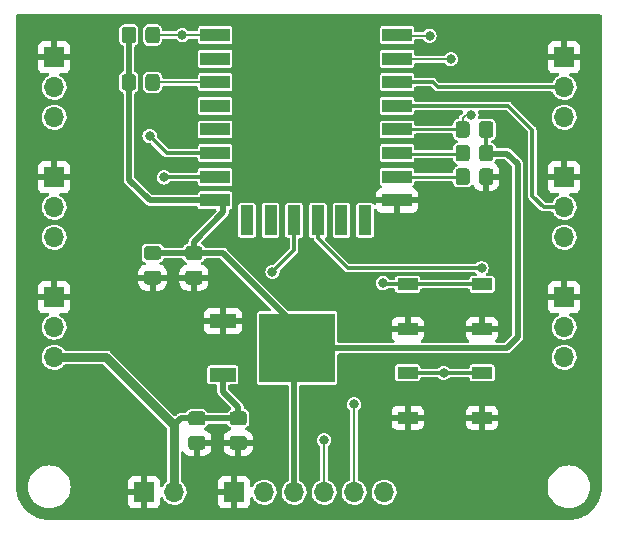
<source format=gtl>
G04 #@! TF.GenerationSoftware,KiCad,Pcbnew,(6.0.5-0)*
G04 #@! TF.CreationDate,2022-06-12T23:19:15+02:00*
G04 #@! TF.ProjectId,ESP8266-Breakout,45535038-3236-4362-9d42-7265616b6f75,1.1*
G04 #@! TF.SameCoordinates,PX2faf080PY2faf080*
G04 #@! TF.FileFunction,Copper,L1,Top*
G04 #@! TF.FilePolarity,Positive*
%FSLAX46Y46*%
G04 Gerber Fmt 4.6, Leading zero omitted, Abs format (unit mm)*
G04 Created by KiCad (PCBNEW (6.0.5-0)) date 2022-06-12 23:19:15*
%MOMM*%
%LPD*%
G01*
G04 APERTURE LIST*
G04 #@! TA.AperFunction,SMDPad,CuDef*
%ADD10R,2.200000X1.200000*%
G04 #@! TD*
G04 #@! TA.AperFunction,SMDPad,CuDef*
%ADD11R,6.400000X5.800000*%
G04 #@! TD*
G04 #@! TA.AperFunction,SMDPad,CuDef*
%ADD12R,1.700000X1.000000*%
G04 #@! TD*
G04 #@! TA.AperFunction,ComponentPad*
%ADD13R,1.700000X1.700000*%
G04 #@! TD*
G04 #@! TA.AperFunction,ComponentPad*
%ADD14O,1.700000X1.700000*%
G04 #@! TD*
G04 #@! TA.AperFunction,SMDPad,CuDef*
%ADD15R,2.500000X1.100000*%
G04 #@! TD*
G04 #@! TA.AperFunction,SMDPad,CuDef*
%ADD16R,1.100000X2.500000*%
G04 #@! TD*
G04 #@! TA.AperFunction,ViaPad*
%ADD17C,0.800000*%
G04 #@! TD*
G04 #@! TA.AperFunction,Conductor*
%ADD18C,0.508000*%
G04 #@! TD*
G04 #@! TA.AperFunction,Conductor*
%ADD19C,0.304800*%
G04 #@! TD*
G04 #@! TA.AperFunction,Conductor*
%ADD20C,0.203200*%
G04 #@! TD*
G04 #@! TA.AperFunction,Conductor*
%ADD21C,0.762000*%
G04 #@! TD*
G04 #@! TA.AperFunction,Conductor*
%ADD22C,0.250000*%
G04 #@! TD*
G04 APERTURE END LIST*
D10*
G04 #@! TO.P,U1,1,GND*
G04 #@! TO.N,GND*
X17700000Y-32970000D03*
D11*
G04 #@! TO.P,U1,2,VO*
G04 #@! TO.N,+3V3*
X24000000Y-35250000D03*
D10*
G04 #@! TO.P,U1,3,VI*
G04 #@! TO.N,+5V*
X17700000Y-37530000D03*
G04 #@! TD*
D12*
G04 #@! TO.P,SW2,1,1*
G04 #@! TO.N,/~{FLASH}*
X33350000Y-37350000D03*
X39650000Y-37350000D03*
G04 #@! TO.P,SW2,2,2*
G04 #@! TO.N,GND*
X39650000Y-41150000D03*
X33350000Y-41150000D03*
G04 #@! TD*
G04 #@! TO.P,SW1,1,1*
G04 #@! TO.N,/~{RESET}*
X33350000Y-29850000D03*
X39650000Y-29850000D03*
G04 #@! TO.P,SW1,2,2*
G04 #@! TO.N,GND*
X39650000Y-33650000D03*
X33350000Y-33650000D03*
G04 #@! TD*
G04 #@! TO.P,R5,1*
G04 #@! TO.N,+3V3*
G04 #@! TA.AperFunction,SMDPad,CuDef*
G36*
G01*
X40600000Y-18300000D02*
X40600000Y-19200000D01*
G75*
G02*
X40350000Y-19450000I-250000J0D01*
G01*
X39650000Y-19450000D01*
G75*
G02*
X39400000Y-19200000I0J250000D01*
G01*
X39400000Y-18300000D01*
G75*
G02*
X39650000Y-18050000I250000J0D01*
G01*
X40350000Y-18050000D01*
G75*
G02*
X40600000Y-18300000I0J-250000D01*
G01*
G37*
G04 #@! TD.AperFunction*
G04 #@! TO.P,R5,2*
G04 #@! TO.N,Net-(U2-Pad11)*
G04 #@! TA.AperFunction,SMDPad,CuDef*
G36*
G01*
X38600000Y-18300000D02*
X38600000Y-19200000D01*
G75*
G02*
X38350000Y-19450000I-250000J0D01*
G01*
X37650000Y-19450000D01*
G75*
G02*
X37400000Y-19200000I0J250000D01*
G01*
X37400000Y-18300000D01*
G75*
G02*
X37650000Y-18050000I250000J0D01*
G01*
X38350000Y-18050000D01*
G75*
G02*
X38600000Y-18300000I0J-250000D01*
G01*
G37*
G04 #@! TD.AperFunction*
G04 #@! TD*
G04 #@! TO.P,R4,1*
G04 #@! TO.N,Net-(U2-Pad10)*
G04 #@! TA.AperFunction,SMDPad,CuDef*
G36*
G01*
X37400000Y-21200000D02*
X37400000Y-20300000D01*
G75*
G02*
X37650000Y-20050000I250000J0D01*
G01*
X38350000Y-20050000D01*
G75*
G02*
X38600000Y-20300000I0J-250000D01*
G01*
X38600000Y-21200000D01*
G75*
G02*
X38350000Y-21450000I-250000J0D01*
G01*
X37650000Y-21450000D01*
G75*
G02*
X37400000Y-21200000I0J250000D01*
G01*
G37*
G04 #@! TD.AperFunction*
G04 #@! TO.P,R4,2*
G04 #@! TO.N,GND*
G04 #@! TA.AperFunction,SMDPad,CuDef*
G36*
G01*
X39400000Y-21200000D02*
X39400000Y-20300000D01*
G75*
G02*
X39650000Y-20050000I250000J0D01*
G01*
X40350000Y-20050000D01*
G75*
G02*
X40600000Y-20300000I0J-250000D01*
G01*
X40600000Y-21200000D01*
G75*
G02*
X40350000Y-21450000I-250000J0D01*
G01*
X39650000Y-21450000D01*
G75*
G02*
X39400000Y-21200000I0J250000D01*
G01*
G37*
G04 #@! TD.AperFunction*
G04 #@! TD*
G04 #@! TO.P,R3,1*
G04 #@! TO.N,+3V3*
G04 #@! TA.AperFunction,SMDPad,CuDef*
G36*
G01*
X40600000Y-16300000D02*
X40600000Y-17200000D01*
G75*
G02*
X40350000Y-17450000I-250000J0D01*
G01*
X39650000Y-17450000D01*
G75*
G02*
X39400000Y-17200000I0J250000D01*
G01*
X39400000Y-16300000D01*
G75*
G02*
X39650000Y-16050000I250000J0D01*
G01*
X40350000Y-16050000D01*
G75*
G02*
X40600000Y-16300000I0J-250000D01*
G01*
G37*
G04 #@! TD.AperFunction*
G04 #@! TO.P,R3,2*
G04 #@! TO.N,/~{FLASH}*
G04 #@! TA.AperFunction,SMDPad,CuDef*
G36*
G01*
X38600000Y-16300000D02*
X38600000Y-17200000D01*
G75*
G02*
X38350000Y-17450000I-250000J0D01*
G01*
X37650000Y-17450000D01*
G75*
G02*
X37400000Y-17200000I0J250000D01*
G01*
X37400000Y-16300000D01*
G75*
G02*
X37650000Y-16050000I250000J0D01*
G01*
X38350000Y-16050000D01*
G75*
G02*
X38600000Y-16300000I0J-250000D01*
G01*
G37*
G04 #@! TD.AperFunction*
G04 #@! TD*
G04 #@! TO.P,R2,1*
G04 #@! TO.N,+3V3*
G04 #@! TA.AperFunction,SMDPad,CuDef*
G36*
G01*
X9150000Y-9200000D02*
X9150000Y-8300000D01*
G75*
G02*
X9400000Y-8050000I250000J0D01*
G01*
X10100000Y-8050000D01*
G75*
G02*
X10350000Y-8300000I0J-250000D01*
G01*
X10350000Y-9200000D01*
G75*
G02*
X10100000Y-9450000I-250000J0D01*
G01*
X9400000Y-9450000D01*
G75*
G02*
X9150000Y-9200000I0J250000D01*
G01*
G37*
G04 #@! TD.AperFunction*
G04 #@! TO.P,R2,2*
G04 #@! TO.N,/~{RESET}*
G04 #@! TA.AperFunction,SMDPad,CuDef*
G36*
G01*
X11150000Y-9200000D02*
X11150000Y-8300000D01*
G75*
G02*
X11400000Y-8050000I250000J0D01*
G01*
X12100000Y-8050000D01*
G75*
G02*
X12350000Y-8300000I0J-250000D01*
G01*
X12350000Y-9200000D01*
G75*
G02*
X12100000Y-9450000I-250000J0D01*
G01*
X11400000Y-9450000D01*
G75*
G02*
X11150000Y-9200000I0J250000D01*
G01*
G37*
G04 #@! TD.AperFunction*
G04 #@! TD*
G04 #@! TO.P,R1,1*
G04 #@! TO.N,+3V3*
G04 #@! TA.AperFunction,SMDPad,CuDef*
G36*
G01*
X9150000Y-13200000D02*
X9150000Y-12300000D01*
G75*
G02*
X9400000Y-12050000I250000J0D01*
G01*
X10100000Y-12050000D01*
G75*
G02*
X10350000Y-12300000I0J-250000D01*
G01*
X10350000Y-13200000D01*
G75*
G02*
X10100000Y-13450000I-250000J0D01*
G01*
X9400000Y-13450000D01*
G75*
G02*
X9150000Y-13200000I0J250000D01*
G01*
G37*
G04 #@! TD.AperFunction*
G04 #@! TO.P,R1,2*
G04 #@! TO.N,Net-(U2-Pad3)*
G04 #@! TA.AperFunction,SMDPad,CuDef*
G36*
G01*
X11150000Y-13200000D02*
X11150000Y-12300000D01*
G75*
G02*
X11400000Y-12050000I250000J0D01*
G01*
X12100000Y-12050000D01*
G75*
G02*
X12350000Y-12300000I0J-250000D01*
G01*
X12350000Y-13200000D01*
G75*
G02*
X12100000Y-13450000I-250000J0D01*
G01*
X11400000Y-13450000D01*
G75*
G02*
X11150000Y-13200000I0J250000D01*
G01*
G37*
G04 #@! TD.AperFunction*
G04 #@! TD*
D13*
G04 #@! TO.P,J8,1,Pin_1*
G04 #@! TO.N,GND*
X18650000Y-47460000D03*
D14*
G04 #@! TO.P,J8,2,Pin_2*
G04 #@! TO.N,unconnected-(J8-Pad2)*
X21190000Y-47460000D03*
G04 #@! TO.P,J8,3,Pin_3*
G04 #@! TO.N,+3V3*
X23730000Y-47460000D03*
G04 #@! TO.P,J8,4,Pin_4*
G04 #@! TO.N,TXD*
X26270000Y-47460000D03*
G04 #@! TO.P,J8,5,Pin_5*
G04 #@! TO.N,RXD*
X28810000Y-47460000D03*
G04 #@! TO.P,J8,6,Pin_6*
G04 #@! TO.N,unconnected-(J8-Pad6)*
X31350000Y-47460000D03*
G04 #@! TD*
D13*
G04 #@! TO.P,J7,1,Pin_1*
G04 #@! TO.N,GND*
X11030000Y-47460000D03*
D14*
G04 #@! TO.P,J7,2,Pin_2*
G04 #@! TO.N,+5V*
X13570000Y-47460000D03*
G04 #@! TD*
D13*
G04 #@! TO.P,J6,1,Pin_1*
G04 #@! TO.N,GND*
X3410000Y-20790000D03*
D14*
G04 #@! TO.P,J6,2,Pin_2*
G04 #@! TO.N,GPIO13*
X3410000Y-23330000D03*
G04 #@! TO.P,J6,3,Pin_3*
G04 #@! TO.N,+5V*
X3410000Y-25870000D03*
G04 #@! TD*
D13*
G04 #@! TO.P,J5,1,Pin_1*
G04 #@! TO.N,GND*
X3410000Y-10630000D03*
D14*
G04 #@! TO.P,J5,2,Pin_2*
G04 #@! TO.N,GPIO12*
X3410000Y-13170000D03*
G04 #@! TO.P,J5,3,Pin_3*
G04 #@! TO.N,+5V*
X3410000Y-15710000D03*
G04 #@! TD*
D13*
G04 #@! TO.P,J4,1,Pin_1*
G04 #@! TO.N,GND*
X46590000Y-30950000D03*
D14*
G04 #@! TO.P,J4,2,Pin_2*
G04 #@! TO.N,GPIO10*
X46590000Y-33490000D03*
G04 #@! TO.P,J4,3,Pin_3*
G04 #@! TO.N,+5V*
X46590000Y-36030000D03*
G04 #@! TD*
D13*
G04 #@! TO.P,J3,1,Pin_1*
G04 #@! TO.N,GND*
X3410000Y-30950000D03*
D14*
G04 #@! TO.P,J3,2,Pin_2*
G04 #@! TO.N,GPIO9*
X3410000Y-33490000D03*
G04 #@! TO.P,J3,3,Pin_3*
G04 #@! TO.N,+5V*
X3410000Y-36030000D03*
G04 #@! TD*
D13*
G04 #@! TO.P,J2,1,Pin_1*
G04 #@! TO.N,GND*
X46590000Y-10630000D03*
D14*
G04 #@! TO.P,J2,2,Pin_2*
G04 #@! TO.N,GPIO5*
X46590000Y-13170000D03*
G04 #@! TO.P,J2,3,Pin_3*
G04 #@! TO.N,+5V*
X46590000Y-15710000D03*
G04 #@! TD*
D13*
G04 #@! TO.P,J1,1,Pin_1*
G04 #@! TO.N,GND*
X46590000Y-20790000D03*
D14*
G04 #@! TO.P,J1,2,Pin_2*
G04 #@! TO.N,GPIO4*
X46590000Y-23330000D03*
G04 #@! TO.P,J1,3,Pin_3*
G04 #@! TO.N,+5V*
X46590000Y-25870000D03*
G04 #@! TD*
G04 #@! TO.P,C4,1*
G04 #@! TO.N,+3V3*
G04 #@! TA.AperFunction,SMDPad,CuDef*
G36*
G01*
X11275000Y-26625000D02*
X12225000Y-26625000D01*
G75*
G02*
X12475000Y-26875000I0J-250000D01*
G01*
X12475000Y-27550000D01*
G75*
G02*
X12225000Y-27800000I-250000J0D01*
G01*
X11275000Y-27800000D01*
G75*
G02*
X11025000Y-27550000I0J250000D01*
G01*
X11025000Y-26875000D01*
G75*
G02*
X11275000Y-26625000I250000J0D01*
G01*
G37*
G04 #@! TD.AperFunction*
G04 #@! TO.P,C4,2*
G04 #@! TO.N,GND*
G04 #@! TA.AperFunction,SMDPad,CuDef*
G36*
G01*
X11275000Y-28700000D02*
X12225000Y-28700000D01*
G75*
G02*
X12475000Y-28950000I0J-250000D01*
G01*
X12475000Y-29625000D01*
G75*
G02*
X12225000Y-29875000I-250000J0D01*
G01*
X11275000Y-29875000D01*
G75*
G02*
X11025000Y-29625000I0J250000D01*
G01*
X11025000Y-28950000D01*
G75*
G02*
X11275000Y-28700000I250000J0D01*
G01*
G37*
G04 #@! TD.AperFunction*
G04 #@! TD*
G04 #@! TO.P,C3,1*
G04 #@! TO.N,+3V3*
G04 #@! TA.AperFunction,SMDPad,CuDef*
G36*
G01*
X14775000Y-26625000D02*
X15725000Y-26625000D01*
G75*
G02*
X15975000Y-26875000I0J-250000D01*
G01*
X15975000Y-27550000D01*
G75*
G02*
X15725000Y-27800000I-250000J0D01*
G01*
X14775000Y-27800000D01*
G75*
G02*
X14525000Y-27550000I0J250000D01*
G01*
X14525000Y-26875000D01*
G75*
G02*
X14775000Y-26625000I250000J0D01*
G01*
G37*
G04 #@! TD.AperFunction*
G04 #@! TO.P,C3,2*
G04 #@! TO.N,GND*
G04 #@! TA.AperFunction,SMDPad,CuDef*
G36*
G01*
X14775000Y-28700000D02*
X15725000Y-28700000D01*
G75*
G02*
X15975000Y-28950000I0J-250000D01*
G01*
X15975000Y-29625000D01*
G75*
G02*
X15725000Y-29875000I-250000J0D01*
G01*
X14775000Y-29875000D01*
G75*
G02*
X14525000Y-29625000I0J250000D01*
G01*
X14525000Y-28950000D01*
G75*
G02*
X14775000Y-28700000I250000J0D01*
G01*
G37*
G04 #@! TD.AperFunction*
G04 #@! TD*
G04 #@! TO.P,C2,1*
G04 #@! TO.N,+5V*
G04 #@! TA.AperFunction,SMDPad,CuDef*
G36*
G01*
X18525000Y-40625000D02*
X19475000Y-40625000D01*
G75*
G02*
X19725000Y-40875000I0J-250000D01*
G01*
X19725000Y-41550000D01*
G75*
G02*
X19475000Y-41800000I-250000J0D01*
G01*
X18525000Y-41800000D01*
G75*
G02*
X18275000Y-41550000I0J250000D01*
G01*
X18275000Y-40875000D01*
G75*
G02*
X18525000Y-40625000I250000J0D01*
G01*
G37*
G04 #@! TD.AperFunction*
G04 #@! TO.P,C2,2*
G04 #@! TO.N,GND*
G04 #@! TA.AperFunction,SMDPad,CuDef*
G36*
G01*
X18525000Y-42700000D02*
X19475000Y-42700000D01*
G75*
G02*
X19725000Y-42950000I0J-250000D01*
G01*
X19725000Y-43625000D01*
G75*
G02*
X19475000Y-43875000I-250000J0D01*
G01*
X18525000Y-43875000D01*
G75*
G02*
X18275000Y-43625000I0J250000D01*
G01*
X18275000Y-42950000D01*
G75*
G02*
X18525000Y-42700000I250000J0D01*
G01*
G37*
G04 #@! TD.AperFunction*
G04 #@! TD*
G04 #@! TO.P,C1,1*
G04 #@! TO.N,+5V*
G04 #@! TA.AperFunction,SMDPad,CuDef*
G36*
G01*
X15025000Y-40625000D02*
X15975000Y-40625000D01*
G75*
G02*
X16225000Y-40875000I0J-250000D01*
G01*
X16225000Y-41550000D01*
G75*
G02*
X15975000Y-41800000I-250000J0D01*
G01*
X15025000Y-41800000D01*
G75*
G02*
X14775000Y-41550000I0J250000D01*
G01*
X14775000Y-40875000D01*
G75*
G02*
X15025000Y-40625000I250000J0D01*
G01*
G37*
G04 #@! TD.AperFunction*
G04 #@! TO.P,C1,2*
G04 #@! TO.N,GND*
G04 #@! TA.AperFunction,SMDPad,CuDef*
G36*
G01*
X15025000Y-42700000D02*
X15975000Y-42700000D01*
G75*
G02*
X16225000Y-42950000I0J-250000D01*
G01*
X16225000Y-43625000D01*
G75*
G02*
X15975000Y-43875000I-250000J0D01*
G01*
X15025000Y-43875000D01*
G75*
G02*
X14775000Y-43625000I0J250000D01*
G01*
X14775000Y-42950000D01*
G75*
G02*
X15025000Y-42700000I250000J0D01*
G01*
G37*
G04 #@! TD.AperFunction*
G04 #@! TD*
D15*
G04 #@! TO.P,U2,1,REST*
G04 #@! TO.N,/~{RESET}*
X17050000Y-8750000D03*
G04 #@! TO.P,U2,2,ADC*
G04 #@! TO.N,ADC*
X17050000Y-10750000D03*
G04 #@! TO.P,U2,3,CH_PD*
G04 #@! TO.N,Net-(U2-Pad3)*
X17050000Y-12750000D03*
G04 #@! TO.P,U2,4,GPIO16*
G04 #@! TO.N,GPIO16*
X17050000Y-14750000D03*
G04 #@! TO.P,U2,5,GPIO14*
G04 #@! TO.N,GPIO14*
X17050000Y-16750000D03*
G04 #@! TO.P,U2,6,GPIO12*
G04 #@! TO.N,GPIO12*
X17050000Y-18750000D03*
G04 #@! TO.P,U2,7,GPIO13*
G04 #@! TO.N,GPIO13*
X17050000Y-20750000D03*
G04 #@! TO.P,U2,8,VCC*
G04 #@! TO.N,+3V3*
X17050000Y-22750000D03*
G04 #@! TO.P,U2,9,GND*
G04 #@! TO.N,GND*
X32450000Y-22750000D03*
G04 #@! TO.P,U2,10,GPIO15*
G04 #@! TO.N,Net-(U2-Pad10)*
X32450000Y-20750000D03*
G04 #@! TO.P,U2,11,GPIO2*
G04 #@! TO.N,Net-(U2-Pad11)*
X32450000Y-18750000D03*
G04 #@! TO.P,U2,12,GPIO0*
G04 #@! TO.N,/~{FLASH}*
X32450000Y-16750000D03*
G04 #@! TO.P,U2,13,GPIO4*
G04 #@! TO.N,GPIO4*
X32450000Y-14750000D03*
G04 #@! TO.P,U2,14,GPIO5*
G04 #@! TO.N,GPIO5*
X32450000Y-12750000D03*
G04 #@! TO.P,U2,15,RXD*
G04 #@! TO.N,TXD*
X32450000Y-10750000D03*
G04 #@! TO.P,U2,16,TXD*
G04 #@! TO.N,RXD*
X32450000Y-8750000D03*
D16*
G04 #@! TO.P,U2,17,CS0*
G04 #@! TO.N,CS0*
X19740000Y-24450000D03*
G04 #@! TO.P,U2,18,MISO*
G04 #@! TO.N,MISO*
X21740000Y-24450000D03*
G04 #@! TO.P,U2,19,GPIO9*
G04 #@! TO.N,GPIO9*
X23740000Y-24450000D03*
G04 #@! TO.P,U2,20,GPIO10*
G04 #@! TO.N,GPIO10*
X25740000Y-24450000D03*
G04 #@! TO.P,U2,21,MOSI*
G04 #@! TO.N,MOSI*
X27740000Y-24450000D03*
G04 #@! TO.P,U2,22,SCLK*
G04 #@! TO.N,SCLK*
X29740000Y-24450000D03*
G04 #@! TD*
D17*
G04 #@! TO.N,/~{FLASH}*
X38750000Y-15500000D03*
X36400000Y-37350000D03*
G04 #@! TO.N,/~{RESET}*
X14250000Y-8750000D03*
X31250000Y-29750000D03*
G04 #@! TO.N,TXD*
X26275000Y-43075000D03*
X37000000Y-10800000D03*
G04 #@! TO.N,GPIO9*
X21900000Y-28800000D03*
G04 #@! TO.N,RXD*
X35200000Y-8800000D03*
X28800000Y-40000000D03*
G04 #@! TO.N,GPIO10*
X39600000Y-28500000D03*
G04 #@! TO.N,GPIO12*
X11500000Y-17300000D03*
G04 #@! TO.N,GPIO13*
X12700000Y-20800000D03*
G04 #@! TD*
D18*
G04 #@! TO.N,+3V3*
X17750000Y-22750000D02*
X17750000Y-23750000D01*
X17750000Y-23750000D02*
X15250000Y-26250000D01*
X15250000Y-26250000D02*
X15250000Y-27212500D01*
D19*
G04 #@! TO.N,GPIO5*
X31750000Y-12750000D02*
X35500000Y-12750000D01*
X35500000Y-12750000D02*
X35920000Y-13170000D01*
X35920000Y-13170000D02*
X46590000Y-13170000D01*
D20*
G04 #@! TO.N,/~{FLASH}*
X38750000Y-15500000D02*
X38250000Y-15500000D01*
X38000000Y-15750000D02*
X38000000Y-16750000D01*
X38250000Y-15500000D02*
X38000000Y-15750000D01*
D19*
X39650000Y-37350000D02*
X33350000Y-37350000D01*
D20*
G04 #@! TO.N,/~{RESET}*
X17750000Y-8750000D02*
X14250000Y-8750000D01*
X14250000Y-8750000D02*
X11750000Y-8750000D01*
D19*
X33350000Y-29850000D02*
X31350000Y-29850000D01*
X31350000Y-29850000D02*
X31250000Y-29750000D01*
D18*
G04 #@! TO.N,+5V*
X19000000Y-41212500D02*
X19000000Y-40250000D01*
X19000000Y-40250000D02*
X17700000Y-38950000D01*
X17700000Y-38950000D02*
X17700000Y-37530000D01*
X15500000Y-41212500D02*
X19000000Y-41212500D01*
X13570000Y-41797000D02*
X14154500Y-41212500D01*
X14154500Y-41212500D02*
X15500000Y-41212500D01*
D21*
X13570000Y-47460000D02*
X13570000Y-41830000D01*
D18*
G04 #@! TO.N,+3V3*
X15250000Y-27212500D02*
X17712500Y-27212500D01*
X17712500Y-27212500D02*
X24000000Y-33500000D01*
X24000000Y-33500000D02*
X24000000Y-35250000D01*
D19*
X40000000Y-16750000D02*
X40000000Y-18750000D01*
G04 #@! TO.N,/~{RESET}*
X39650000Y-29850000D02*
X33350000Y-29850000D01*
D18*
G04 #@! TO.N,+3V3*
X24000000Y-35250000D02*
X41750000Y-35250000D01*
X42675000Y-19675000D02*
X41800000Y-18800000D01*
X41750000Y-35250000D02*
X42675000Y-34325000D01*
X41800000Y-18800000D02*
X40350000Y-18800000D01*
X42675000Y-34325000D02*
X42675000Y-19675000D01*
X15250000Y-27212500D02*
X11750000Y-27212500D01*
X17750000Y-22750000D02*
X11500000Y-22750000D01*
X11500000Y-22750000D02*
X9750000Y-21000000D01*
X9750000Y-21000000D02*
X9750000Y-8750000D01*
D20*
G04 #@! TO.N,Net-(U2-Pad3)*
X17750000Y-12750000D02*
X11750000Y-12750000D01*
D21*
G04 #@! TO.N,+5V*
X3410000Y-36030000D02*
X3430000Y-36050000D01*
X3430000Y-36050000D02*
X7823000Y-36050000D01*
X7823000Y-36050000D02*
X13570000Y-41797000D01*
D18*
X13570000Y-47460000D02*
X13570000Y-41797000D01*
G04 #@! TO.N,+3V3*
X23730000Y-47460000D02*
X23730000Y-35520000D01*
X23730000Y-35520000D02*
X24000000Y-35250000D01*
X24000000Y-35250000D02*
X23700000Y-35250000D01*
D19*
G04 #@! TO.N,GPIO4*
X31750000Y-14750000D02*
X41850000Y-14750000D01*
X44880000Y-23330000D02*
X46590000Y-23330000D01*
X41850000Y-14750000D02*
X43900000Y-16800000D01*
X43900000Y-22350000D02*
X44880000Y-23330000D01*
X43900000Y-16800000D02*
X43900000Y-22350000D01*
D20*
G04 #@! TO.N,TXD*
X26270000Y-43080000D02*
X26275000Y-43075000D01*
X26270000Y-47460000D02*
X26270000Y-43080000D01*
X31750000Y-10750000D02*
X31800000Y-10800000D01*
X31800000Y-10800000D02*
X36434315Y-10800000D01*
X36434315Y-10800000D02*
X37000000Y-10800000D01*
D19*
G04 #@! TO.N,GPIO9*
X23740000Y-23750000D02*
X23740000Y-26960000D01*
X23740000Y-26960000D02*
X21900000Y-28800000D01*
D20*
G04 #@! TO.N,RXD*
X31800000Y-8800000D02*
X34634315Y-8800000D01*
X31750000Y-8750000D02*
X31800000Y-8800000D01*
X34634315Y-8800000D02*
X35200000Y-8800000D01*
X28800000Y-40000000D02*
X28800000Y-47450000D01*
X28800000Y-47450000D02*
X28810000Y-47460000D01*
D19*
G04 #@! TO.N,GPIO10*
X28300000Y-28500000D02*
X39600000Y-28500000D01*
X25740000Y-25940000D02*
X28300000Y-28500000D01*
X25740000Y-23750000D02*
X25740000Y-25940000D01*
G04 #@! TO.N,GPIO12*
X17750000Y-18750000D02*
X12950000Y-18750000D01*
X12950000Y-18750000D02*
X11500000Y-17300000D01*
G04 #@! TO.N,GPIO13*
X17750000Y-20750000D02*
X12750000Y-20750000D01*
X12750000Y-20750000D02*
X12700000Y-20800000D01*
D22*
G04 #@! TO.N,/~{FLASH}*
X37650000Y-16750000D02*
X31750000Y-16750000D01*
G04 #@! TO.N,Net-(U2-Pad11)*
X37650000Y-18800000D02*
X31800000Y-18800000D01*
X31800000Y-18800000D02*
X31750000Y-18750000D01*
G04 #@! TO.N,Net-(U2-Pad10)*
X37650000Y-20800000D02*
X31800000Y-20800000D01*
X31800000Y-20800000D02*
X31750000Y-20750000D01*
G04 #@! TD*
G04 #@! TA.AperFunction,Conductor*
G04 #@! TO.N,GND*
G36*
X49738421Y-7020002D02*
G01*
X49784914Y-7073658D01*
X49796300Y-7126000D01*
X49796300Y-46962553D01*
X49794250Y-46980612D01*
X49794241Y-46985806D01*
X49791061Y-46999635D01*
X49794193Y-47013474D01*
X49794168Y-47027665D01*
X49793598Y-47027664D01*
X49794284Y-47035899D01*
X49787037Y-47164933D01*
X49781601Y-47261743D01*
X49779114Y-47306021D01*
X49777533Y-47320057D01*
X49758601Y-47431480D01*
X49727376Y-47615259D01*
X49724232Y-47629034D01*
X49716160Y-47657053D01*
X49641337Y-47916770D01*
X49636676Y-47930089D01*
X49530105Y-48187374D01*
X49522087Y-48206732D01*
X49515958Y-48219459D01*
X49455992Y-48327960D01*
X49371119Y-48481525D01*
X49363602Y-48493489D01*
X49190328Y-48737696D01*
X49181518Y-48748742D01*
X48981998Y-48972006D01*
X48972006Y-48981998D01*
X48748742Y-49181518D01*
X48737696Y-49190328D01*
X48493489Y-49363602D01*
X48481525Y-49371119D01*
X48330752Y-49454449D01*
X48219459Y-49515958D01*
X48206736Y-49522085D01*
X47930089Y-49636676D01*
X47916770Y-49641337D01*
X47719034Y-49698304D01*
X47629034Y-49724232D01*
X47615259Y-49727376D01*
X47467660Y-49752454D01*
X47320057Y-49777533D01*
X47306025Y-49779114D01*
X47036465Y-49794252D01*
X47028382Y-49793563D01*
X47028381Y-49794266D01*
X47014195Y-49794241D01*
X47000365Y-49791061D01*
X46986524Y-49794193D01*
X46982064Y-49794185D01*
X46963135Y-49796300D01*
X3037447Y-49796300D01*
X3019388Y-49794250D01*
X3014194Y-49794241D01*
X3000365Y-49791061D01*
X2986526Y-49794193D01*
X2972335Y-49794168D01*
X2972336Y-49793598D01*
X2964101Y-49794284D01*
X2835067Y-49787037D01*
X2693975Y-49779114D01*
X2679943Y-49777533D01*
X2532340Y-49752454D01*
X2384741Y-49727376D01*
X2370966Y-49724232D01*
X2280966Y-49698304D01*
X2083230Y-49641337D01*
X2069911Y-49636676D01*
X1793264Y-49522085D01*
X1780541Y-49515958D01*
X1669248Y-49454449D01*
X1518475Y-49371119D01*
X1506511Y-49363602D01*
X1262304Y-49190328D01*
X1251258Y-49181518D01*
X1027994Y-48981998D01*
X1018002Y-48972006D01*
X818482Y-48748742D01*
X809672Y-48737696D01*
X636398Y-48493489D01*
X628881Y-48481525D01*
X544008Y-48327960D01*
X484042Y-48219459D01*
X477913Y-48206732D01*
X469895Y-48187374D01*
X363324Y-47930089D01*
X358663Y-47916770D01*
X283840Y-47657053D01*
X275768Y-47629034D01*
X272624Y-47615259D01*
X241399Y-47431480D01*
X222467Y-47320057D01*
X220886Y-47306021D01*
X205764Y-47036750D01*
X207655Y-47014908D01*
X206511Y-47014776D01*
X207327Y-47007678D01*
X208938Y-47000729D01*
X208939Y-47000000D01*
X208856Y-46999635D01*
X1191061Y-46999635D01*
X1191947Y-47003550D01*
X1210099Y-47257349D01*
X1211055Y-47261743D01*
X1261376Y-47493066D01*
X1264942Y-47509459D01*
X1355106Y-47751198D01*
X1478755Y-47977645D01*
X1633373Y-48184189D01*
X1815811Y-48366627D01*
X2022355Y-48521245D01*
X2248802Y-48644894D01*
X2253014Y-48646465D01*
X2486323Y-48733485D01*
X2486326Y-48733486D01*
X2490541Y-48735058D01*
X2494932Y-48736013D01*
X2494938Y-48736015D01*
X2682525Y-48776822D01*
X2742651Y-48789901D01*
X3000000Y-48808307D01*
X3004488Y-48807986D01*
X3252861Y-48790222D01*
X3257349Y-48789901D01*
X3317475Y-48776822D01*
X3505062Y-48736015D01*
X3505068Y-48736013D01*
X3509459Y-48735058D01*
X3513674Y-48733486D01*
X3513677Y-48733485D01*
X3746986Y-48646465D01*
X3751198Y-48644894D01*
X3977645Y-48521245D01*
X4184189Y-48366627D01*
X4196147Y-48354669D01*
X9672001Y-48354669D01*
X9672371Y-48361490D01*
X9677895Y-48412352D01*
X9681521Y-48427604D01*
X9726676Y-48548054D01*
X9735214Y-48563649D01*
X9811715Y-48665724D01*
X9824276Y-48678285D01*
X9926351Y-48754786D01*
X9941946Y-48763324D01*
X10062394Y-48808478D01*
X10077649Y-48812105D01*
X10128514Y-48817631D01*
X10135328Y-48818000D01*
X10757885Y-48818000D01*
X10773124Y-48813525D01*
X10774329Y-48812135D01*
X10776000Y-48804452D01*
X10776000Y-47732115D01*
X10771525Y-47716876D01*
X10770135Y-47715671D01*
X10762452Y-47714000D01*
X9690116Y-47714000D01*
X9674877Y-47718475D01*
X9673672Y-47719865D01*
X9672001Y-47727548D01*
X9672001Y-48354669D01*
X4196147Y-48354669D01*
X4366627Y-48184189D01*
X4521245Y-47977645D01*
X4644894Y-47751198D01*
X4735058Y-47509459D01*
X4738625Y-47493066D01*
X4788945Y-47261743D01*
X4789901Y-47257349D01*
X4794869Y-47187885D01*
X9672000Y-47187885D01*
X9676475Y-47203124D01*
X9677865Y-47204329D01*
X9685548Y-47206000D01*
X10757885Y-47206000D01*
X10773124Y-47201525D01*
X10774329Y-47200135D01*
X10776000Y-47192452D01*
X10776000Y-46120116D01*
X10771525Y-46104877D01*
X10770135Y-46103672D01*
X10762452Y-46102001D01*
X10135331Y-46102001D01*
X10128510Y-46102371D01*
X10077648Y-46107895D01*
X10062396Y-46111521D01*
X9941946Y-46156676D01*
X9926351Y-46165214D01*
X9824276Y-46241715D01*
X9811715Y-46254276D01*
X9735214Y-46356351D01*
X9726676Y-46371946D01*
X9681522Y-46492394D01*
X9677895Y-46507649D01*
X9672369Y-46558514D01*
X9672000Y-46565328D01*
X9672000Y-47187885D01*
X4794869Y-47187885D01*
X4807950Y-47004992D01*
X4808698Y-47005045D01*
X4808450Y-47002833D01*
X4808938Y-47000729D01*
X4808939Y-47000000D01*
X4808455Y-46997879D01*
X4808681Y-46995915D01*
X4808018Y-46995962D01*
X4790222Y-46747139D01*
X4789901Y-46742651D01*
X4755001Y-46582217D01*
X4736015Y-46494938D01*
X4736013Y-46494932D01*
X4735058Y-46490541D01*
X4732594Y-46483933D01*
X4646465Y-46253014D01*
X4644894Y-46248802D01*
X4521245Y-46022355D01*
X4366627Y-45815811D01*
X4184189Y-45633373D01*
X3977645Y-45478755D01*
X3751198Y-45355106D01*
X3746986Y-45353535D01*
X3513677Y-45266515D01*
X3513674Y-45266514D01*
X3509459Y-45264942D01*
X3505068Y-45263987D01*
X3505062Y-45263985D01*
X3317475Y-45223178D01*
X3257349Y-45210099D01*
X3000000Y-45191693D01*
X2742651Y-45210099D01*
X2682525Y-45223178D01*
X2494938Y-45263985D01*
X2494932Y-45263987D01*
X2490541Y-45264942D01*
X2486326Y-45266514D01*
X2486323Y-45266515D01*
X2253014Y-45353535D01*
X2248802Y-45355106D01*
X2022355Y-45478755D01*
X1815811Y-45633373D01*
X1633373Y-45815811D01*
X1478755Y-46022355D01*
X1355106Y-46248802D01*
X1353535Y-46253014D01*
X1267407Y-46483933D01*
X1264942Y-46490541D01*
X1263987Y-46494932D01*
X1263985Y-46494938D01*
X1244999Y-46582217D01*
X1210099Y-46742651D01*
X1192016Y-46995481D01*
X1191061Y-46999635D01*
X208856Y-46999635D01*
X206854Y-46990861D01*
X203700Y-46962846D01*
X203700Y-36015217D01*
X2351305Y-36015217D01*
X2351821Y-36021361D01*
X2368080Y-36214994D01*
X2368081Y-36214999D01*
X2368596Y-36221133D01*
X2425555Y-36419770D01*
X2520010Y-36603560D01*
X2523835Y-36608386D01*
X2523837Y-36608389D01*
X2593473Y-36696248D01*
X2648364Y-36765503D01*
X2653057Y-36769497D01*
X2653058Y-36769498D01*
X2736136Y-36840202D01*
X2805730Y-36899431D01*
X2986111Y-37000243D01*
X3182639Y-37064099D01*
X3387826Y-37088566D01*
X3393961Y-37088094D01*
X3393963Y-37088094D01*
X3587715Y-37073185D01*
X3587718Y-37073184D01*
X3593858Y-37072712D01*
X3792887Y-37017143D01*
X3977332Y-36923973D01*
X3989569Y-36914413D01*
X4135307Y-36800550D01*
X4135308Y-36800549D01*
X4140168Y-36796752D01*
X4200980Y-36726300D01*
X4242353Y-36678369D01*
X4302006Y-36639872D01*
X4337735Y-36634700D01*
X7528620Y-36634700D01*
X7596741Y-36654702D01*
X7617715Y-36671605D01*
X12948395Y-42002286D01*
X12982421Y-42064598D01*
X12985300Y-42091381D01*
X12985300Y-46517639D01*
X12965298Y-46585760D01*
X12938252Y-46615835D01*
X12834004Y-46699653D01*
X12833999Y-46699658D01*
X12829198Y-46703518D01*
X12696371Y-46861814D01*
X12693408Y-46867203D01*
X12693405Y-46867208D01*
X12624414Y-46992703D01*
X12574068Y-47042762D01*
X12504651Y-47057655D01*
X12438202Y-47032654D01*
X12395818Y-46975697D01*
X12387999Y-46932002D01*
X12387999Y-46565331D01*
X12387629Y-46558510D01*
X12382105Y-46507648D01*
X12378479Y-46492396D01*
X12333324Y-46371946D01*
X12324786Y-46356351D01*
X12248285Y-46254276D01*
X12235724Y-46241715D01*
X12133649Y-46165214D01*
X12118054Y-46156676D01*
X11997606Y-46111522D01*
X11982351Y-46107895D01*
X11931486Y-46102369D01*
X11924672Y-46102000D01*
X11302115Y-46102000D01*
X11286876Y-46106475D01*
X11285671Y-46107865D01*
X11284000Y-46115548D01*
X11284000Y-48799884D01*
X11288475Y-48815123D01*
X11289865Y-48816328D01*
X11297548Y-48817999D01*
X11924669Y-48817999D01*
X11931490Y-48817629D01*
X11982352Y-48812105D01*
X11997604Y-48808479D01*
X12118054Y-48763324D01*
X12133649Y-48754786D01*
X12235724Y-48678285D01*
X12248285Y-48665724D01*
X12324786Y-48563649D01*
X12333324Y-48548054D01*
X12378478Y-48427606D01*
X12382105Y-48412351D01*
X12387631Y-48361486D01*
X12388000Y-48354672D01*
X12388000Y-47986192D01*
X12408002Y-47918071D01*
X12461658Y-47871578D01*
X12531932Y-47861474D01*
X12596512Y-47890968D01*
X12626067Y-47928598D01*
X12680010Y-48033560D01*
X12683835Y-48038386D01*
X12683837Y-48038389D01*
X12756154Y-48129630D01*
X12808364Y-48195503D01*
X12965730Y-48329431D01*
X13146111Y-48430243D01*
X13342639Y-48494099D01*
X13547826Y-48518566D01*
X13553961Y-48518094D01*
X13553963Y-48518094D01*
X13747715Y-48503185D01*
X13747718Y-48503184D01*
X13753858Y-48502712D01*
X13952887Y-48447143D01*
X14135954Y-48354669D01*
X17292001Y-48354669D01*
X17292371Y-48361490D01*
X17297895Y-48412352D01*
X17301521Y-48427604D01*
X17346676Y-48548054D01*
X17355214Y-48563649D01*
X17431715Y-48665724D01*
X17444276Y-48678285D01*
X17546351Y-48754786D01*
X17561946Y-48763324D01*
X17682394Y-48808478D01*
X17697649Y-48812105D01*
X17748514Y-48817631D01*
X17755328Y-48818000D01*
X18377885Y-48818000D01*
X18393124Y-48813525D01*
X18394329Y-48812135D01*
X18396000Y-48804452D01*
X18396000Y-48799884D01*
X18904000Y-48799884D01*
X18908475Y-48815123D01*
X18909865Y-48816328D01*
X18917548Y-48817999D01*
X19544669Y-48817999D01*
X19551490Y-48817629D01*
X19602352Y-48812105D01*
X19617604Y-48808479D01*
X19738054Y-48763324D01*
X19753649Y-48754786D01*
X19855724Y-48678285D01*
X19868285Y-48665724D01*
X19944786Y-48563649D01*
X19953324Y-48548054D01*
X19998478Y-48427606D01*
X20002105Y-48412351D01*
X20007631Y-48361486D01*
X20008000Y-48354672D01*
X20008000Y-47986192D01*
X20028002Y-47918071D01*
X20081658Y-47871578D01*
X20151932Y-47861474D01*
X20216512Y-47890968D01*
X20246067Y-47928598D01*
X20300010Y-48033560D01*
X20303835Y-48038386D01*
X20303837Y-48038389D01*
X20376154Y-48129630D01*
X20428364Y-48195503D01*
X20585730Y-48329431D01*
X20766111Y-48430243D01*
X20962639Y-48494099D01*
X21167826Y-48518566D01*
X21173961Y-48518094D01*
X21173963Y-48518094D01*
X21367715Y-48503185D01*
X21367718Y-48503184D01*
X21373858Y-48502712D01*
X21572887Y-48447143D01*
X21757332Y-48353973D01*
X21784899Y-48332436D01*
X21915307Y-48230550D01*
X21915308Y-48230549D01*
X21920168Y-48226752D01*
X22055191Y-48070325D01*
X22157260Y-47890652D01*
X22222486Y-47694575D01*
X22248385Y-47489563D01*
X22248798Y-47460000D01*
X22228633Y-47254345D01*
X22217790Y-47218429D01*
X22170688Y-47062422D01*
X22168907Y-47056523D01*
X22071895Y-46874070D01*
X22068005Y-46869300D01*
X22068002Y-46869296D01*
X21945187Y-46718710D01*
X21945184Y-46718707D01*
X21941292Y-46713935D01*
X21936543Y-46710006D01*
X21786822Y-46586146D01*
X21786819Y-46586144D01*
X21782072Y-46582217D01*
X21600301Y-46483933D01*
X21495264Y-46451419D01*
X21408788Y-46424650D01*
X21408785Y-46424649D01*
X21402901Y-46422828D01*
X21396776Y-46422184D01*
X21396775Y-46422184D01*
X21203520Y-46401872D01*
X21203519Y-46401872D01*
X21197392Y-46401228D01*
X21070582Y-46412768D01*
X20997742Y-46419397D01*
X20997741Y-46419397D01*
X20991601Y-46419956D01*
X20793367Y-46478300D01*
X20610241Y-46574036D01*
X20605441Y-46577896D01*
X20605440Y-46577896D01*
X20605023Y-46578231D01*
X20449198Y-46703518D01*
X20316371Y-46861814D01*
X20313408Y-46867203D01*
X20313405Y-46867208D01*
X20244414Y-46992703D01*
X20194068Y-47042762D01*
X20124651Y-47057655D01*
X20058202Y-47032654D01*
X20015818Y-46975697D01*
X20007999Y-46932002D01*
X20007999Y-46565331D01*
X20007629Y-46558510D01*
X20002105Y-46507648D01*
X19998479Y-46492396D01*
X19953324Y-46371946D01*
X19944786Y-46356351D01*
X19868285Y-46254276D01*
X19855724Y-46241715D01*
X19753649Y-46165214D01*
X19738054Y-46156676D01*
X19617606Y-46111522D01*
X19602351Y-46107895D01*
X19551486Y-46102369D01*
X19544672Y-46102000D01*
X18922115Y-46102000D01*
X18906876Y-46106475D01*
X18905671Y-46107865D01*
X18904000Y-46115548D01*
X18904000Y-48799884D01*
X18396000Y-48799884D01*
X18396000Y-47732115D01*
X18391525Y-47716876D01*
X18390135Y-47715671D01*
X18382452Y-47714000D01*
X17310116Y-47714000D01*
X17294877Y-47718475D01*
X17293672Y-47719865D01*
X17292001Y-47727548D01*
X17292001Y-48354669D01*
X14135954Y-48354669D01*
X14137332Y-48353973D01*
X14164899Y-48332436D01*
X14295307Y-48230550D01*
X14295308Y-48230549D01*
X14300168Y-48226752D01*
X14435191Y-48070325D01*
X14537260Y-47890652D01*
X14602486Y-47694575D01*
X14628385Y-47489563D01*
X14628798Y-47460000D01*
X14608633Y-47254345D01*
X14597790Y-47218429D01*
X14588568Y-47187885D01*
X17292000Y-47187885D01*
X17296475Y-47203124D01*
X17297865Y-47204329D01*
X17305548Y-47206000D01*
X18377885Y-47206000D01*
X18393124Y-47201525D01*
X18394329Y-47200135D01*
X18396000Y-47192452D01*
X18396000Y-46120116D01*
X18391525Y-46104877D01*
X18390135Y-46103672D01*
X18382452Y-46102001D01*
X17755331Y-46102001D01*
X17748510Y-46102371D01*
X17697648Y-46107895D01*
X17682396Y-46111521D01*
X17561946Y-46156676D01*
X17546351Y-46165214D01*
X17444276Y-46241715D01*
X17431715Y-46254276D01*
X17355214Y-46356351D01*
X17346676Y-46371946D01*
X17301522Y-46492394D01*
X17297895Y-46507649D01*
X17292369Y-46558514D01*
X17292000Y-46565328D01*
X17292000Y-47187885D01*
X14588568Y-47187885D01*
X14550688Y-47062422D01*
X14548907Y-47056523D01*
X14451895Y-46874070D01*
X14448005Y-46869300D01*
X14448002Y-46869296D01*
X14325187Y-46718710D01*
X14325184Y-46718707D01*
X14321292Y-46713935D01*
X14314405Y-46708237D01*
X14200385Y-46613912D01*
X14160646Y-46555078D01*
X14154700Y-46516827D01*
X14154700Y-44102197D01*
X14174702Y-44034076D01*
X14228358Y-43987583D01*
X14298632Y-43977479D01*
X14363212Y-44006973D01*
X14387844Y-44035894D01*
X14423063Y-44092807D01*
X14432099Y-44104208D01*
X14546829Y-44218739D01*
X14558240Y-44227751D01*
X14696243Y-44312816D01*
X14709424Y-44318963D01*
X14863710Y-44370138D01*
X14877086Y-44373005D01*
X14971438Y-44382672D01*
X14977854Y-44383000D01*
X15227885Y-44383000D01*
X15243124Y-44378525D01*
X15244329Y-44377135D01*
X15246000Y-44369452D01*
X15246000Y-44364884D01*
X15754000Y-44364884D01*
X15758475Y-44380123D01*
X15759865Y-44381328D01*
X15767548Y-44382999D01*
X16022095Y-44382999D01*
X16028614Y-44382662D01*
X16124206Y-44372743D01*
X16137600Y-44369851D01*
X16291784Y-44318412D01*
X16304962Y-44312239D01*
X16442807Y-44226937D01*
X16454208Y-44217901D01*
X16568739Y-44103171D01*
X16577751Y-44091760D01*
X16662816Y-43953757D01*
X16668963Y-43940576D01*
X16720138Y-43786290D01*
X16723005Y-43772914D01*
X16732672Y-43678562D01*
X16733000Y-43672146D01*
X16733000Y-43672095D01*
X17767001Y-43672095D01*
X17767338Y-43678614D01*
X17777257Y-43774206D01*
X17780149Y-43787600D01*
X17831588Y-43941784D01*
X17837761Y-43954962D01*
X17923063Y-44092807D01*
X17932099Y-44104208D01*
X18046829Y-44218739D01*
X18058240Y-44227751D01*
X18196243Y-44312816D01*
X18209424Y-44318963D01*
X18363710Y-44370138D01*
X18377086Y-44373005D01*
X18471438Y-44382672D01*
X18477854Y-44383000D01*
X18727885Y-44383000D01*
X18743124Y-44378525D01*
X18744329Y-44377135D01*
X18746000Y-44369452D01*
X18746000Y-44364884D01*
X19254000Y-44364884D01*
X19258475Y-44380123D01*
X19259865Y-44381328D01*
X19267548Y-44382999D01*
X19522095Y-44382999D01*
X19528614Y-44382662D01*
X19624206Y-44372743D01*
X19637600Y-44369851D01*
X19791784Y-44318412D01*
X19804962Y-44312239D01*
X19942807Y-44226937D01*
X19954208Y-44217901D01*
X20068739Y-44103171D01*
X20077751Y-44091760D01*
X20162816Y-43953757D01*
X20168963Y-43940576D01*
X20220138Y-43786290D01*
X20223005Y-43772914D01*
X20232672Y-43678562D01*
X20233000Y-43672146D01*
X20233000Y-43559615D01*
X20228525Y-43544376D01*
X20227135Y-43543171D01*
X20219452Y-43541500D01*
X19272115Y-43541500D01*
X19256876Y-43545975D01*
X19255671Y-43547365D01*
X19254000Y-43555048D01*
X19254000Y-44364884D01*
X18746000Y-44364884D01*
X18746000Y-43559615D01*
X18741525Y-43544376D01*
X18740135Y-43543171D01*
X18732452Y-43541500D01*
X17785116Y-43541500D01*
X17769877Y-43545975D01*
X17768672Y-43547365D01*
X17767001Y-43555048D01*
X17767001Y-43672095D01*
X16733000Y-43672095D01*
X16733000Y-43559615D01*
X16728525Y-43544376D01*
X16727135Y-43543171D01*
X16719452Y-43541500D01*
X15772115Y-43541500D01*
X15756876Y-43545975D01*
X15755671Y-43547365D01*
X15754000Y-43555048D01*
X15754000Y-44364884D01*
X15246000Y-44364884D01*
X15246000Y-43159500D01*
X15266002Y-43091379D01*
X15319658Y-43044886D01*
X15372000Y-43033500D01*
X16714884Y-43033500D01*
X16730123Y-43029025D01*
X16731328Y-43027635D01*
X16732999Y-43019952D01*
X16732999Y-42902905D01*
X16732662Y-42896386D01*
X16722743Y-42800794D01*
X16719851Y-42787400D01*
X16668412Y-42633216D01*
X16662239Y-42620038D01*
X16576937Y-42482193D01*
X16567901Y-42470792D01*
X16453171Y-42356261D01*
X16441760Y-42347249D01*
X16303757Y-42262184D01*
X16290576Y-42256037D01*
X16148875Y-42209036D01*
X16090515Y-42168605D01*
X16063279Y-42103040D01*
X16075813Y-42033159D01*
X16124138Y-41981147D01*
X16146796Y-41970560D01*
X16180814Y-41958614D01*
X16180815Y-41958613D01*
X16189698Y-41955494D01*
X16197268Y-41949902D01*
X16197271Y-41949901D01*
X16291867Y-41880030D01*
X16299438Y-41874438D01*
X16322175Y-41843655D01*
X16374901Y-41772271D01*
X16374902Y-41772268D01*
X16380494Y-41764698D01*
X16384092Y-41754453D01*
X16385013Y-41753172D01*
X16388023Y-41747487D01*
X16388803Y-41747900D01*
X16425534Y-41696807D01*
X16491564Y-41670718D01*
X16502975Y-41670200D01*
X17997025Y-41670200D01*
X18065146Y-41690202D01*
X18111639Y-41743858D01*
X18115908Y-41754453D01*
X18119506Y-41764698D01*
X18125098Y-41772268D01*
X18125099Y-41772271D01*
X18177825Y-41843655D01*
X18200562Y-41874438D01*
X18208133Y-41880030D01*
X18302729Y-41949901D01*
X18302732Y-41949902D01*
X18310302Y-41955494D01*
X18319187Y-41958614D01*
X18319189Y-41958615D01*
X18353022Y-41970497D01*
X18410667Y-42011940D01*
X18436755Y-42077970D01*
X18423004Y-42147622D01*
X18373779Y-42198782D01*
X18351148Y-42208903D01*
X18208218Y-42256587D01*
X18195038Y-42262761D01*
X18057193Y-42348063D01*
X18045792Y-42357099D01*
X17931261Y-42471829D01*
X17922249Y-42483240D01*
X17837184Y-42621243D01*
X17831037Y-42634424D01*
X17779862Y-42788710D01*
X17776995Y-42802086D01*
X17767328Y-42896438D01*
X17767000Y-42902855D01*
X17767000Y-43015385D01*
X17771475Y-43030624D01*
X17772865Y-43031829D01*
X17780548Y-43033500D01*
X20214884Y-43033500D01*
X20230123Y-43029025D01*
X20231328Y-43027635D01*
X20232999Y-43019952D01*
X20232999Y-42902905D01*
X20232662Y-42896386D01*
X20222743Y-42800794D01*
X20219851Y-42787400D01*
X20168412Y-42633216D01*
X20162239Y-42620038D01*
X20076937Y-42482193D01*
X20067901Y-42470792D01*
X19953171Y-42356261D01*
X19941760Y-42347249D01*
X19803757Y-42262184D01*
X19790576Y-42256037D01*
X19648875Y-42209036D01*
X19590515Y-42168605D01*
X19563279Y-42103040D01*
X19575813Y-42033159D01*
X19624138Y-41981147D01*
X19646796Y-41970560D01*
X19680814Y-41958614D01*
X19680815Y-41958613D01*
X19689698Y-41955494D01*
X19697268Y-41949902D01*
X19697271Y-41949901D01*
X19791867Y-41880030D01*
X19799438Y-41874438D01*
X19822175Y-41843655D01*
X19874901Y-41772271D01*
X19874902Y-41772268D01*
X19880494Y-41764698D01*
X19925698Y-41635975D01*
X19928700Y-41604217D01*
X19928699Y-40820784D01*
X19925698Y-40789025D01*
X19920043Y-40772920D01*
X19886393Y-40677100D01*
X19880494Y-40660302D01*
X19874902Y-40652732D01*
X19874901Y-40652729D01*
X19805030Y-40558133D01*
X19799438Y-40550562D01*
X19715897Y-40488857D01*
X19697271Y-40475099D01*
X19697268Y-40475098D01*
X19689698Y-40469506D01*
X19625886Y-40447097D01*
X19568215Y-40426844D01*
X19568211Y-40426843D01*
X19560975Y-40424302D01*
X19555772Y-40423810D01*
X19494445Y-40390180D01*
X19460532Y-40327807D01*
X19457700Y-40301245D01*
X19457700Y-40284650D01*
X19458573Y-40269840D01*
X19461535Y-40244813D01*
X19462642Y-40235461D01*
X19451923Y-40176768D01*
X19451273Y-40172865D01*
X19443809Y-40123214D01*
X19443808Y-40123211D01*
X19442408Y-40113898D01*
X19439233Y-40107286D01*
X19437915Y-40100069D01*
X19410415Y-40047129D01*
X19408646Y-40043588D01*
X19386910Y-39998322D01*
X19386909Y-39998321D01*
X19382831Y-39989828D01*
X19377925Y-39984521D01*
X19377783Y-39984311D01*
X19374470Y-39977932D01*
X19370091Y-39972806D01*
X19332229Y-39934944D01*
X19328800Y-39931378D01*
X19295799Y-39895677D01*
X19295796Y-39895674D01*
X19289406Y-39888762D01*
X19282969Y-39885023D01*
X19276632Y-39879347D01*
X18194605Y-38797319D01*
X18160579Y-38735007D01*
X18157700Y-38708224D01*
X18157700Y-38459700D01*
X18177702Y-38391579D01*
X18231358Y-38345086D01*
X18283700Y-38333700D01*
X18820064Y-38333700D01*
X18879480Y-38321881D01*
X18906613Y-38303752D01*
X18936545Y-38283752D01*
X18946860Y-38276860D01*
X18991881Y-38209480D01*
X19003700Y-38150064D01*
X19003700Y-36909936D01*
X18991881Y-36850520D01*
X18982262Y-36836123D01*
X18953752Y-36793455D01*
X18946860Y-36783140D01*
X18879480Y-36738119D01*
X18820064Y-36726300D01*
X16579936Y-36726300D01*
X16520520Y-36738119D01*
X16453140Y-36783140D01*
X16446248Y-36793455D01*
X16417739Y-36836123D01*
X16408119Y-36850520D01*
X16396300Y-36909936D01*
X16396300Y-38150064D01*
X16408119Y-38209480D01*
X16453140Y-38276860D01*
X16463455Y-38283752D01*
X16493388Y-38303752D01*
X16520520Y-38321881D01*
X16579936Y-38333700D01*
X17116300Y-38333700D01*
X17184421Y-38353702D01*
X17230914Y-38407358D01*
X17242300Y-38459700D01*
X17242300Y-38915352D01*
X17241427Y-38930162D01*
X17237358Y-38964540D01*
X17239050Y-38973804D01*
X17239050Y-38973807D01*
X17248075Y-39023224D01*
X17248725Y-39027126D01*
X17257592Y-39086102D01*
X17260767Y-39092714D01*
X17262085Y-39099931D01*
X17266427Y-39108289D01*
X17266427Y-39108290D01*
X17289585Y-39152871D01*
X17291354Y-39156411D01*
X17317169Y-39210172D01*
X17322075Y-39215479D01*
X17322217Y-39215689D01*
X17325530Y-39222068D01*
X17329909Y-39227194D01*
X17367771Y-39265056D01*
X17371200Y-39268622D01*
X17404201Y-39304323D01*
X17404204Y-39304326D01*
X17410594Y-39311238D01*
X17417031Y-39314977D01*
X17423368Y-39320653D01*
X18362530Y-40259816D01*
X18396555Y-40322126D01*
X18391490Y-40392941D01*
X18348943Y-40449777D01*
X18327198Y-40461381D01*
X18327513Y-40461977D01*
X18319184Y-40466387D01*
X18310302Y-40469506D01*
X18302732Y-40475098D01*
X18302729Y-40475099D01*
X18284103Y-40488857D01*
X18200562Y-40550562D01*
X18194970Y-40558133D01*
X18125099Y-40652729D01*
X18125098Y-40652732D01*
X18119506Y-40660302D01*
X18116387Y-40669185D01*
X18116386Y-40669186D01*
X18115908Y-40670547D01*
X18114987Y-40671828D01*
X18111977Y-40677513D01*
X18111197Y-40677100D01*
X18074466Y-40728193D01*
X18008436Y-40754282D01*
X17997025Y-40754800D01*
X16502975Y-40754800D01*
X16434854Y-40734798D01*
X16388361Y-40681142D01*
X16384092Y-40670547D01*
X16383614Y-40669186D01*
X16383613Y-40669185D01*
X16380494Y-40660302D01*
X16374902Y-40652732D01*
X16374901Y-40652729D01*
X16305030Y-40558133D01*
X16299438Y-40550562D01*
X16215897Y-40488857D01*
X16197271Y-40475099D01*
X16197268Y-40475098D01*
X16189698Y-40469506D01*
X16060975Y-40424302D01*
X16053329Y-40423579D01*
X16053328Y-40423579D01*
X16046783Y-40422960D01*
X16029217Y-40421300D01*
X15500447Y-40421300D01*
X14970784Y-40421301D01*
X14967836Y-40421580D01*
X14967827Y-40421580D01*
X14946675Y-40423579D01*
X14946674Y-40423579D01*
X14939025Y-40424302D01*
X14931779Y-40426847D01*
X14931777Y-40426847D01*
X14921193Y-40430564D01*
X14810302Y-40469506D01*
X14802732Y-40475098D01*
X14802729Y-40475099D01*
X14784103Y-40488857D01*
X14700562Y-40550562D01*
X14694970Y-40558133D01*
X14625099Y-40652729D01*
X14625098Y-40652732D01*
X14619506Y-40660302D01*
X14616387Y-40669185D01*
X14616386Y-40669186D01*
X14615908Y-40670547D01*
X14614987Y-40671828D01*
X14611977Y-40677513D01*
X14611197Y-40677100D01*
X14574466Y-40728193D01*
X14508436Y-40754282D01*
X14497025Y-40754800D01*
X14189150Y-40754800D01*
X14174340Y-40753927D01*
X14139961Y-40749858D01*
X14130697Y-40751550D01*
X14130696Y-40751550D01*
X14081271Y-40760577D01*
X14077365Y-40761227D01*
X14027714Y-40768691D01*
X14027711Y-40768692D01*
X14018398Y-40770092D01*
X14011786Y-40773267D01*
X14004569Y-40774585D01*
X13996211Y-40778927D01*
X13996210Y-40778927D01*
X13951629Y-40802085D01*
X13948088Y-40803854D01*
X13902822Y-40825590D01*
X13902821Y-40825591D01*
X13894328Y-40829669D01*
X13889021Y-40834575D01*
X13888811Y-40834717D01*
X13882432Y-40838030D01*
X13877306Y-40842409D01*
X13839444Y-40880271D01*
X13835878Y-40883700D01*
X13800176Y-40916702D01*
X13800174Y-40916705D01*
X13793262Y-40923094D01*
X13789524Y-40929529D01*
X13783850Y-40935863D01*
X13748897Y-40970816D01*
X13686585Y-41004842D01*
X13615770Y-40999777D01*
X13570707Y-40970816D01*
X8269387Y-35669497D01*
X8258519Y-35657105D01*
X8245039Y-35639537D01*
X8240013Y-35632987D01*
X8158959Y-35570793D01*
X8117873Y-35539266D01*
X8047633Y-35510172D01*
X7975637Y-35480350D01*
X7967449Y-35479272D01*
X7861324Y-35465300D01*
X7861319Y-35465300D01*
X7823000Y-35460255D01*
X7814812Y-35461333D01*
X7792867Y-35464222D01*
X7776421Y-35465300D01*
X4369039Y-35465300D01*
X4300918Y-35445298D01*
X4271396Y-35418936D01*
X4165187Y-35288710D01*
X4165184Y-35288707D01*
X4161292Y-35283935D01*
X4156543Y-35280006D01*
X4006822Y-35156146D01*
X4006819Y-35156144D01*
X4002072Y-35152217D01*
X3820301Y-35053933D01*
X3721601Y-35023380D01*
X3628788Y-34994650D01*
X3628785Y-34994649D01*
X3622901Y-34992828D01*
X3616776Y-34992184D01*
X3616775Y-34992184D01*
X3423520Y-34971872D01*
X3423519Y-34971872D01*
X3417392Y-34971228D01*
X3290582Y-34982768D01*
X3217742Y-34989397D01*
X3217741Y-34989397D01*
X3211601Y-34989956D01*
X3013367Y-35048300D01*
X2830241Y-35144036D01*
X2669198Y-35273518D01*
X2536371Y-35431814D01*
X2533408Y-35437203D01*
X2533405Y-35437208D01*
X2477299Y-35539266D01*
X2436821Y-35612895D01*
X2374339Y-35809864D01*
X2373653Y-35815981D01*
X2373652Y-35815985D01*
X2371665Y-35833700D01*
X2351305Y-36015217D01*
X203700Y-36015217D01*
X203700Y-31844669D01*
X2052001Y-31844669D01*
X2052371Y-31851490D01*
X2057895Y-31902352D01*
X2061521Y-31917604D01*
X2106676Y-32038054D01*
X2115214Y-32053649D01*
X2191715Y-32155724D01*
X2204276Y-32168285D01*
X2306351Y-32244786D01*
X2321946Y-32253324D01*
X2442394Y-32298478D01*
X2457649Y-32302105D01*
X2508514Y-32307631D01*
X2515328Y-32308000D01*
X2883526Y-32308000D01*
X2951647Y-32328002D01*
X2998140Y-32381658D01*
X3008244Y-32451932D01*
X2978750Y-32516512D01*
X2941903Y-32545661D01*
X2830241Y-32604036D01*
X2825441Y-32607896D01*
X2825440Y-32607896D01*
X2820066Y-32612217D01*
X2669198Y-32733518D01*
X2665239Y-32738236D01*
X2665238Y-32738237D01*
X2540329Y-32887097D01*
X2536371Y-32891814D01*
X2533408Y-32897203D01*
X2533405Y-32897208D01*
X2459085Y-33032396D01*
X2436821Y-33072895D01*
X2374339Y-33269864D01*
X2373653Y-33275981D01*
X2373652Y-33275985D01*
X2351992Y-33469092D01*
X2351305Y-33475217D01*
X2351821Y-33481361D01*
X2368080Y-33674994D01*
X2368081Y-33674999D01*
X2368596Y-33681133D01*
X2425555Y-33879770D01*
X2447317Y-33922115D01*
X2499332Y-34023324D01*
X2520010Y-34063560D01*
X2523835Y-34068386D01*
X2523837Y-34068389D01*
X2589587Y-34151345D01*
X2648364Y-34225503D01*
X2653057Y-34229497D01*
X2653058Y-34229498D01*
X2679911Y-34252351D01*
X2805730Y-34359431D01*
X2986111Y-34460243D01*
X3182639Y-34524099D01*
X3387826Y-34548566D01*
X3393961Y-34548094D01*
X3393963Y-34548094D01*
X3587715Y-34533185D01*
X3587718Y-34533184D01*
X3593858Y-34532712D01*
X3608461Y-34528635D01*
X3631526Y-34522195D01*
X3792887Y-34477143D01*
X3977332Y-34383973D01*
X4004899Y-34362436D01*
X4135307Y-34260550D01*
X4135308Y-34260549D01*
X4140168Y-34256752D01*
X4275191Y-34100325D01*
X4287874Y-34078000D01*
X4374213Y-33926015D01*
X4377260Y-33920652D01*
X4442486Y-33724575D01*
X4456370Y-33614669D01*
X16092001Y-33614669D01*
X16092371Y-33621490D01*
X16097895Y-33672352D01*
X16101521Y-33687604D01*
X16146676Y-33808054D01*
X16155214Y-33823649D01*
X16231715Y-33925724D01*
X16244276Y-33938285D01*
X16346351Y-34014786D01*
X16361946Y-34023324D01*
X16482394Y-34068478D01*
X16497649Y-34072105D01*
X16548514Y-34077631D01*
X16555328Y-34078000D01*
X17427885Y-34078000D01*
X17443124Y-34073525D01*
X17444329Y-34072135D01*
X17446000Y-34064452D01*
X17446000Y-34059884D01*
X17954000Y-34059884D01*
X17958475Y-34075123D01*
X17959865Y-34076328D01*
X17967548Y-34077999D01*
X18844669Y-34077999D01*
X18851490Y-34077629D01*
X18902352Y-34072105D01*
X18917604Y-34068479D01*
X19038054Y-34023324D01*
X19053649Y-34014786D01*
X19155724Y-33938285D01*
X19168285Y-33925724D01*
X19244786Y-33823649D01*
X19253324Y-33808054D01*
X19298478Y-33687606D01*
X19302105Y-33672351D01*
X19307631Y-33621486D01*
X19308000Y-33614672D01*
X19308000Y-33242115D01*
X19303525Y-33226876D01*
X19302135Y-33225671D01*
X19294452Y-33224000D01*
X17972115Y-33224000D01*
X17956876Y-33228475D01*
X17955671Y-33229865D01*
X17954000Y-33237548D01*
X17954000Y-34059884D01*
X17446000Y-34059884D01*
X17446000Y-33242115D01*
X17441525Y-33226876D01*
X17440135Y-33225671D01*
X17432452Y-33224000D01*
X16110116Y-33224000D01*
X16094877Y-33228475D01*
X16093672Y-33229865D01*
X16092001Y-33237548D01*
X16092001Y-33614669D01*
X4456370Y-33614669D01*
X4468385Y-33519563D01*
X4468798Y-33490000D01*
X4448633Y-33284345D01*
X4388907Y-33086523D01*
X4291895Y-32904070D01*
X4288005Y-32899300D01*
X4288002Y-32899296D01*
X4165187Y-32748710D01*
X4165184Y-32748707D01*
X4161292Y-32743935D01*
X4156543Y-32740006D01*
X4105627Y-32697885D01*
X16092000Y-32697885D01*
X16096475Y-32713124D01*
X16097865Y-32714329D01*
X16105548Y-32716000D01*
X17427885Y-32716000D01*
X17443124Y-32711525D01*
X17444329Y-32710135D01*
X17446000Y-32702452D01*
X17446000Y-32697885D01*
X17954000Y-32697885D01*
X17958475Y-32713124D01*
X17959865Y-32714329D01*
X17967548Y-32716000D01*
X19289884Y-32716000D01*
X19305123Y-32711525D01*
X19306328Y-32710135D01*
X19307999Y-32702452D01*
X19307999Y-32325331D01*
X19307629Y-32318510D01*
X19302105Y-32267648D01*
X19298479Y-32252396D01*
X19253324Y-32131946D01*
X19244786Y-32116351D01*
X19168285Y-32014276D01*
X19155724Y-32001715D01*
X19053649Y-31925214D01*
X19038054Y-31916676D01*
X18917606Y-31871522D01*
X18902351Y-31867895D01*
X18851486Y-31862369D01*
X18844672Y-31862000D01*
X17972115Y-31862000D01*
X17956876Y-31866475D01*
X17955671Y-31867865D01*
X17954000Y-31875548D01*
X17954000Y-32697885D01*
X17446000Y-32697885D01*
X17446000Y-31880116D01*
X17441525Y-31864877D01*
X17440135Y-31863672D01*
X17432452Y-31862001D01*
X16555331Y-31862001D01*
X16548510Y-31862371D01*
X16497648Y-31867895D01*
X16482396Y-31871521D01*
X16361946Y-31916676D01*
X16346351Y-31925214D01*
X16244276Y-32001715D01*
X16231715Y-32014276D01*
X16155214Y-32116351D01*
X16146676Y-32131946D01*
X16101522Y-32252394D01*
X16097895Y-32267649D01*
X16092369Y-32318514D01*
X16092000Y-32325328D01*
X16092000Y-32697885D01*
X4105627Y-32697885D01*
X4006822Y-32616146D01*
X4006819Y-32616144D01*
X4002072Y-32612217D01*
X3996647Y-32609284D01*
X3996643Y-32609281D01*
X3877453Y-32544834D01*
X3827044Y-32494840D01*
X3811667Y-32425528D01*
X3836204Y-32358906D01*
X3892863Y-32316126D01*
X3937382Y-32307999D01*
X4304669Y-32307999D01*
X4311490Y-32307629D01*
X4362352Y-32302105D01*
X4377604Y-32298479D01*
X4498054Y-32253324D01*
X4513649Y-32244786D01*
X4615724Y-32168285D01*
X4628285Y-32155724D01*
X4704786Y-32053649D01*
X4713324Y-32038054D01*
X4758478Y-31917606D01*
X4762105Y-31902351D01*
X4767631Y-31851486D01*
X4768000Y-31844672D01*
X4768000Y-31222115D01*
X4763525Y-31206876D01*
X4762135Y-31205671D01*
X4754452Y-31204000D01*
X2070116Y-31204000D01*
X2054877Y-31208475D01*
X2053672Y-31209865D01*
X2052001Y-31217548D01*
X2052001Y-31844669D01*
X203700Y-31844669D01*
X203700Y-30677885D01*
X2052000Y-30677885D01*
X2056475Y-30693124D01*
X2057865Y-30694329D01*
X2065548Y-30696000D01*
X3137885Y-30696000D01*
X3153124Y-30691525D01*
X3154329Y-30690135D01*
X3156000Y-30682452D01*
X3156000Y-30677885D01*
X3664000Y-30677885D01*
X3668475Y-30693124D01*
X3669865Y-30694329D01*
X3677548Y-30696000D01*
X4749884Y-30696000D01*
X4765123Y-30691525D01*
X4766328Y-30690135D01*
X4767999Y-30682452D01*
X4767999Y-30055331D01*
X4767629Y-30048510D01*
X4762105Y-29997648D01*
X4758479Y-29982396D01*
X4713324Y-29861946D01*
X4704786Y-29846351D01*
X4628285Y-29744276D01*
X4615724Y-29731715D01*
X4536173Y-29672095D01*
X10517001Y-29672095D01*
X10517338Y-29678614D01*
X10527257Y-29774206D01*
X10530149Y-29787600D01*
X10581588Y-29941784D01*
X10587761Y-29954962D01*
X10673063Y-30092807D01*
X10682099Y-30104208D01*
X10796829Y-30218739D01*
X10808240Y-30227751D01*
X10946243Y-30312816D01*
X10959424Y-30318963D01*
X11113710Y-30370138D01*
X11127086Y-30373005D01*
X11221438Y-30382672D01*
X11227854Y-30383000D01*
X11477885Y-30383000D01*
X11493124Y-30378525D01*
X11494329Y-30377135D01*
X11496000Y-30369452D01*
X11496000Y-30364884D01*
X12004000Y-30364884D01*
X12008475Y-30380123D01*
X12009865Y-30381328D01*
X12017548Y-30382999D01*
X12272095Y-30382999D01*
X12278614Y-30382662D01*
X12374206Y-30372743D01*
X12387600Y-30369851D01*
X12541784Y-30318412D01*
X12554962Y-30312239D01*
X12692807Y-30226937D01*
X12704208Y-30217901D01*
X12818739Y-30103171D01*
X12827751Y-30091760D01*
X12912816Y-29953757D01*
X12918963Y-29940576D01*
X12970138Y-29786290D01*
X12973005Y-29772914D01*
X12982672Y-29678562D01*
X12983000Y-29672146D01*
X12983000Y-29672095D01*
X14017001Y-29672095D01*
X14017338Y-29678614D01*
X14027257Y-29774206D01*
X14030149Y-29787600D01*
X14081588Y-29941784D01*
X14087761Y-29954962D01*
X14173063Y-30092807D01*
X14182099Y-30104208D01*
X14296829Y-30218739D01*
X14308240Y-30227751D01*
X14446243Y-30312816D01*
X14459424Y-30318963D01*
X14613710Y-30370138D01*
X14627086Y-30373005D01*
X14721438Y-30382672D01*
X14727854Y-30383000D01*
X14977885Y-30383000D01*
X14993124Y-30378525D01*
X14994329Y-30377135D01*
X14996000Y-30369452D01*
X14996000Y-30364884D01*
X15504000Y-30364884D01*
X15508475Y-30380123D01*
X15509865Y-30381328D01*
X15517548Y-30382999D01*
X15772095Y-30382999D01*
X15778614Y-30382662D01*
X15874206Y-30372743D01*
X15887600Y-30369851D01*
X16041784Y-30318412D01*
X16054962Y-30312239D01*
X16192807Y-30226937D01*
X16204208Y-30217901D01*
X16318739Y-30103171D01*
X16327751Y-30091760D01*
X16412816Y-29953757D01*
X16418963Y-29940576D01*
X16470138Y-29786290D01*
X16473005Y-29772914D01*
X16482672Y-29678562D01*
X16483000Y-29672146D01*
X16483000Y-29559615D01*
X16478525Y-29544376D01*
X16477135Y-29543171D01*
X16469452Y-29541500D01*
X15522115Y-29541500D01*
X15506876Y-29545975D01*
X15505671Y-29547365D01*
X15504000Y-29555048D01*
X15504000Y-30364884D01*
X14996000Y-30364884D01*
X14996000Y-29559615D01*
X14991525Y-29544376D01*
X14990135Y-29543171D01*
X14982452Y-29541500D01*
X14035116Y-29541500D01*
X14019877Y-29545975D01*
X14018672Y-29547365D01*
X14017001Y-29555048D01*
X14017001Y-29672095D01*
X12983000Y-29672095D01*
X12983000Y-29559615D01*
X12978525Y-29544376D01*
X12977135Y-29543171D01*
X12969452Y-29541500D01*
X12022115Y-29541500D01*
X12006876Y-29545975D01*
X12005671Y-29547365D01*
X12004000Y-29555048D01*
X12004000Y-30364884D01*
X11496000Y-30364884D01*
X11496000Y-29559615D01*
X11491525Y-29544376D01*
X11490135Y-29543171D01*
X11482452Y-29541500D01*
X10535116Y-29541500D01*
X10519877Y-29545975D01*
X10518672Y-29547365D01*
X10517001Y-29555048D01*
X10517001Y-29672095D01*
X4536173Y-29672095D01*
X4513649Y-29655214D01*
X4498054Y-29646676D01*
X4377606Y-29601522D01*
X4362351Y-29597895D01*
X4311486Y-29592369D01*
X4304672Y-29592000D01*
X3682115Y-29592000D01*
X3666876Y-29596475D01*
X3665671Y-29597865D01*
X3664000Y-29605548D01*
X3664000Y-30677885D01*
X3156000Y-30677885D01*
X3156000Y-29610116D01*
X3151525Y-29594877D01*
X3150135Y-29593672D01*
X3142452Y-29592001D01*
X2515331Y-29592001D01*
X2508510Y-29592371D01*
X2457648Y-29597895D01*
X2442396Y-29601521D01*
X2321946Y-29646676D01*
X2306351Y-29655214D01*
X2204276Y-29731715D01*
X2191715Y-29744276D01*
X2115214Y-29846351D01*
X2106676Y-29861946D01*
X2061522Y-29982394D01*
X2057895Y-29997649D01*
X2052369Y-30048514D01*
X2052000Y-30055328D01*
X2052000Y-30677885D01*
X203700Y-30677885D01*
X203700Y-25855217D01*
X2351305Y-25855217D01*
X2351821Y-25861361D01*
X2368080Y-26054994D01*
X2368081Y-26054999D01*
X2368596Y-26061133D01*
X2394537Y-26151600D01*
X2420692Y-26242810D01*
X2425555Y-26259770D01*
X2446591Y-26300702D01*
X2510307Y-26424679D01*
X2520010Y-26443560D01*
X2523835Y-26448386D01*
X2523837Y-26448389D01*
X2600386Y-26544970D01*
X2648364Y-26605503D01*
X2653057Y-26609497D01*
X2653058Y-26609498D01*
X2723191Y-26669185D01*
X2805730Y-26739431D01*
X2986111Y-26840243D01*
X3182639Y-26904099D01*
X3387826Y-26928566D01*
X3393961Y-26928094D01*
X3393963Y-26928094D01*
X3587715Y-26913185D01*
X3587718Y-26913184D01*
X3593858Y-26912712D01*
X3792887Y-26857143D01*
X3977332Y-26763973D01*
X3985198Y-26757828D01*
X4135307Y-26640550D01*
X4135308Y-26640549D01*
X4140168Y-26636752D01*
X4275191Y-26480325D01*
X4286869Y-26459769D01*
X4315265Y-26409782D01*
X4377260Y-26300652D01*
X4442486Y-26104575D01*
X4468385Y-25899563D01*
X4468798Y-25870000D01*
X4448633Y-25664345D01*
X4388907Y-25466523D01*
X4291895Y-25284070D01*
X4288005Y-25279300D01*
X4288002Y-25279296D01*
X4165187Y-25128710D01*
X4165184Y-25128707D01*
X4161292Y-25123935D01*
X4156543Y-25120006D01*
X4006822Y-24996146D01*
X4006819Y-24996144D01*
X4002072Y-24992217D01*
X3820301Y-24893933D01*
X3721601Y-24863381D01*
X3628788Y-24834650D01*
X3628785Y-24834649D01*
X3622901Y-24832828D01*
X3616776Y-24832184D01*
X3616775Y-24832184D01*
X3423520Y-24811872D01*
X3423519Y-24811872D01*
X3417392Y-24811228D01*
X3290582Y-24822768D01*
X3217742Y-24829397D01*
X3217741Y-24829397D01*
X3211601Y-24829956D01*
X3013367Y-24888300D01*
X2830241Y-24984036D01*
X2669198Y-25113518D01*
X2536371Y-25271814D01*
X2533408Y-25277203D01*
X2533405Y-25277208D01*
X2529633Y-25284070D01*
X2436821Y-25452895D01*
X2374339Y-25649864D01*
X2373653Y-25655981D01*
X2373652Y-25655985D01*
X2366465Y-25720064D01*
X2351305Y-25855217D01*
X203700Y-25855217D01*
X203700Y-21684669D01*
X2052001Y-21684669D01*
X2052371Y-21691490D01*
X2057895Y-21742352D01*
X2061521Y-21757604D01*
X2106676Y-21878054D01*
X2115214Y-21893649D01*
X2191715Y-21995724D01*
X2204276Y-22008285D01*
X2306351Y-22084786D01*
X2321946Y-22093324D01*
X2442394Y-22138478D01*
X2457649Y-22142105D01*
X2508514Y-22147631D01*
X2515328Y-22148000D01*
X2883526Y-22148000D01*
X2951647Y-22168002D01*
X2998140Y-22221658D01*
X3008244Y-22291932D01*
X2978750Y-22356512D01*
X2941903Y-22385661D01*
X2830241Y-22444036D01*
X2825441Y-22447896D01*
X2825440Y-22447896D01*
X2815179Y-22456146D01*
X2669198Y-22573518D01*
X2665239Y-22578236D01*
X2665238Y-22578237D01*
X2540329Y-22727097D01*
X2536371Y-22731814D01*
X2533408Y-22737203D01*
X2533405Y-22737208D01*
X2529633Y-22744070D01*
X2436821Y-22912895D01*
X2434958Y-22918768D01*
X2390083Y-23060234D01*
X2374339Y-23109864D01*
X2373653Y-23115981D01*
X2373652Y-23115985D01*
X2361121Y-23227702D01*
X2351305Y-23315217D01*
X2352252Y-23326495D01*
X2368080Y-23514994D01*
X2368081Y-23514999D01*
X2368596Y-23521133D01*
X2388975Y-23592203D01*
X2423388Y-23712212D01*
X2425555Y-23719770D01*
X2447328Y-23762136D01*
X2515551Y-23894883D01*
X2520010Y-23903560D01*
X2523835Y-23908386D01*
X2523837Y-23908389D01*
X2571413Y-23968415D01*
X2648364Y-24065503D01*
X2805730Y-24199431D01*
X2986111Y-24300243D01*
X3182639Y-24364099D01*
X3387826Y-24388566D01*
X3393961Y-24388094D01*
X3393963Y-24388094D01*
X3587715Y-24373185D01*
X3587718Y-24373184D01*
X3593858Y-24372712D01*
X3792887Y-24317143D01*
X3977332Y-24223973D01*
X4004899Y-24202436D01*
X4135307Y-24100550D01*
X4135308Y-24100549D01*
X4140168Y-24096752D01*
X4258492Y-23959671D01*
X4271167Y-23944987D01*
X4271167Y-23944986D01*
X4275191Y-23940325D01*
X4377260Y-23760652D01*
X4442486Y-23564575D01*
X4468385Y-23359563D01*
X4468798Y-23330000D01*
X4448633Y-23124345D01*
X4414070Y-23009865D01*
X4390688Y-22932422D01*
X4388907Y-22926523D01*
X4291895Y-22744070D01*
X4288005Y-22739300D01*
X4288002Y-22739296D01*
X4165187Y-22588710D01*
X4165184Y-22588707D01*
X4161292Y-22583935D01*
X4156543Y-22580006D01*
X4006822Y-22456146D01*
X4006819Y-22456144D01*
X4002072Y-22452217D01*
X3996647Y-22449284D01*
X3996643Y-22449281D01*
X3877453Y-22384834D01*
X3827044Y-22334840D01*
X3811667Y-22265528D01*
X3836204Y-22198906D01*
X3892863Y-22156126D01*
X3937382Y-22147999D01*
X4304669Y-22147999D01*
X4311490Y-22147629D01*
X4362352Y-22142105D01*
X4377604Y-22138479D01*
X4498054Y-22093324D01*
X4513649Y-22084786D01*
X4615724Y-22008285D01*
X4628285Y-21995724D01*
X4704786Y-21893649D01*
X4713324Y-21878054D01*
X4758478Y-21757606D01*
X4762105Y-21742351D01*
X4767631Y-21691486D01*
X4768000Y-21684672D01*
X4768000Y-21062115D01*
X4763525Y-21046876D01*
X4762135Y-21045671D01*
X4754452Y-21044000D01*
X2070116Y-21044000D01*
X2054877Y-21048475D01*
X2053672Y-21049865D01*
X2052001Y-21057548D01*
X2052001Y-21684669D01*
X203700Y-21684669D01*
X203700Y-20517885D01*
X2052000Y-20517885D01*
X2056475Y-20533124D01*
X2057865Y-20534329D01*
X2065548Y-20536000D01*
X3137885Y-20536000D01*
X3153124Y-20531525D01*
X3154329Y-20530135D01*
X3156000Y-20522452D01*
X3156000Y-20517885D01*
X3664000Y-20517885D01*
X3668475Y-20533124D01*
X3669865Y-20534329D01*
X3677548Y-20536000D01*
X4749884Y-20536000D01*
X4765123Y-20531525D01*
X4766328Y-20530135D01*
X4767999Y-20522452D01*
X4767999Y-19895331D01*
X4767629Y-19888510D01*
X4762105Y-19837648D01*
X4758479Y-19822396D01*
X4713324Y-19701946D01*
X4704786Y-19686351D01*
X4628285Y-19584276D01*
X4615724Y-19571715D01*
X4513649Y-19495214D01*
X4498054Y-19486676D01*
X4377606Y-19441522D01*
X4362351Y-19437895D01*
X4311486Y-19432369D01*
X4304672Y-19432000D01*
X3682115Y-19432000D01*
X3666876Y-19436475D01*
X3665671Y-19437865D01*
X3664000Y-19445548D01*
X3664000Y-20517885D01*
X3156000Y-20517885D01*
X3156000Y-19450116D01*
X3151525Y-19434877D01*
X3150135Y-19433672D01*
X3142452Y-19432001D01*
X2515331Y-19432001D01*
X2508510Y-19432371D01*
X2457648Y-19437895D01*
X2442396Y-19441521D01*
X2321946Y-19486676D01*
X2306351Y-19495214D01*
X2204276Y-19571715D01*
X2191715Y-19584276D01*
X2115214Y-19686351D01*
X2106676Y-19701946D01*
X2061522Y-19822394D01*
X2057895Y-19837649D01*
X2052369Y-19888514D01*
X2052000Y-19895328D01*
X2052000Y-20517885D01*
X203700Y-20517885D01*
X203700Y-15695217D01*
X2351305Y-15695217D01*
X2351821Y-15701361D01*
X2368080Y-15894994D01*
X2368081Y-15894999D01*
X2368596Y-15901133D01*
X2395885Y-15996300D01*
X2422914Y-16090559D01*
X2425555Y-16099770D01*
X2449322Y-16146015D01*
X2488206Y-16221675D01*
X2520010Y-16283560D01*
X2523835Y-16288386D01*
X2523837Y-16288389D01*
X2583307Y-16363421D01*
X2648364Y-16445503D01*
X2653057Y-16449497D01*
X2653058Y-16449498D01*
X2796596Y-16571657D01*
X2805730Y-16579431D01*
X2986111Y-16680243D01*
X3182639Y-16744099D01*
X3387826Y-16768566D01*
X3393961Y-16768094D01*
X3393963Y-16768094D01*
X3587715Y-16753185D01*
X3587718Y-16753184D01*
X3593858Y-16752712D01*
X3792887Y-16697143D01*
X3977332Y-16603973D01*
X4001480Y-16585107D01*
X4135307Y-16480550D01*
X4135308Y-16480549D01*
X4140168Y-16476752D01*
X4275191Y-16320325D01*
X4377260Y-16140652D01*
X4442486Y-15944575D01*
X4468385Y-15739563D01*
X4468602Y-15724055D01*
X4468749Y-15713522D01*
X4468749Y-15713518D01*
X4468798Y-15710000D01*
X4448633Y-15504345D01*
X4442789Y-15484987D01*
X4390688Y-15312422D01*
X4388907Y-15306523D01*
X4335482Y-15206045D01*
X4294789Y-15129512D01*
X4294787Y-15129509D01*
X4291895Y-15124070D01*
X4288005Y-15119300D01*
X4288002Y-15119296D01*
X4165187Y-14968710D01*
X4165184Y-14968707D01*
X4161292Y-14963935D01*
X4156543Y-14960006D01*
X4006822Y-14836146D01*
X4006819Y-14836144D01*
X4002072Y-14832217D01*
X3820301Y-14733933D01*
X3721601Y-14703381D01*
X3628788Y-14674650D01*
X3628785Y-14674649D01*
X3622901Y-14672828D01*
X3616776Y-14672184D01*
X3616775Y-14672184D01*
X3423520Y-14651872D01*
X3423519Y-14651872D01*
X3417392Y-14651228D01*
X3290582Y-14662768D01*
X3217742Y-14669397D01*
X3217741Y-14669397D01*
X3211601Y-14669956D01*
X3013367Y-14728300D01*
X2830241Y-14824036D01*
X2669198Y-14953518D01*
X2536371Y-15111814D01*
X2533408Y-15117203D01*
X2533405Y-15117208D01*
X2484567Y-15206045D01*
X2436821Y-15292895D01*
X2374339Y-15489864D01*
X2373653Y-15495981D01*
X2373652Y-15495985D01*
X2354669Y-15665227D01*
X2351305Y-15695217D01*
X203700Y-15695217D01*
X203700Y-11524669D01*
X2052001Y-11524669D01*
X2052371Y-11531490D01*
X2057895Y-11582352D01*
X2061521Y-11597604D01*
X2106676Y-11718054D01*
X2115214Y-11733649D01*
X2191715Y-11835724D01*
X2204276Y-11848285D01*
X2306351Y-11924786D01*
X2321946Y-11933324D01*
X2442394Y-11978478D01*
X2457649Y-11982105D01*
X2508514Y-11987631D01*
X2515328Y-11988000D01*
X2883526Y-11988000D01*
X2951647Y-12008002D01*
X2998140Y-12061658D01*
X3008244Y-12131932D01*
X2978750Y-12196512D01*
X2941903Y-12225661D01*
X2830241Y-12284036D01*
X2825441Y-12287896D01*
X2825440Y-12287896D01*
X2820066Y-12292217D01*
X2669198Y-12413518D01*
X2665239Y-12418236D01*
X2665238Y-12418237D01*
X2609875Y-12484216D01*
X2536371Y-12571814D01*
X2533408Y-12577203D01*
X2533405Y-12577208D01*
X2529633Y-12584070D01*
X2436821Y-12752895D01*
X2374339Y-12949864D01*
X2373653Y-12955981D01*
X2373652Y-12955985D01*
X2362512Y-13055300D01*
X2351305Y-13155217D01*
X2351821Y-13161361D01*
X2368080Y-13354994D01*
X2368081Y-13354999D01*
X2368596Y-13361133D01*
X2390220Y-13436545D01*
X2421636Y-13546102D01*
X2425555Y-13559770D01*
X2449054Y-13605494D01*
X2514257Y-13732365D01*
X2520010Y-13743560D01*
X2523835Y-13748386D01*
X2523837Y-13748389D01*
X2644535Y-13900672D01*
X2648364Y-13905503D01*
X2653057Y-13909497D01*
X2653058Y-13909498D01*
X2766094Y-14005698D01*
X2805730Y-14039431D01*
X2986111Y-14140243D01*
X3182639Y-14204099D01*
X3387826Y-14228566D01*
X3393961Y-14228094D01*
X3393963Y-14228094D01*
X3587715Y-14213185D01*
X3587718Y-14213184D01*
X3593858Y-14212712D01*
X3792887Y-14157143D01*
X3977332Y-14063973D01*
X4004899Y-14042436D01*
X4135307Y-13940550D01*
X4135308Y-13940549D01*
X4140168Y-13936752D01*
X4275191Y-13780325D01*
X4377260Y-13600652D01*
X4442486Y-13404575D01*
X4468385Y-13199563D01*
X4468798Y-13170000D01*
X4448633Y-12964345D01*
X4388907Y-12766523D01*
X4291895Y-12584070D01*
X4288005Y-12579300D01*
X4288002Y-12579296D01*
X4165187Y-12428710D01*
X4165184Y-12428707D01*
X4161292Y-12423935D01*
X4156543Y-12420006D01*
X4006822Y-12296146D01*
X4006819Y-12296144D01*
X4002072Y-12292217D01*
X3996647Y-12289284D01*
X3996643Y-12289281D01*
X3916197Y-12245783D01*
X8946300Y-12245783D01*
X8946301Y-13254216D01*
X8949302Y-13285975D01*
X8994506Y-13414698D01*
X9000098Y-13422268D01*
X9000099Y-13422271D01*
X9017439Y-13445747D01*
X9075562Y-13524438D01*
X9185302Y-13605494D01*
X9194184Y-13608613D01*
X9194190Y-13608616D01*
X9208048Y-13613482D01*
X9265693Y-13654925D01*
X9291782Y-13720954D01*
X9292300Y-13732365D01*
X9292300Y-20965352D01*
X9291427Y-20980162D01*
X9288465Y-21005187D01*
X9287358Y-21014540D01*
X9289050Y-21023804D01*
X9289050Y-21023807D01*
X9298075Y-21073224D01*
X9298725Y-21077126D01*
X9307592Y-21136102D01*
X9310767Y-21142714D01*
X9312085Y-21149931D01*
X9316427Y-21158289D01*
X9316427Y-21158290D01*
X9339585Y-21202871D01*
X9341354Y-21206412D01*
X9352952Y-21230564D01*
X9367169Y-21260172D01*
X9372075Y-21265479D01*
X9372217Y-21265689D01*
X9375530Y-21272068D01*
X9379909Y-21277194D01*
X9417770Y-21315055D01*
X9421199Y-21318621D01*
X9454201Y-21354323D01*
X9454204Y-21354325D01*
X9460594Y-21361238D01*
X9467031Y-21364977D01*
X9473368Y-21370653D01*
X11151859Y-23049145D01*
X11161714Y-23060234D01*
X11183144Y-23087418D01*
X11190891Y-23092772D01*
X11190893Y-23092774D01*
X11232214Y-23121332D01*
X11235405Y-23123612D01*
X11283409Y-23159069D01*
X11290332Y-23161500D01*
X11296365Y-23165670D01*
X11353229Y-23183654D01*
X11356917Y-23184884D01*
X11413267Y-23204672D01*
X11420491Y-23204956D01*
X11420740Y-23205004D01*
X11427591Y-23207171D01*
X11434312Y-23207700D01*
X11487864Y-23207700D01*
X11492810Y-23207797D01*
X11550793Y-23210075D01*
X11557988Y-23208167D01*
X11566480Y-23207700D01*
X15471643Y-23207700D01*
X15539764Y-23227702D01*
X15586257Y-23281358D01*
X15596300Y-23318620D01*
X15596300Y-23320064D01*
X15608119Y-23379480D01*
X15653140Y-23446860D01*
X15720520Y-23491881D01*
X15779936Y-23503700D01*
X17044825Y-23503700D01*
X17112946Y-23523702D01*
X17159439Y-23577358D01*
X17169543Y-23647632D01*
X17140049Y-23712212D01*
X17133920Y-23718795D01*
X14950855Y-25901859D01*
X14939766Y-25911714D01*
X14925459Y-25922993D01*
X14912582Y-25933144D01*
X14907227Y-25940892D01*
X14907226Y-25940893D01*
X14878670Y-25982210D01*
X14876368Y-25985431D01*
X14846532Y-26025826D01*
X14846530Y-26025830D01*
X14840932Y-26033409D01*
X14838502Y-26040329D01*
X14834330Y-26046365D01*
X14831490Y-26055345D01*
X14831489Y-26055347D01*
X14816344Y-26103236D01*
X14815091Y-26106991D01*
X14803344Y-26140442D01*
X14795328Y-26163267D01*
X14795044Y-26170489D01*
X14794995Y-26170742D01*
X14792829Y-26177591D01*
X14792300Y-26184312D01*
X14792300Y-26237864D01*
X14792203Y-26242810D01*
X14789925Y-26300793D01*
X14787603Y-26300702D01*
X14777493Y-26357680D01*
X14729265Y-26409782D01*
X14693733Y-26423857D01*
X14689025Y-26424302D01*
X14560302Y-26469506D01*
X14552732Y-26475098D01*
X14552729Y-26475099D01*
X14470127Y-26536111D01*
X14450562Y-26550562D01*
X14444970Y-26558133D01*
X14375099Y-26652729D01*
X14375098Y-26652732D01*
X14369506Y-26660302D01*
X14366387Y-26669185D01*
X14366386Y-26669186D01*
X14365908Y-26670547D01*
X14364987Y-26671828D01*
X14361977Y-26677513D01*
X14361197Y-26677100D01*
X14324466Y-26728193D01*
X14258436Y-26754282D01*
X14247025Y-26754800D01*
X12752975Y-26754800D01*
X12684854Y-26734798D01*
X12638361Y-26681142D01*
X12634092Y-26670547D01*
X12633614Y-26669186D01*
X12633613Y-26669185D01*
X12630494Y-26660302D01*
X12624902Y-26652732D01*
X12624901Y-26652729D01*
X12555030Y-26558133D01*
X12549438Y-26550562D01*
X12529873Y-26536111D01*
X12447271Y-26475099D01*
X12447268Y-26475098D01*
X12439698Y-26469506D01*
X12310975Y-26424302D01*
X12303329Y-26423579D01*
X12303328Y-26423579D01*
X12296783Y-26422960D01*
X12279217Y-26421300D01*
X11750447Y-26421300D01*
X11220784Y-26421301D01*
X11217836Y-26421580D01*
X11217827Y-26421580D01*
X11196675Y-26423579D01*
X11196674Y-26423579D01*
X11189025Y-26424302D01*
X11181779Y-26426847D01*
X11181777Y-26426847D01*
X11149788Y-26438081D01*
X11060302Y-26469506D01*
X11052732Y-26475098D01*
X11052729Y-26475099D01*
X10970127Y-26536111D01*
X10950562Y-26550562D01*
X10944970Y-26558133D01*
X10875099Y-26652729D01*
X10875098Y-26652732D01*
X10869506Y-26660302D01*
X10824302Y-26789025D01*
X10821300Y-26820783D01*
X10821301Y-27604216D01*
X10824302Y-27635975D01*
X10869506Y-27764698D01*
X10875098Y-27772268D01*
X10875099Y-27772271D01*
X10936111Y-27854873D01*
X10950562Y-27874438D01*
X10958133Y-27880030D01*
X11052729Y-27949901D01*
X11052732Y-27949902D01*
X11060302Y-27955494D01*
X11069187Y-27958614D01*
X11069189Y-27958615D01*
X11103022Y-27970497D01*
X11160667Y-28011940D01*
X11186755Y-28077970D01*
X11173004Y-28147622D01*
X11123779Y-28198782D01*
X11101148Y-28208903D01*
X10958218Y-28256587D01*
X10945038Y-28262761D01*
X10807193Y-28348063D01*
X10795792Y-28357099D01*
X10681261Y-28471829D01*
X10672249Y-28483240D01*
X10587184Y-28621243D01*
X10581037Y-28634424D01*
X10529862Y-28788710D01*
X10526995Y-28802086D01*
X10517328Y-28896438D01*
X10517000Y-28902855D01*
X10517000Y-29015385D01*
X10521475Y-29030624D01*
X10522865Y-29031829D01*
X10530548Y-29033500D01*
X12964884Y-29033500D01*
X12980123Y-29029025D01*
X12981328Y-29027635D01*
X12982999Y-29019952D01*
X12982999Y-28902905D01*
X12982662Y-28896386D01*
X12972743Y-28800794D01*
X12969851Y-28787400D01*
X12918412Y-28633216D01*
X12912239Y-28620038D01*
X12826937Y-28482193D01*
X12817901Y-28470792D01*
X12703171Y-28356261D01*
X12691760Y-28347249D01*
X12553757Y-28262184D01*
X12540576Y-28256037D01*
X12398875Y-28209036D01*
X12340515Y-28168605D01*
X12313279Y-28103040D01*
X12325813Y-28033159D01*
X12374138Y-27981147D01*
X12396796Y-27970560D01*
X12430814Y-27958614D01*
X12430815Y-27958613D01*
X12439698Y-27955494D01*
X12447268Y-27949902D01*
X12447271Y-27949901D01*
X12541867Y-27880030D01*
X12549438Y-27874438D01*
X12563889Y-27854873D01*
X12624901Y-27772271D01*
X12624902Y-27772268D01*
X12630494Y-27764698D01*
X12634092Y-27754453D01*
X12635013Y-27753172D01*
X12638023Y-27747487D01*
X12638803Y-27747900D01*
X12675534Y-27696807D01*
X12741564Y-27670718D01*
X12752975Y-27670200D01*
X14247025Y-27670200D01*
X14315146Y-27690202D01*
X14361639Y-27743858D01*
X14365908Y-27754453D01*
X14369506Y-27764698D01*
X14375098Y-27772268D01*
X14375099Y-27772271D01*
X14436111Y-27854873D01*
X14450562Y-27874438D01*
X14458133Y-27880030D01*
X14552729Y-27949901D01*
X14552732Y-27949902D01*
X14560302Y-27955494D01*
X14569187Y-27958614D01*
X14569189Y-27958615D01*
X14603022Y-27970497D01*
X14660667Y-28011940D01*
X14686755Y-28077970D01*
X14673004Y-28147622D01*
X14623779Y-28198782D01*
X14601148Y-28208903D01*
X14458218Y-28256587D01*
X14445038Y-28262761D01*
X14307193Y-28348063D01*
X14295792Y-28357099D01*
X14181261Y-28471829D01*
X14172249Y-28483240D01*
X14087184Y-28621243D01*
X14081037Y-28634424D01*
X14029862Y-28788710D01*
X14026995Y-28802086D01*
X14017328Y-28896438D01*
X14017000Y-28902855D01*
X14017000Y-29015385D01*
X14021475Y-29030624D01*
X14022865Y-29031829D01*
X14030548Y-29033500D01*
X16464884Y-29033500D01*
X16480123Y-29029025D01*
X16481328Y-29027635D01*
X16482999Y-29019952D01*
X16482999Y-28902905D01*
X16482662Y-28896386D01*
X16472743Y-28800794D01*
X16469851Y-28787400D01*
X16418412Y-28633216D01*
X16412239Y-28620038D01*
X16326937Y-28482193D01*
X16317901Y-28470792D01*
X16203171Y-28356261D01*
X16191760Y-28347249D01*
X16053757Y-28262184D01*
X16040576Y-28256037D01*
X15898875Y-28209036D01*
X15840515Y-28168605D01*
X15813279Y-28103040D01*
X15825813Y-28033159D01*
X15874138Y-27981147D01*
X15896796Y-27970560D01*
X15930814Y-27958614D01*
X15930815Y-27958613D01*
X15939698Y-27955494D01*
X15947268Y-27949902D01*
X15947271Y-27949901D01*
X16041867Y-27880030D01*
X16049438Y-27874438D01*
X16063889Y-27854873D01*
X16124901Y-27772271D01*
X16124902Y-27772268D01*
X16130494Y-27764698D01*
X16134092Y-27754453D01*
X16135013Y-27753172D01*
X16138023Y-27747487D01*
X16138803Y-27747900D01*
X16175534Y-27696807D01*
X16241564Y-27670718D01*
X16252975Y-27670200D01*
X17470725Y-27670200D01*
X17538846Y-27690202D01*
X17559820Y-27707105D01*
X21783919Y-31931205D01*
X21817945Y-31993517D01*
X21812880Y-32064333D01*
X21770333Y-32121168D01*
X21703813Y-32145979D01*
X21694824Y-32146300D01*
X20779936Y-32146300D01*
X20720520Y-32158119D01*
X20653140Y-32203140D01*
X20608119Y-32270520D01*
X20596300Y-32329936D01*
X20596300Y-38170064D01*
X20608119Y-38229480D01*
X20653140Y-38296860D01*
X20663455Y-38303752D01*
X20706470Y-38332493D01*
X20720520Y-38341881D01*
X20779936Y-38353700D01*
X23146300Y-38353700D01*
X23214421Y-38373702D01*
X23260914Y-38427358D01*
X23272300Y-38479700D01*
X23272300Y-46433917D01*
X23252298Y-46502038D01*
X23204676Y-46545578D01*
X23150241Y-46574036D01*
X23145441Y-46577896D01*
X23145440Y-46577896D01*
X23145023Y-46578231D01*
X22989198Y-46703518D01*
X22856371Y-46861814D01*
X22853408Y-46867203D01*
X22853405Y-46867208D01*
X22772207Y-47014908D01*
X22756821Y-47042895D01*
X22694339Y-47239864D01*
X22693653Y-47245981D01*
X22693652Y-47245985D01*
X22686918Y-47306021D01*
X22671305Y-47445217D01*
X22671821Y-47451361D01*
X22688080Y-47644994D01*
X22688081Y-47644999D01*
X22688596Y-47651133D01*
X22745555Y-47849770D01*
X22840010Y-48033560D01*
X22843835Y-48038386D01*
X22843837Y-48038389D01*
X22916154Y-48129630D01*
X22968364Y-48195503D01*
X23125730Y-48329431D01*
X23306111Y-48430243D01*
X23502639Y-48494099D01*
X23707826Y-48518566D01*
X23713961Y-48518094D01*
X23713963Y-48518094D01*
X23907715Y-48503185D01*
X23907718Y-48503184D01*
X23913858Y-48502712D01*
X24112887Y-48447143D01*
X24297332Y-48353973D01*
X24324899Y-48332436D01*
X24455307Y-48230550D01*
X24455308Y-48230549D01*
X24460168Y-48226752D01*
X24595191Y-48070325D01*
X24697260Y-47890652D01*
X24762486Y-47694575D01*
X24788385Y-47489563D01*
X24788798Y-47460000D01*
X24787348Y-47445217D01*
X25211305Y-47445217D01*
X25211821Y-47451361D01*
X25228080Y-47644994D01*
X25228081Y-47644999D01*
X25228596Y-47651133D01*
X25285555Y-47849770D01*
X25380010Y-48033560D01*
X25383835Y-48038386D01*
X25383837Y-48038389D01*
X25456154Y-48129630D01*
X25508364Y-48195503D01*
X25665730Y-48329431D01*
X25846111Y-48430243D01*
X26042639Y-48494099D01*
X26247826Y-48518566D01*
X26253961Y-48518094D01*
X26253963Y-48518094D01*
X26447715Y-48503185D01*
X26447718Y-48503184D01*
X26453858Y-48502712D01*
X26652887Y-48447143D01*
X26837332Y-48353973D01*
X26864899Y-48332436D01*
X26995307Y-48230550D01*
X26995308Y-48230549D01*
X27000168Y-48226752D01*
X27135191Y-48070325D01*
X27237260Y-47890652D01*
X27302486Y-47694575D01*
X27328385Y-47489563D01*
X27328798Y-47460000D01*
X27327348Y-47445217D01*
X27751305Y-47445217D01*
X27751821Y-47451361D01*
X27768080Y-47644994D01*
X27768081Y-47644999D01*
X27768596Y-47651133D01*
X27825555Y-47849770D01*
X27920010Y-48033560D01*
X27923835Y-48038386D01*
X27923837Y-48038389D01*
X27996154Y-48129630D01*
X28048364Y-48195503D01*
X28205730Y-48329431D01*
X28386111Y-48430243D01*
X28582639Y-48494099D01*
X28787826Y-48518566D01*
X28793961Y-48518094D01*
X28793963Y-48518094D01*
X28987715Y-48503185D01*
X28987718Y-48503184D01*
X28993858Y-48502712D01*
X29192887Y-48447143D01*
X29377332Y-48353973D01*
X29404899Y-48332436D01*
X29535307Y-48230550D01*
X29535308Y-48230549D01*
X29540168Y-48226752D01*
X29675191Y-48070325D01*
X29777260Y-47890652D01*
X29842486Y-47694575D01*
X29868385Y-47489563D01*
X29868798Y-47460000D01*
X29867348Y-47445217D01*
X30291305Y-47445217D01*
X30291821Y-47451361D01*
X30308080Y-47644994D01*
X30308081Y-47644999D01*
X30308596Y-47651133D01*
X30365555Y-47849770D01*
X30460010Y-48033560D01*
X30463835Y-48038386D01*
X30463837Y-48038389D01*
X30536154Y-48129630D01*
X30588364Y-48195503D01*
X30745730Y-48329431D01*
X30926111Y-48430243D01*
X31122639Y-48494099D01*
X31327826Y-48518566D01*
X31333961Y-48518094D01*
X31333963Y-48518094D01*
X31527715Y-48503185D01*
X31527718Y-48503184D01*
X31533858Y-48502712D01*
X31732887Y-48447143D01*
X31917332Y-48353973D01*
X31944899Y-48332436D01*
X32075307Y-48230550D01*
X32075308Y-48230549D01*
X32080168Y-48226752D01*
X32215191Y-48070325D01*
X32317260Y-47890652D01*
X32382486Y-47694575D01*
X32408385Y-47489563D01*
X32408798Y-47460000D01*
X32388633Y-47254345D01*
X32377790Y-47218429D01*
X32330688Y-47062422D01*
X32328907Y-47056523D01*
X32298659Y-46999635D01*
X45191061Y-46999635D01*
X45191947Y-47003550D01*
X45210099Y-47257349D01*
X45211055Y-47261743D01*
X45261376Y-47493066D01*
X45264942Y-47509459D01*
X45355106Y-47751198D01*
X45478755Y-47977645D01*
X45633373Y-48184189D01*
X45815811Y-48366627D01*
X46022355Y-48521245D01*
X46248802Y-48644894D01*
X46253014Y-48646465D01*
X46486323Y-48733485D01*
X46486326Y-48733486D01*
X46490541Y-48735058D01*
X46494932Y-48736013D01*
X46494938Y-48736015D01*
X46682525Y-48776822D01*
X46742651Y-48789901D01*
X47000000Y-48808307D01*
X47004488Y-48807986D01*
X47252861Y-48790222D01*
X47257349Y-48789901D01*
X47317475Y-48776822D01*
X47505062Y-48736015D01*
X47505068Y-48736013D01*
X47509459Y-48735058D01*
X47513674Y-48733486D01*
X47513677Y-48733485D01*
X47746986Y-48646465D01*
X47751198Y-48644894D01*
X47977645Y-48521245D01*
X48184189Y-48366627D01*
X48366627Y-48184189D01*
X48521245Y-47977645D01*
X48644894Y-47751198D01*
X48735058Y-47509459D01*
X48738625Y-47493066D01*
X48788945Y-47261743D01*
X48789901Y-47257349D01*
X48807950Y-47004992D01*
X48808698Y-47005045D01*
X48808450Y-47002833D01*
X48808938Y-47000729D01*
X48808939Y-47000000D01*
X48808455Y-46997879D01*
X48808681Y-46995915D01*
X48808018Y-46995962D01*
X48790222Y-46747139D01*
X48789901Y-46742651D01*
X48755001Y-46582217D01*
X48736015Y-46494938D01*
X48736013Y-46494932D01*
X48735058Y-46490541D01*
X48732594Y-46483933D01*
X48646465Y-46253014D01*
X48644894Y-46248802D01*
X48521245Y-46022355D01*
X48366627Y-45815811D01*
X48184189Y-45633373D01*
X47977645Y-45478755D01*
X47751198Y-45355106D01*
X47746986Y-45353535D01*
X47513677Y-45266515D01*
X47513674Y-45266514D01*
X47509459Y-45264942D01*
X47505068Y-45263987D01*
X47505062Y-45263985D01*
X47317475Y-45223178D01*
X47257349Y-45210099D01*
X47000000Y-45191693D01*
X46742651Y-45210099D01*
X46682525Y-45223178D01*
X46494938Y-45263985D01*
X46494932Y-45263987D01*
X46490541Y-45264942D01*
X46486326Y-45266514D01*
X46486323Y-45266515D01*
X46253014Y-45353535D01*
X46248802Y-45355106D01*
X46022355Y-45478755D01*
X45815811Y-45633373D01*
X45633373Y-45815811D01*
X45478755Y-46022355D01*
X45355106Y-46248802D01*
X45353535Y-46253014D01*
X45267407Y-46483933D01*
X45264942Y-46490541D01*
X45263987Y-46494932D01*
X45263985Y-46494938D01*
X45244999Y-46582217D01*
X45210099Y-46742651D01*
X45192016Y-46995481D01*
X45191061Y-46999635D01*
X32298659Y-46999635D01*
X32231895Y-46874070D01*
X32228005Y-46869300D01*
X32228002Y-46869296D01*
X32105187Y-46718710D01*
X32105184Y-46718707D01*
X32101292Y-46713935D01*
X32096543Y-46710006D01*
X31946822Y-46586146D01*
X31946819Y-46586144D01*
X31942072Y-46582217D01*
X31760301Y-46483933D01*
X31655264Y-46451419D01*
X31568788Y-46424650D01*
X31568785Y-46424649D01*
X31562901Y-46422828D01*
X31556776Y-46422184D01*
X31556775Y-46422184D01*
X31363520Y-46401872D01*
X31363519Y-46401872D01*
X31357392Y-46401228D01*
X31230582Y-46412768D01*
X31157742Y-46419397D01*
X31157741Y-46419397D01*
X31151601Y-46419956D01*
X30953367Y-46478300D01*
X30770241Y-46574036D01*
X30765441Y-46577896D01*
X30765440Y-46577896D01*
X30765023Y-46578231D01*
X30609198Y-46703518D01*
X30476371Y-46861814D01*
X30473408Y-46867203D01*
X30473405Y-46867208D01*
X30392207Y-47014908D01*
X30376821Y-47042895D01*
X30314339Y-47239864D01*
X30313653Y-47245981D01*
X30313652Y-47245985D01*
X30306918Y-47306021D01*
X30291305Y-47445217D01*
X29867348Y-47445217D01*
X29848633Y-47254345D01*
X29837790Y-47218429D01*
X29790688Y-47062422D01*
X29788907Y-47056523D01*
X29691895Y-46874070D01*
X29688005Y-46869300D01*
X29688002Y-46869296D01*
X29565187Y-46718710D01*
X29565184Y-46718707D01*
X29561292Y-46713935D01*
X29556543Y-46710006D01*
X29406822Y-46586146D01*
X29406819Y-46586144D01*
X29402072Y-46582217D01*
X29220301Y-46483933D01*
X29194040Y-46475804D01*
X29134883Y-46436555D01*
X29106334Y-46371552D01*
X29105300Y-46355440D01*
X29105300Y-41694669D01*
X31992001Y-41694669D01*
X31992371Y-41701490D01*
X31997895Y-41752352D01*
X32001521Y-41767604D01*
X32046676Y-41888054D01*
X32055214Y-41903649D01*
X32131715Y-42005724D01*
X32144276Y-42018285D01*
X32246351Y-42094786D01*
X32261946Y-42103324D01*
X32382394Y-42148478D01*
X32397649Y-42152105D01*
X32448514Y-42157631D01*
X32455328Y-42158000D01*
X33077885Y-42158000D01*
X33093124Y-42153525D01*
X33094329Y-42152135D01*
X33096000Y-42144452D01*
X33096000Y-42139884D01*
X33604000Y-42139884D01*
X33608475Y-42155123D01*
X33609865Y-42156328D01*
X33617548Y-42157999D01*
X34244669Y-42157999D01*
X34251490Y-42157629D01*
X34302352Y-42152105D01*
X34317604Y-42148479D01*
X34438054Y-42103324D01*
X34453649Y-42094786D01*
X34555724Y-42018285D01*
X34568285Y-42005724D01*
X34644786Y-41903649D01*
X34653324Y-41888054D01*
X34698478Y-41767606D01*
X34702105Y-41752351D01*
X34707631Y-41701486D01*
X34708000Y-41694672D01*
X34708000Y-41694669D01*
X38292001Y-41694669D01*
X38292371Y-41701490D01*
X38297895Y-41752352D01*
X38301521Y-41767604D01*
X38346676Y-41888054D01*
X38355214Y-41903649D01*
X38431715Y-42005724D01*
X38444276Y-42018285D01*
X38546351Y-42094786D01*
X38561946Y-42103324D01*
X38682394Y-42148478D01*
X38697649Y-42152105D01*
X38748514Y-42157631D01*
X38755328Y-42158000D01*
X39377885Y-42158000D01*
X39393124Y-42153525D01*
X39394329Y-42152135D01*
X39396000Y-42144452D01*
X39396000Y-42139884D01*
X39904000Y-42139884D01*
X39908475Y-42155123D01*
X39909865Y-42156328D01*
X39917548Y-42157999D01*
X40544669Y-42157999D01*
X40551490Y-42157629D01*
X40602352Y-42152105D01*
X40617604Y-42148479D01*
X40738054Y-42103324D01*
X40753649Y-42094786D01*
X40855724Y-42018285D01*
X40868285Y-42005724D01*
X40944786Y-41903649D01*
X40953324Y-41888054D01*
X40998478Y-41767606D01*
X41002105Y-41752351D01*
X41007631Y-41701486D01*
X41008000Y-41694672D01*
X41008000Y-41422115D01*
X41003525Y-41406876D01*
X41002135Y-41405671D01*
X40994452Y-41404000D01*
X39922115Y-41404000D01*
X39906876Y-41408475D01*
X39905671Y-41409865D01*
X39904000Y-41417548D01*
X39904000Y-42139884D01*
X39396000Y-42139884D01*
X39396000Y-41422115D01*
X39391525Y-41406876D01*
X39390135Y-41405671D01*
X39382452Y-41404000D01*
X38310116Y-41404000D01*
X38294877Y-41408475D01*
X38293672Y-41409865D01*
X38292001Y-41417548D01*
X38292001Y-41694669D01*
X34708000Y-41694669D01*
X34708000Y-41422115D01*
X34703525Y-41406876D01*
X34702135Y-41405671D01*
X34694452Y-41404000D01*
X33622115Y-41404000D01*
X33606876Y-41408475D01*
X33605671Y-41409865D01*
X33604000Y-41417548D01*
X33604000Y-42139884D01*
X33096000Y-42139884D01*
X33096000Y-41422115D01*
X33091525Y-41406876D01*
X33090135Y-41405671D01*
X33082452Y-41404000D01*
X32010116Y-41404000D01*
X31994877Y-41408475D01*
X31993672Y-41409865D01*
X31992001Y-41417548D01*
X31992001Y-41694669D01*
X29105300Y-41694669D01*
X29105300Y-40877885D01*
X31992000Y-40877885D01*
X31996475Y-40893124D01*
X31997865Y-40894329D01*
X32005548Y-40896000D01*
X33077885Y-40896000D01*
X33093124Y-40891525D01*
X33094329Y-40890135D01*
X33096000Y-40882452D01*
X33096000Y-40877885D01*
X33604000Y-40877885D01*
X33608475Y-40893124D01*
X33609865Y-40894329D01*
X33617548Y-40896000D01*
X34689884Y-40896000D01*
X34705123Y-40891525D01*
X34706328Y-40890135D01*
X34707999Y-40882452D01*
X34707999Y-40877885D01*
X38292000Y-40877885D01*
X38296475Y-40893124D01*
X38297865Y-40894329D01*
X38305548Y-40896000D01*
X39377885Y-40896000D01*
X39393124Y-40891525D01*
X39394329Y-40890135D01*
X39396000Y-40882452D01*
X39396000Y-40877885D01*
X39904000Y-40877885D01*
X39908475Y-40893124D01*
X39909865Y-40894329D01*
X39917548Y-40896000D01*
X40989884Y-40896000D01*
X41005123Y-40891525D01*
X41006328Y-40890135D01*
X41007999Y-40882452D01*
X41007999Y-40605331D01*
X41007629Y-40598510D01*
X41002105Y-40547648D01*
X40998479Y-40532396D01*
X40953324Y-40411946D01*
X40944786Y-40396351D01*
X40868285Y-40294276D01*
X40855724Y-40281715D01*
X40753649Y-40205214D01*
X40738054Y-40196676D01*
X40617606Y-40151522D01*
X40602351Y-40147895D01*
X40551486Y-40142369D01*
X40544672Y-40142000D01*
X39922115Y-40142000D01*
X39906876Y-40146475D01*
X39905671Y-40147865D01*
X39904000Y-40155548D01*
X39904000Y-40877885D01*
X39396000Y-40877885D01*
X39396000Y-40160116D01*
X39391525Y-40144877D01*
X39390135Y-40143672D01*
X39382452Y-40142001D01*
X38755331Y-40142001D01*
X38748510Y-40142371D01*
X38697648Y-40147895D01*
X38682396Y-40151521D01*
X38561946Y-40196676D01*
X38546351Y-40205214D01*
X38444276Y-40281715D01*
X38431715Y-40294276D01*
X38355214Y-40396351D01*
X38346676Y-40411946D01*
X38301522Y-40532394D01*
X38297895Y-40547649D01*
X38292369Y-40598514D01*
X38292000Y-40605328D01*
X38292000Y-40877885D01*
X34707999Y-40877885D01*
X34707999Y-40605331D01*
X34707629Y-40598510D01*
X34702105Y-40547648D01*
X34698479Y-40532396D01*
X34653324Y-40411946D01*
X34644786Y-40396351D01*
X34568285Y-40294276D01*
X34555724Y-40281715D01*
X34453649Y-40205214D01*
X34438054Y-40196676D01*
X34317606Y-40151522D01*
X34302351Y-40147895D01*
X34251486Y-40142369D01*
X34244672Y-40142000D01*
X33622115Y-40142000D01*
X33606876Y-40146475D01*
X33605671Y-40147865D01*
X33604000Y-40155548D01*
X33604000Y-40877885D01*
X33096000Y-40877885D01*
X33096000Y-40160116D01*
X33091525Y-40144877D01*
X33090135Y-40143672D01*
X33082452Y-40142001D01*
X32455331Y-40142001D01*
X32448510Y-40142371D01*
X32397648Y-40147895D01*
X32382396Y-40151521D01*
X32261946Y-40196676D01*
X32246351Y-40205214D01*
X32144276Y-40281715D01*
X32131715Y-40294276D01*
X32055214Y-40396351D01*
X32046676Y-40411946D01*
X32001522Y-40532394D01*
X31997895Y-40547649D01*
X31992369Y-40598514D01*
X31992000Y-40605328D01*
X31992000Y-40877885D01*
X29105300Y-40877885D01*
X29105300Y-40588819D01*
X29125302Y-40520698D01*
X29154594Y-40488858D01*
X29230564Y-40430564D01*
X29237459Y-40421579D01*
X29322304Y-40311005D01*
X29327331Y-40304454D01*
X29359746Y-40226196D01*
X29385001Y-40165227D01*
X29385002Y-40165224D01*
X29388161Y-40157597D01*
X29408909Y-40000000D01*
X29388161Y-39842403D01*
X29327331Y-39695546D01*
X29230564Y-39569436D01*
X29104455Y-39472669D01*
X29031026Y-39442254D01*
X28965227Y-39414999D01*
X28965224Y-39414998D01*
X28957597Y-39411839D01*
X28800000Y-39391091D01*
X28642403Y-39411839D01*
X28634776Y-39414998D01*
X28634773Y-39414999D01*
X28568975Y-39442254D01*
X28495546Y-39472669D01*
X28369436Y-39569436D01*
X28272669Y-39695546D01*
X28211839Y-39842403D01*
X28191091Y-40000000D01*
X28211839Y-40157597D01*
X28214998Y-40165224D01*
X28214999Y-40165227D01*
X28240254Y-40226196D01*
X28272669Y-40304454D01*
X28277696Y-40311005D01*
X28362542Y-40421579D01*
X28369436Y-40430564D01*
X28445406Y-40488858D01*
X28487272Y-40546195D01*
X28494700Y-40588819D01*
X28494700Y-46361100D01*
X28474698Y-46429221D01*
X28416593Y-46477351D01*
X28413367Y-46478300D01*
X28230241Y-46574036D01*
X28225441Y-46577896D01*
X28225440Y-46577896D01*
X28225023Y-46578231D01*
X28069198Y-46703518D01*
X27936371Y-46861814D01*
X27933408Y-46867203D01*
X27933405Y-46867208D01*
X27852207Y-47014908D01*
X27836821Y-47042895D01*
X27774339Y-47239864D01*
X27773653Y-47245981D01*
X27773652Y-47245985D01*
X27766918Y-47306021D01*
X27751305Y-47445217D01*
X27327348Y-47445217D01*
X27308633Y-47254345D01*
X27297790Y-47218429D01*
X27250688Y-47062422D01*
X27248907Y-47056523D01*
X27151895Y-46874070D01*
X27148005Y-46869300D01*
X27148002Y-46869296D01*
X27025187Y-46718710D01*
X27025184Y-46718707D01*
X27021292Y-46713935D01*
X27016543Y-46710006D01*
X26866822Y-46586146D01*
X26866819Y-46586144D01*
X26862072Y-46582217D01*
X26680301Y-46483933D01*
X26664041Y-46478900D01*
X26604883Y-46439650D01*
X26576334Y-46374646D01*
X26575300Y-46358535D01*
X26575300Y-43667655D01*
X26595302Y-43599534D01*
X26624596Y-43567693D01*
X26654983Y-43544376D01*
X26705564Y-43505564D01*
X26802331Y-43379454D01*
X26863161Y-43232597D01*
X26883909Y-43075000D01*
X26863161Y-42917403D01*
X26854456Y-42896386D01*
X26814860Y-42800794D01*
X26802331Y-42770546D01*
X26705564Y-42644436D01*
X26579455Y-42547669D01*
X26506026Y-42517254D01*
X26440227Y-42489999D01*
X26440224Y-42489998D01*
X26432597Y-42486839D01*
X26275000Y-42466091D01*
X26117403Y-42486839D01*
X26109776Y-42489998D01*
X26109773Y-42489999D01*
X26060239Y-42510517D01*
X25970546Y-42547669D01*
X25844436Y-42644436D01*
X25747669Y-42770546D01*
X25735140Y-42800794D01*
X25695545Y-42896386D01*
X25686839Y-42917403D01*
X25666091Y-43075000D01*
X25686839Y-43232597D01*
X25747669Y-43379454D01*
X25844436Y-43505564D01*
X25850986Y-43510590D01*
X25850989Y-43510593D01*
X25915404Y-43560020D01*
X25957271Y-43617358D01*
X25964700Y-43659982D01*
X25964700Y-46357160D01*
X25944698Y-46425281D01*
X25891042Y-46471774D01*
X25884911Y-46474062D01*
X25884989Y-46474254D01*
X25879286Y-46476558D01*
X25873367Y-46478300D01*
X25690241Y-46574036D01*
X25685441Y-46577896D01*
X25685440Y-46577896D01*
X25685023Y-46578231D01*
X25529198Y-46703518D01*
X25396371Y-46861814D01*
X25393408Y-46867203D01*
X25393405Y-46867208D01*
X25312207Y-47014908D01*
X25296821Y-47042895D01*
X25234339Y-47239864D01*
X25233653Y-47245981D01*
X25233652Y-47245985D01*
X25226918Y-47306021D01*
X25211305Y-47445217D01*
X24787348Y-47445217D01*
X24768633Y-47254345D01*
X24757790Y-47218429D01*
X24710688Y-47062422D01*
X24708907Y-47056523D01*
X24611895Y-46874070D01*
X24608005Y-46869300D01*
X24608002Y-46869296D01*
X24485187Y-46718710D01*
X24485184Y-46718707D01*
X24481292Y-46713935D01*
X24476543Y-46710006D01*
X24326822Y-46586146D01*
X24326819Y-46586144D01*
X24322072Y-46582217D01*
X24316651Y-46579286D01*
X24316647Y-46579283D01*
X24253772Y-46545287D01*
X24203363Y-46495292D01*
X24187700Y-46434451D01*
X24187700Y-38479700D01*
X24207702Y-38411579D01*
X24261358Y-38365086D01*
X24313700Y-38353700D01*
X27220064Y-38353700D01*
X27279480Y-38341881D01*
X27293531Y-38332493D01*
X27336545Y-38303752D01*
X27346860Y-38296860D01*
X27391881Y-38229480D01*
X27403700Y-38170064D01*
X27403700Y-37870064D01*
X32296300Y-37870064D01*
X32308119Y-37929480D01*
X32353140Y-37996860D01*
X32420520Y-38041881D01*
X32479936Y-38053700D01*
X34220064Y-38053700D01*
X34279480Y-38041881D01*
X34346860Y-37996860D01*
X34391881Y-37929480D01*
X34403700Y-37870064D01*
X34403700Y-37832100D01*
X34423702Y-37763979D01*
X34477358Y-37717486D01*
X34529700Y-37706100D01*
X35850161Y-37706100D01*
X35918282Y-37726102D01*
X35950124Y-37755396D01*
X35969436Y-37780564D01*
X36095545Y-37877331D01*
X36168974Y-37907746D01*
X36234773Y-37935001D01*
X36234776Y-37935002D01*
X36242403Y-37938161D01*
X36400000Y-37958909D01*
X36408188Y-37957831D01*
X36549409Y-37939239D01*
X36557597Y-37938161D01*
X36565224Y-37935002D01*
X36565227Y-37935001D01*
X36631026Y-37907746D01*
X36704455Y-37877331D01*
X36830564Y-37780564D01*
X36849876Y-37755396D01*
X36907214Y-37713529D01*
X36949839Y-37706100D01*
X38470300Y-37706100D01*
X38538421Y-37726102D01*
X38584914Y-37779758D01*
X38596300Y-37832100D01*
X38596300Y-37870064D01*
X38608119Y-37929480D01*
X38653140Y-37996860D01*
X38720520Y-38041881D01*
X38779936Y-38053700D01*
X40520064Y-38053700D01*
X40579480Y-38041881D01*
X40646860Y-37996860D01*
X40691881Y-37929480D01*
X40703700Y-37870064D01*
X40703700Y-36829936D01*
X40691881Y-36770520D01*
X40646860Y-36703140D01*
X40579480Y-36658119D01*
X40520064Y-36646300D01*
X38779936Y-36646300D01*
X38720520Y-36658119D01*
X38653140Y-36703140D01*
X38608119Y-36770520D01*
X38596300Y-36829936D01*
X38596300Y-36867900D01*
X38576298Y-36936021D01*
X38522642Y-36982514D01*
X38470300Y-36993900D01*
X36949839Y-36993900D01*
X36881718Y-36973898D01*
X36849876Y-36944604D01*
X36835591Y-36925987D01*
X36835590Y-36925986D01*
X36830564Y-36919436D01*
X36704455Y-36822669D01*
X36592384Y-36776248D01*
X36565227Y-36764999D01*
X36565224Y-36764998D01*
X36557597Y-36761839D01*
X36400000Y-36741091D01*
X36242403Y-36761839D01*
X36234776Y-36764998D01*
X36234773Y-36764999D01*
X36169380Y-36792086D01*
X36095546Y-36822669D01*
X35969436Y-36919436D01*
X35964413Y-36925982D01*
X35950124Y-36944604D01*
X35892786Y-36986471D01*
X35850161Y-36993900D01*
X34529700Y-36993900D01*
X34461579Y-36973898D01*
X34415086Y-36920242D01*
X34403700Y-36867900D01*
X34403700Y-36829936D01*
X34391881Y-36770520D01*
X34346860Y-36703140D01*
X34279480Y-36658119D01*
X34220064Y-36646300D01*
X32479936Y-36646300D01*
X32420520Y-36658119D01*
X32353140Y-36703140D01*
X32308119Y-36770520D01*
X32296300Y-36829936D01*
X32296300Y-37870064D01*
X27403700Y-37870064D01*
X27403700Y-36015217D01*
X45531305Y-36015217D01*
X45531821Y-36021361D01*
X45548080Y-36214994D01*
X45548081Y-36214999D01*
X45548596Y-36221133D01*
X45605555Y-36419770D01*
X45700010Y-36603560D01*
X45703835Y-36608386D01*
X45703837Y-36608389D01*
X45773473Y-36696248D01*
X45828364Y-36765503D01*
X45833057Y-36769497D01*
X45833058Y-36769498D01*
X45916136Y-36840202D01*
X45985730Y-36899431D01*
X46166111Y-37000243D01*
X46362639Y-37064099D01*
X46567826Y-37088566D01*
X46573961Y-37088094D01*
X46573963Y-37088094D01*
X46767715Y-37073185D01*
X46767718Y-37073184D01*
X46773858Y-37072712D01*
X46972887Y-37017143D01*
X47157332Y-36923973D01*
X47169569Y-36914413D01*
X47315307Y-36800550D01*
X47315308Y-36800549D01*
X47320168Y-36796752D01*
X47439832Y-36658119D01*
X47451167Y-36644987D01*
X47451167Y-36644986D01*
X47455191Y-36640325D01*
X47458387Y-36634700D01*
X47554213Y-36466015D01*
X47557260Y-36460652D01*
X47622486Y-36264575D01*
X47648385Y-36059563D01*
X47648798Y-36030000D01*
X47628633Y-35824345D01*
X47610891Y-35765579D01*
X47570688Y-35632422D01*
X47568907Y-35626523D01*
X47492866Y-35483510D01*
X47474789Y-35449512D01*
X47474787Y-35449509D01*
X47471895Y-35444070D01*
X47468005Y-35439300D01*
X47468002Y-35439296D01*
X47345187Y-35288710D01*
X47345184Y-35288707D01*
X47341292Y-35283935D01*
X47336543Y-35280006D01*
X47186822Y-35156146D01*
X47186819Y-35156144D01*
X47182072Y-35152217D01*
X47000301Y-35053933D01*
X46901601Y-35023380D01*
X46808788Y-34994650D01*
X46808785Y-34994649D01*
X46802901Y-34992828D01*
X46796776Y-34992184D01*
X46796775Y-34992184D01*
X46603520Y-34971872D01*
X46603519Y-34971872D01*
X46597392Y-34971228D01*
X46470582Y-34982768D01*
X46397742Y-34989397D01*
X46397741Y-34989397D01*
X46391601Y-34989956D01*
X46193367Y-35048300D01*
X46010241Y-35144036D01*
X45849198Y-35273518D01*
X45716371Y-35431814D01*
X45713408Y-35437203D01*
X45713405Y-35437208D01*
X45657299Y-35539266D01*
X45616821Y-35612895D01*
X45554339Y-35809864D01*
X45553653Y-35815981D01*
X45553652Y-35815985D01*
X45551665Y-35833700D01*
X45531305Y-36015217D01*
X27403700Y-36015217D01*
X27403700Y-35833700D01*
X27423702Y-35765579D01*
X27477358Y-35719086D01*
X27529700Y-35707700D01*
X41715352Y-35707700D01*
X41730162Y-35708573D01*
X41755187Y-35711535D01*
X41764540Y-35712642D01*
X41773804Y-35710950D01*
X41773807Y-35710950D01*
X41823224Y-35701925D01*
X41827126Y-35701275D01*
X41838748Y-35699527D01*
X41886102Y-35692408D01*
X41892714Y-35689233D01*
X41899931Y-35687915D01*
X41952871Y-35660415D01*
X41956412Y-35658646D01*
X42001678Y-35636910D01*
X42001679Y-35636909D01*
X42010172Y-35632831D01*
X42015479Y-35627925D01*
X42015689Y-35627783D01*
X42022068Y-35624470D01*
X42027194Y-35620091D01*
X42065055Y-35582230D01*
X42068621Y-35578801D01*
X42104323Y-35545799D01*
X42104325Y-35545796D01*
X42111238Y-35539406D01*
X42114977Y-35532969D01*
X42120653Y-35526632D01*
X42974140Y-34673145D01*
X42985229Y-34663290D01*
X43012418Y-34641856D01*
X43025911Y-34622333D01*
X43046336Y-34592782D01*
X43048637Y-34589563D01*
X43078473Y-34549168D01*
X43078474Y-34549165D01*
X43084069Y-34541591D01*
X43086500Y-34534668D01*
X43090670Y-34528635D01*
X43108654Y-34471771D01*
X43109884Y-34468083D01*
X43129672Y-34411733D01*
X43129956Y-34404509D01*
X43130004Y-34404260D01*
X43132171Y-34397409D01*
X43132700Y-34390688D01*
X43132700Y-34337136D01*
X43132797Y-34332190D01*
X43134705Y-34283617D01*
X43135075Y-34274207D01*
X43133167Y-34267012D01*
X43132700Y-34258520D01*
X43132700Y-31844669D01*
X45232001Y-31844669D01*
X45232371Y-31851490D01*
X45237895Y-31902352D01*
X45241521Y-31917604D01*
X45286676Y-32038054D01*
X45295214Y-32053649D01*
X45371715Y-32155724D01*
X45384276Y-32168285D01*
X45486351Y-32244786D01*
X45501946Y-32253324D01*
X45622394Y-32298478D01*
X45637649Y-32302105D01*
X45688514Y-32307631D01*
X45695328Y-32308000D01*
X46063526Y-32308000D01*
X46131647Y-32328002D01*
X46178140Y-32381658D01*
X46188244Y-32451932D01*
X46158750Y-32516512D01*
X46121903Y-32545661D01*
X46010241Y-32604036D01*
X46005441Y-32607896D01*
X46005440Y-32607896D01*
X46000066Y-32612217D01*
X45849198Y-32733518D01*
X45845239Y-32738236D01*
X45845238Y-32738237D01*
X45720329Y-32887097D01*
X45716371Y-32891814D01*
X45713408Y-32897203D01*
X45713405Y-32897208D01*
X45639085Y-33032396D01*
X45616821Y-33072895D01*
X45554339Y-33269864D01*
X45553653Y-33275981D01*
X45553652Y-33275985D01*
X45531992Y-33469092D01*
X45531305Y-33475217D01*
X45531821Y-33481361D01*
X45548080Y-33674994D01*
X45548081Y-33674999D01*
X45548596Y-33681133D01*
X45605555Y-33879770D01*
X45627317Y-33922115D01*
X45679332Y-34023324D01*
X45700010Y-34063560D01*
X45703835Y-34068386D01*
X45703837Y-34068389D01*
X45769587Y-34151345D01*
X45828364Y-34225503D01*
X45833057Y-34229497D01*
X45833058Y-34229498D01*
X45859911Y-34252351D01*
X45985730Y-34359431D01*
X46166111Y-34460243D01*
X46362639Y-34524099D01*
X46567826Y-34548566D01*
X46573961Y-34548094D01*
X46573963Y-34548094D01*
X46767715Y-34533185D01*
X46767718Y-34533184D01*
X46773858Y-34532712D01*
X46788461Y-34528635D01*
X46811526Y-34522195D01*
X46972887Y-34477143D01*
X47157332Y-34383973D01*
X47184899Y-34362436D01*
X47315307Y-34260550D01*
X47315308Y-34260549D01*
X47320168Y-34256752D01*
X47455191Y-34100325D01*
X47467874Y-34078000D01*
X47554213Y-33926015D01*
X47557260Y-33920652D01*
X47622486Y-33724575D01*
X47648385Y-33519563D01*
X47648798Y-33490000D01*
X47628633Y-33284345D01*
X47568907Y-33086523D01*
X47471895Y-32904070D01*
X47468005Y-32899300D01*
X47468002Y-32899296D01*
X47345187Y-32748710D01*
X47345184Y-32748707D01*
X47341292Y-32743935D01*
X47336543Y-32740006D01*
X47186822Y-32616146D01*
X47186819Y-32616144D01*
X47182072Y-32612217D01*
X47176647Y-32609284D01*
X47176643Y-32609281D01*
X47057453Y-32544834D01*
X47007044Y-32494840D01*
X46991667Y-32425528D01*
X47016204Y-32358906D01*
X47072863Y-32316126D01*
X47117382Y-32307999D01*
X47484669Y-32307999D01*
X47491490Y-32307629D01*
X47542352Y-32302105D01*
X47557604Y-32298479D01*
X47678054Y-32253324D01*
X47693649Y-32244786D01*
X47795724Y-32168285D01*
X47808285Y-32155724D01*
X47884786Y-32053649D01*
X47893324Y-32038054D01*
X47938478Y-31917606D01*
X47942105Y-31902351D01*
X47947631Y-31851486D01*
X47948000Y-31844672D01*
X47948000Y-31222115D01*
X47943525Y-31206876D01*
X47942135Y-31205671D01*
X47934452Y-31204000D01*
X45250116Y-31204000D01*
X45234877Y-31208475D01*
X45233672Y-31209865D01*
X45232001Y-31217548D01*
X45232001Y-31844669D01*
X43132700Y-31844669D01*
X43132700Y-30677885D01*
X45232000Y-30677885D01*
X45236475Y-30693124D01*
X45237865Y-30694329D01*
X45245548Y-30696000D01*
X46317885Y-30696000D01*
X46333124Y-30691525D01*
X46334329Y-30690135D01*
X46336000Y-30682452D01*
X46336000Y-30677885D01*
X46844000Y-30677885D01*
X46848475Y-30693124D01*
X46849865Y-30694329D01*
X46857548Y-30696000D01*
X47929884Y-30696000D01*
X47945123Y-30691525D01*
X47946328Y-30690135D01*
X47947999Y-30682452D01*
X47947999Y-30055331D01*
X47947629Y-30048510D01*
X47942105Y-29997648D01*
X47938479Y-29982396D01*
X47893324Y-29861946D01*
X47884786Y-29846351D01*
X47808285Y-29744276D01*
X47795724Y-29731715D01*
X47693649Y-29655214D01*
X47678054Y-29646676D01*
X47557606Y-29601522D01*
X47542351Y-29597895D01*
X47491486Y-29592369D01*
X47484672Y-29592000D01*
X46862115Y-29592000D01*
X46846876Y-29596475D01*
X46845671Y-29597865D01*
X46844000Y-29605548D01*
X46844000Y-30677885D01*
X46336000Y-30677885D01*
X46336000Y-29610116D01*
X46331525Y-29594877D01*
X46330135Y-29593672D01*
X46322452Y-29592001D01*
X45695331Y-29592001D01*
X45688510Y-29592371D01*
X45637648Y-29597895D01*
X45622396Y-29601521D01*
X45501946Y-29646676D01*
X45486351Y-29655214D01*
X45384276Y-29731715D01*
X45371715Y-29744276D01*
X45295214Y-29846351D01*
X45286676Y-29861946D01*
X45241522Y-29982394D01*
X45237895Y-29997649D01*
X45232369Y-30048514D01*
X45232000Y-30055328D01*
X45232000Y-30677885D01*
X43132700Y-30677885D01*
X43132700Y-25855217D01*
X45531305Y-25855217D01*
X45531821Y-25861361D01*
X45548080Y-26054994D01*
X45548081Y-26054999D01*
X45548596Y-26061133D01*
X45574537Y-26151600D01*
X45600692Y-26242810D01*
X45605555Y-26259770D01*
X45626591Y-26300702D01*
X45690307Y-26424679D01*
X45700010Y-26443560D01*
X45703835Y-26448386D01*
X45703837Y-26448389D01*
X45780386Y-26544970D01*
X45828364Y-26605503D01*
X45833057Y-26609497D01*
X45833058Y-26609498D01*
X45903191Y-26669185D01*
X45985730Y-26739431D01*
X46166111Y-26840243D01*
X46362639Y-26904099D01*
X46567826Y-26928566D01*
X46573961Y-26928094D01*
X46573963Y-26928094D01*
X46767715Y-26913185D01*
X46767718Y-26913184D01*
X46773858Y-26912712D01*
X46972887Y-26857143D01*
X47157332Y-26763973D01*
X47165198Y-26757828D01*
X47315307Y-26640550D01*
X47315308Y-26640549D01*
X47320168Y-26636752D01*
X47455191Y-26480325D01*
X47466869Y-26459769D01*
X47495265Y-26409782D01*
X47557260Y-26300652D01*
X47622486Y-26104575D01*
X47648385Y-25899563D01*
X47648798Y-25870000D01*
X47628633Y-25664345D01*
X47568907Y-25466523D01*
X47471895Y-25284070D01*
X47468005Y-25279300D01*
X47468002Y-25279296D01*
X47345187Y-25128710D01*
X47345184Y-25128707D01*
X47341292Y-25123935D01*
X47336543Y-25120006D01*
X47186822Y-24996146D01*
X47186819Y-24996144D01*
X47182072Y-24992217D01*
X47000301Y-24893933D01*
X46901601Y-24863381D01*
X46808788Y-24834650D01*
X46808785Y-24834649D01*
X46802901Y-24832828D01*
X46796776Y-24832184D01*
X46796775Y-24832184D01*
X46603520Y-24811872D01*
X46603519Y-24811872D01*
X46597392Y-24811228D01*
X46470582Y-24822768D01*
X46397742Y-24829397D01*
X46397741Y-24829397D01*
X46391601Y-24829956D01*
X46193367Y-24888300D01*
X46010241Y-24984036D01*
X45849198Y-25113518D01*
X45716371Y-25271814D01*
X45713408Y-25277203D01*
X45713405Y-25277208D01*
X45709633Y-25284070D01*
X45616821Y-25452895D01*
X45554339Y-25649864D01*
X45553653Y-25655981D01*
X45553652Y-25655985D01*
X45546465Y-25720064D01*
X45531305Y-25855217D01*
X43132700Y-25855217D01*
X43132700Y-19709649D01*
X43133573Y-19694839D01*
X43136535Y-19669814D01*
X43137642Y-19660461D01*
X43126923Y-19601768D01*
X43126273Y-19597865D01*
X43118809Y-19548214D01*
X43118808Y-19548211D01*
X43117408Y-19538898D01*
X43114233Y-19532286D01*
X43112915Y-19525069D01*
X43085415Y-19472129D01*
X43083646Y-19468588D01*
X43061910Y-19423322D01*
X43061909Y-19423321D01*
X43057831Y-19414828D01*
X43052925Y-19409521D01*
X43052783Y-19409311D01*
X43049470Y-19402932D01*
X43045091Y-19397806D01*
X43007229Y-19359944D01*
X43003800Y-19356378D01*
X42970799Y-19320677D01*
X42970796Y-19320674D01*
X42964406Y-19313762D01*
X42957970Y-19310023D01*
X42951636Y-19304351D01*
X42148136Y-18500850D01*
X42138282Y-18489760D01*
X42122689Y-18469980D01*
X42122685Y-18469977D01*
X42116856Y-18462582D01*
X42109108Y-18457227D01*
X42109107Y-18457226D01*
X42067790Y-18428670D01*
X42064569Y-18426368D01*
X42024174Y-18396532D01*
X42024170Y-18396530D01*
X42016591Y-18390932D01*
X42009671Y-18388502D01*
X42003635Y-18384330D01*
X41994655Y-18381490D01*
X41994653Y-18381489D01*
X41946764Y-18366344D01*
X41943009Y-18365091D01*
X41895621Y-18348449D01*
X41895619Y-18348449D01*
X41886733Y-18345328D01*
X41879511Y-18345044D01*
X41879258Y-18344995D01*
X41872409Y-18342829D01*
X41865688Y-18342300D01*
X41812136Y-18342300D01*
X41807190Y-18342203D01*
X41749207Y-18339925D01*
X41742012Y-18341833D01*
X41733522Y-18342300D01*
X40927474Y-18342300D01*
X40859353Y-18322298D01*
X40812860Y-18268642D01*
X40802033Y-18228153D01*
X40801421Y-18221675D01*
X40801421Y-18221674D01*
X40800698Y-18214025D01*
X40755494Y-18085302D01*
X40749902Y-18077732D01*
X40749901Y-18077729D01*
X40680030Y-17983133D01*
X40674438Y-17975562D01*
X40593402Y-17915707D01*
X40572271Y-17900099D01*
X40572268Y-17900098D01*
X40564698Y-17894506D01*
X40491734Y-17868883D01*
X40434088Y-17827440D01*
X40408000Y-17761410D01*
X40421751Y-17691758D01*
X40470976Y-17640597D01*
X40491734Y-17631117D01*
X40496449Y-17629461D01*
X40564698Y-17605494D01*
X40572268Y-17599902D01*
X40572271Y-17599901D01*
X40666867Y-17530030D01*
X40674438Y-17524438D01*
X40703577Y-17484987D01*
X40749901Y-17422271D01*
X40749902Y-17422268D01*
X40755494Y-17414698D01*
X40800698Y-17285975D01*
X40803700Y-17254217D01*
X40803699Y-16245784D01*
X40803420Y-16242825D01*
X40801421Y-16221675D01*
X40801421Y-16221674D01*
X40800698Y-16214025D01*
X40792759Y-16191416D01*
X40772136Y-16132691D01*
X40755494Y-16085302D01*
X40749902Y-16077732D01*
X40749901Y-16077729D01*
X40680030Y-15983133D01*
X40674438Y-15975562D01*
X40640408Y-15950427D01*
X40572271Y-15900099D01*
X40572268Y-15900098D01*
X40564698Y-15894506D01*
X40435975Y-15849302D01*
X40428329Y-15848579D01*
X40428328Y-15848579D01*
X40421783Y-15847960D01*
X40404217Y-15846300D01*
X40000341Y-15846300D01*
X39595784Y-15846301D01*
X39592836Y-15846580D01*
X39592827Y-15846580D01*
X39571675Y-15848579D01*
X39571674Y-15848579D01*
X39564025Y-15849302D01*
X39556779Y-15851847D01*
X39556777Y-15851847D01*
X39472867Y-15881314D01*
X39401967Y-15885012D01*
X39340322Y-15849792D01*
X39307505Y-15786835D01*
X39314710Y-15714213D01*
X39335001Y-15665227D01*
X39335002Y-15665224D01*
X39338161Y-15657597D01*
X39358909Y-15500000D01*
X39338161Y-15342403D01*
X39335001Y-15334775D01*
X39335000Y-15334770D01*
X39312445Y-15280317D01*
X39304856Y-15209728D01*
X39336636Y-15146241D01*
X39397694Y-15110014D01*
X39428854Y-15106100D01*
X41650309Y-15106100D01*
X41718430Y-15126102D01*
X41739404Y-15143005D01*
X43506995Y-16910597D01*
X43541021Y-16972909D01*
X43543900Y-16999692D01*
X43543900Y-22298572D01*
X43541766Y-22318621D01*
X43541568Y-22322811D01*
X43539376Y-22332993D01*
X43540600Y-22343334D01*
X43543027Y-22363840D01*
X43543344Y-22369215D01*
X43543472Y-22369204D01*
X43543900Y-22374382D01*
X43543900Y-22379584D01*
X43544754Y-22384714D01*
X43546839Y-22397243D01*
X43547674Y-22403115D01*
X43552084Y-22440374D01*
X43552086Y-22440381D01*
X43553310Y-22450722D01*
X43557030Y-22458468D01*
X43558440Y-22466942D01*
X43574119Y-22496000D01*
X43581192Y-22509109D01*
X43583885Y-22514396D01*
X43601195Y-22550442D01*
X43601197Y-22550445D01*
X43604628Y-22557590D01*
X43607999Y-22561600D01*
X43609937Y-22563538D01*
X43611452Y-22565189D01*
X43611673Y-22565599D01*
X43611631Y-22565637D01*
X43611792Y-22565820D01*
X43614735Y-22571274D01*
X43622382Y-22578342D01*
X43622382Y-22578343D01*
X43651794Y-22605531D01*
X43655360Y-22608961D01*
X44591832Y-23545433D01*
X44604504Y-23561122D01*
X44607324Y-23564222D01*
X44612975Y-23572974D01*
X44621153Y-23579421D01*
X44621154Y-23579422D01*
X44637367Y-23592203D01*
X44641397Y-23595784D01*
X44641480Y-23595686D01*
X44645437Y-23599039D01*
X44649118Y-23602720D01*
X44653350Y-23605744D01*
X44653352Y-23605746D01*
X44663711Y-23613149D01*
X44668456Y-23616712D01*
X44697895Y-23639920D01*
X44697897Y-23639921D01*
X44706075Y-23646368D01*
X44714180Y-23649214D01*
X44721171Y-23654210D01*
X44756462Y-23664764D01*
X44767071Y-23667937D01*
X44772715Y-23669771D01*
X44810447Y-23683021D01*
X44810450Y-23683022D01*
X44817929Y-23685648D01*
X44823148Y-23686100D01*
X44825859Y-23686100D01*
X44828135Y-23686198D01*
X44828585Y-23686333D01*
X44828583Y-23686387D01*
X44828814Y-23686402D01*
X44834751Y-23688177D01*
X44885149Y-23686197D01*
X44890095Y-23686100D01*
X45511340Y-23686100D01*
X45579461Y-23706102D01*
X45623407Y-23754506D01*
X45627328Y-23762136D01*
X45695551Y-23894883D01*
X45700010Y-23903560D01*
X45703835Y-23908386D01*
X45703837Y-23908389D01*
X45751413Y-23968415D01*
X45828364Y-24065503D01*
X45985730Y-24199431D01*
X46166111Y-24300243D01*
X46362639Y-24364099D01*
X46567826Y-24388566D01*
X46573961Y-24388094D01*
X46573963Y-24388094D01*
X46767715Y-24373185D01*
X46767718Y-24373184D01*
X46773858Y-24372712D01*
X46972887Y-24317143D01*
X47157332Y-24223973D01*
X47184899Y-24202436D01*
X47315307Y-24100550D01*
X47315308Y-24100549D01*
X47320168Y-24096752D01*
X47438492Y-23959671D01*
X47451167Y-23944987D01*
X47451167Y-23944986D01*
X47455191Y-23940325D01*
X47557260Y-23760652D01*
X47622486Y-23564575D01*
X47648385Y-23359563D01*
X47648798Y-23330000D01*
X47628633Y-23124345D01*
X47594070Y-23009865D01*
X47570688Y-22932422D01*
X47568907Y-22926523D01*
X47471895Y-22744070D01*
X47468005Y-22739300D01*
X47468002Y-22739296D01*
X47345187Y-22588710D01*
X47345184Y-22588707D01*
X47341292Y-22583935D01*
X47336543Y-22580006D01*
X47186822Y-22456146D01*
X47186819Y-22456144D01*
X47182072Y-22452217D01*
X47176647Y-22449284D01*
X47176643Y-22449281D01*
X47057453Y-22384834D01*
X47007044Y-22334840D01*
X46991667Y-22265528D01*
X47016204Y-22198906D01*
X47072863Y-22156126D01*
X47117382Y-22147999D01*
X47484669Y-22147999D01*
X47491490Y-22147629D01*
X47542352Y-22142105D01*
X47557604Y-22138479D01*
X47678054Y-22093324D01*
X47693649Y-22084786D01*
X47795724Y-22008285D01*
X47808285Y-21995724D01*
X47884786Y-21893649D01*
X47893324Y-21878054D01*
X47938478Y-21757606D01*
X47942105Y-21742351D01*
X47947631Y-21691486D01*
X47948000Y-21684672D01*
X47948000Y-21062115D01*
X47943525Y-21046876D01*
X47942135Y-21045671D01*
X47934452Y-21044000D01*
X45250116Y-21044000D01*
X45234877Y-21048475D01*
X45233672Y-21049865D01*
X45232001Y-21057548D01*
X45232001Y-21684669D01*
X45232371Y-21691490D01*
X45237895Y-21742352D01*
X45241521Y-21757604D01*
X45286676Y-21878054D01*
X45295214Y-21893649D01*
X45371715Y-21995724D01*
X45384276Y-22008285D01*
X45486351Y-22084786D01*
X45501946Y-22093324D01*
X45622394Y-22138478D01*
X45637649Y-22142105D01*
X45688514Y-22147631D01*
X45695328Y-22148000D01*
X46063526Y-22148000D01*
X46131647Y-22168002D01*
X46178140Y-22221658D01*
X46188244Y-22291932D01*
X46158750Y-22356512D01*
X46121903Y-22385661D01*
X46010241Y-22444036D01*
X46005441Y-22447896D01*
X46005440Y-22447896D01*
X45995179Y-22456146D01*
X45849198Y-22573518D01*
X45845239Y-22578236D01*
X45845238Y-22578237D01*
X45720329Y-22727097D01*
X45716371Y-22731814D01*
X45713408Y-22737203D01*
X45713405Y-22737208D01*
X45619182Y-22908601D01*
X45568837Y-22958659D01*
X45508767Y-22973900D01*
X45079692Y-22973900D01*
X45011571Y-22953898D01*
X44990596Y-22936995D01*
X44293004Y-22239402D01*
X44258979Y-22177090D01*
X44256100Y-22150307D01*
X44256100Y-20517885D01*
X45232000Y-20517885D01*
X45236475Y-20533124D01*
X45237865Y-20534329D01*
X45245548Y-20536000D01*
X46317885Y-20536000D01*
X46333124Y-20531525D01*
X46334329Y-20530135D01*
X46336000Y-20522452D01*
X46336000Y-20517885D01*
X46844000Y-20517885D01*
X46848475Y-20533124D01*
X46849865Y-20534329D01*
X46857548Y-20536000D01*
X47929884Y-20536000D01*
X47945123Y-20531525D01*
X47946328Y-20530135D01*
X47947999Y-20522452D01*
X47947999Y-19895331D01*
X47947629Y-19888510D01*
X47942105Y-19837648D01*
X47938479Y-19822396D01*
X47893324Y-19701946D01*
X47884786Y-19686351D01*
X47808285Y-19584276D01*
X47795724Y-19571715D01*
X47693649Y-19495214D01*
X47678054Y-19486676D01*
X47557606Y-19441522D01*
X47542351Y-19437895D01*
X47491486Y-19432369D01*
X47484672Y-19432000D01*
X46862115Y-19432000D01*
X46846876Y-19436475D01*
X46845671Y-19437865D01*
X46844000Y-19445548D01*
X46844000Y-20517885D01*
X46336000Y-20517885D01*
X46336000Y-19450116D01*
X46331525Y-19434877D01*
X46330135Y-19433672D01*
X46322452Y-19432001D01*
X45695331Y-19432001D01*
X45688510Y-19432371D01*
X45637648Y-19437895D01*
X45622396Y-19441521D01*
X45501946Y-19486676D01*
X45486351Y-19495214D01*
X45384276Y-19571715D01*
X45371715Y-19584276D01*
X45295214Y-19686351D01*
X45286676Y-19701946D01*
X45241522Y-19822394D01*
X45237895Y-19837649D01*
X45232369Y-19888514D01*
X45232000Y-19895328D01*
X45232000Y-20517885D01*
X44256100Y-20517885D01*
X44256100Y-16851432D01*
X44258235Y-16831371D01*
X44258432Y-16827187D01*
X44260624Y-16817007D01*
X44256973Y-16786160D01*
X44256656Y-16780785D01*
X44256528Y-16780796D01*
X44256100Y-16775618D01*
X44256100Y-16770416D01*
X44253161Y-16752757D01*
X44252326Y-16746885D01*
X44247916Y-16709626D01*
X44247914Y-16709619D01*
X44246690Y-16699278D01*
X44242970Y-16691532D01*
X44241560Y-16683058D01*
X44218808Y-16640891D01*
X44216115Y-16635604D01*
X44198805Y-16599558D01*
X44198803Y-16599555D01*
X44195372Y-16592410D01*
X44192001Y-16588400D01*
X44190063Y-16586462D01*
X44188548Y-16584811D01*
X44188327Y-16584401D01*
X44188369Y-16584363D01*
X44188208Y-16584180D01*
X44185265Y-16578726D01*
X44148205Y-16544468D01*
X44144640Y-16541039D01*
X43298818Y-15695217D01*
X45531305Y-15695217D01*
X45531821Y-15701361D01*
X45548080Y-15894994D01*
X45548081Y-15894999D01*
X45548596Y-15901133D01*
X45575885Y-15996300D01*
X45602914Y-16090559D01*
X45605555Y-16099770D01*
X45629322Y-16146015D01*
X45668206Y-16221675D01*
X45700010Y-16283560D01*
X45703835Y-16288386D01*
X45703837Y-16288389D01*
X45763307Y-16363421D01*
X45828364Y-16445503D01*
X45833057Y-16449497D01*
X45833058Y-16449498D01*
X45976596Y-16571657D01*
X45985730Y-16579431D01*
X46166111Y-16680243D01*
X46362639Y-16744099D01*
X46567826Y-16768566D01*
X46573961Y-16768094D01*
X46573963Y-16768094D01*
X46767715Y-16753185D01*
X46767718Y-16753184D01*
X46773858Y-16752712D01*
X46972887Y-16697143D01*
X47157332Y-16603973D01*
X47181480Y-16585107D01*
X47315307Y-16480550D01*
X47315308Y-16480549D01*
X47320168Y-16476752D01*
X47455191Y-16320325D01*
X47557260Y-16140652D01*
X47622486Y-15944575D01*
X47648385Y-15739563D01*
X47648602Y-15724055D01*
X47648749Y-15713522D01*
X47648749Y-15713518D01*
X47648798Y-15710000D01*
X47628633Y-15504345D01*
X47622789Y-15484987D01*
X47570688Y-15312422D01*
X47568907Y-15306523D01*
X47515482Y-15206045D01*
X47474789Y-15129512D01*
X47474787Y-15129509D01*
X47471895Y-15124070D01*
X47468005Y-15119300D01*
X47468002Y-15119296D01*
X47345187Y-14968710D01*
X47345184Y-14968707D01*
X47341292Y-14963935D01*
X47336543Y-14960006D01*
X47186822Y-14836146D01*
X47186819Y-14836144D01*
X47182072Y-14832217D01*
X47000301Y-14733933D01*
X46901601Y-14703381D01*
X46808788Y-14674650D01*
X46808785Y-14674649D01*
X46802901Y-14672828D01*
X46796776Y-14672184D01*
X46796775Y-14672184D01*
X46603520Y-14651872D01*
X46603519Y-14651872D01*
X46597392Y-14651228D01*
X46470582Y-14662768D01*
X46397742Y-14669397D01*
X46397741Y-14669397D01*
X46391601Y-14669956D01*
X46193367Y-14728300D01*
X46010241Y-14824036D01*
X45849198Y-14953518D01*
X45716371Y-15111814D01*
X45713408Y-15117203D01*
X45713405Y-15117208D01*
X45664567Y-15206045D01*
X45616821Y-15292895D01*
X45554339Y-15489864D01*
X45553653Y-15495981D01*
X45553652Y-15495985D01*
X45534669Y-15665227D01*
X45531305Y-15695217D01*
X43298818Y-15695217D01*
X42138167Y-14534565D01*
X42125495Y-14518875D01*
X42122673Y-14515774D01*
X42117025Y-14507026D01*
X42092633Y-14487797D01*
X42088603Y-14484216D01*
X42088520Y-14484314D01*
X42084563Y-14480961D01*
X42080882Y-14477280D01*
X42076648Y-14474254D01*
X42066289Y-14466851D01*
X42061544Y-14463288D01*
X42032105Y-14440080D01*
X42032103Y-14440079D01*
X42023925Y-14433632D01*
X42015820Y-14430786D01*
X42008829Y-14425790D01*
X41962938Y-14412066D01*
X41957293Y-14410232D01*
X41919553Y-14396979D01*
X41919550Y-14396978D01*
X41912071Y-14394352D01*
X41906852Y-14393900D01*
X41904141Y-14393900D01*
X41901864Y-14393802D01*
X41901415Y-14393667D01*
X41901417Y-14393613D01*
X41901184Y-14393598D01*
X41895248Y-14391823D01*
X41845385Y-14393782D01*
X41844850Y-14393803D01*
X41839904Y-14393900D01*
X34029700Y-14393900D01*
X33961579Y-14373898D01*
X33915086Y-14320242D01*
X33903700Y-14267900D01*
X33903700Y-14179936D01*
X33891881Y-14120520D01*
X33846860Y-14053140D01*
X33779480Y-14008119D01*
X33720064Y-13996300D01*
X31179936Y-13996300D01*
X31120520Y-14008119D01*
X31053140Y-14053140D01*
X31008119Y-14120520D01*
X30996300Y-14179936D01*
X30996300Y-15320064D01*
X31008119Y-15379480D01*
X31053140Y-15446860D01*
X31063455Y-15453752D01*
X31108712Y-15483991D01*
X31120520Y-15491881D01*
X31179936Y-15503700D01*
X33720064Y-15503700D01*
X33779480Y-15491881D01*
X33791289Y-15483991D01*
X33836545Y-15453752D01*
X33846860Y-15446860D01*
X33891881Y-15379480D01*
X33903700Y-15320064D01*
X33903700Y-15232100D01*
X33923702Y-15163979D01*
X33977358Y-15117486D01*
X34029700Y-15106100D01*
X37907950Y-15106100D01*
X37976071Y-15126102D01*
X38022564Y-15179758D01*
X38032668Y-15250032D01*
X38003174Y-15314612D01*
X37997045Y-15321196D01*
X37821796Y-15496444D01*
X37819656Y-15498291D01*
X37814820Y-15500655D01*
X37806908Y-15509184D01*
X37806907Y-15509185D01*
X37780978Y-15537137D01*
X37777698Y-15540542D01*
X37764043Y-15554197D01*
X37761286Y-15558216D01*
X37758834Y-15561008D01*
X37745384Y-15575507D01*
X37745382Y-15575510D01*
X37737472Y-15584037D01*
X37733162Y-15594839D01*
X37730932Y-15598367D01*
X37724316Y-15610760D01*
X37722627Y-15614572D01*
X37716044Y-15624168D01*
X37713358Y-15635487D01*
X37710226Y-15648683D01*
X37704663Y-15666270D01*
X37695327Y-15689673D01*
X37694700Y-15696068D01*
X37694700Y-15699364D01*
X37694682Y-15699517D01*
X37694550Y-15702220D01*
X37694367Y-15702211D01*
X37692897Y-15714768D01*
X37692470Y-15723506D01*
X37689783Y-15734828D01*
X37689866Y-15735440D01*
X37668910Y-15795738D01*
X37613047Y-15839554D01*
X37578217Y-15847961D01*
X37564025Y-15849302D01*
X37556779Y-15851847D01*
X37556777Y-15851847D01*
X37512772Y-15867301D01*
X37435302Y-15894506D01*
X37427732Y-15900098D01*
X37427729Y-15900099D01*
X37359592Y-15950427D01*
X37325562Y-15975562D01*
X37319970Y-15983133D01*
X37250099Y-16077729D01*
X37250098Y-16077732D01*
X37244506Y-16085302D01*
X37199302Y-16214025D01*
X37196300Y-16245783D01*
X37196300Y-16295300D01*
X37176298Y-16363421D01*
X37122642Y-16409914D01*
X37070300Y-16421300D01*
X34029700Y-16421300D01*
X33961579Y-16401298D01*
X33915086Y-16347642D01*
X33903700Y-16295300D01*
X33903700Y-16179936D01*
X33891881Y-16120520D01*
X33846860Y-16053140D01*
X33779480Y-16008119D01*
X33720064Y-15996300D01*
X31179936Y-15996300D01*
X31120520Y-16008119D01*
X31053140Y-16053140D01*
X31008119Y-16120520D01*
X30996300Y-16179936D01*
X30996300Y-17320064D01*
X31008119Y-17379480D01*
X31053140Y-17446860D01*
X31120520Y-17491881D01*
X31179936Y-17503700D01*
X33720064Y-17503700D01*
X33779480Y-17491881D01*
X33846860Y-17446860D01*
X33891881Y-17379480D01*
X33903700Y-17320064D01*
X33903700Y-17204700D01*
X33923702Y-17136579D01*
X33977358Y-17090086D01*
X34029700Y-17078700D01*
X37070301Y-17078700D01*
X37138422Y-17098702D01*
X37184915Y-17152358D01*
X37196301Y-17204700D01*
X37196301Y-17254216D01*
X37199302Y-17285975D01*
X37201847Y-17293221D01*
X37201847Y-17293223D01*
X37209100Y-17313877D01*
X37244506Y-17414698D01*
X37250098Y-17422268D01*
X37250099Y-17422271D01*
X37296423Y-17484987D01*
X37325562Y-17524438D01*
X37333133Y-17530030D01*
X37427729Y-17599901D01*
X37427732Y-17599902D01*
X37435302Y-17605494D01*
X37503551Y-17629461D01*
X37508266Y-17631117D01*
X37565912Y-17672560D01*
X37592000Y-17738590D01*
X37578249Y-17808242D01*
X37529024Y-17859403D01*
X37508266Y-17868883D01*
X37435302Y-17894506D01*
X37427732Y-17900098D01*
X37427729Y-17900099D01*
X37406598Y-17915707D01*
X37325562Y-17975562D01*
X37319970Y-17983133D01*
X37250099Y-18077729D01*
X37250098Y-18077732D01*
X37244506Y-18085302D01*
X37199302Y-18214025D01*
X37196300Y-18245783D01*
X37196300Y-18345300D01*
X37176298Y-18413421D01*
X37122642Y-18459914D01*
X37070300Y-18471300D01*
X34029700Y-18471300D01*
X33961579Y-18451298D01*
X33915086Y-18397642D01*
X33903700Y-18345300D01*
X33903700Y-18179936D01*
X33891881Y-18120520D01*
X33846860Y-18053140D01*
X33779480Y-18008119D01*
X33720064Y-17996300D01*
X31179936Y-17996300D01*
X31120520Y-18008119D01*
X31053140Y-18053140D01*
X31008119Y-18120520D01*
X30996300Y-18179936D01*
X30996300Y-19320064D01*
X31008119Y-19379480D01*
X31053140Y-19446860D01*
X31120520Y-19491881D01*
X31179936Y-19503700D01*
X33720064Y-19503700D01*
X33779480Y-19491881D01*
X33846860Y-19446860D01*
X33891881Y-19379480D01*
X33903700Y-19320064D01*
X33903700Y-19254700D01*
X33923702Y-19186579D01*
X33977358Y-19140086D01*
X34029700Y-19128700D01*
X37070324Y-19128700D01*
X37138445Y-19148702D01*
X37184938Y-19202358D01*
X37196184Y-19248766D01*
X37196301Y-19251248D01*
X37196301Y-19254216D01*
X37199302Y-19285975D01*
X37201847Y-19293221D01*
X37201847Y-19293223D01*
X37209060Y-19313762D01*
X37244506Y-19414698D01*
X37250098Y-19422268D01*
X37250099Y-19422271D01*
X37287335Y-19472683D01*
X37325562Y-19524438D01*
X37333133Y-19530030D01*
X37427729Y-19599901D01*
X37427732Y-19599902D01*
X37435302Y-19605494D01*
X37503551Y-19629461D01*
X37508266Y-19631117D01*
X37565912Y-19672560D01*
X37592000Y-19738590D01*
X37578249Y-19808242D01*
X37529024Y-19859403D01*
X37508266Y-19868883D01*
X37435302Y-19894506D01*
X37427732Y-19900098D01*
X37427729Y-19900099D01*
X37345127Y-19961111D01*
X37325562Y-19975562D01*
X37319970Y-19983133D01*
X37250099Y-20077729D01*
X37250098Y-20077732D01*
X37244506Y-20085302D01*
X37199302Y-20214025D01*
X37196300Y-20245783D01*
X37196300Y-20345300D01*
X37176298Y-20413421D01*
X37122642Y-20459914D01*
X37070300Y-20471300D01*
X34029700Y-20471300D01*
X33961579Y-20451298D01*
X33915086Y-20397642D01*
X33903700Y-20345300D01*
X33903700Y-20179936D01*
X33891881Y-20120520D01*
X33846860Y-20053140D01*
X33779480Y-20008119D01*
X33720064Y-19996300D01*
X31179936Y-19996300D01*
X31120520Y-20008119D01*
X31053140Y-20053140D01*
X31008119Y-20120520D01*
X30996300Y-20179936D01*
X30996300Y-21320064D01*
X31008119Y-21379480D01*
X31053140Y-21446860D01*
X31063455Y-21453752D01*
X31063457Y-21453754D01*
X31103514Y-21480519D01*
X31149042Y-21534996D01*
X31157890Y-21605439D01*
X31127249Y-21669483D01*
X31077741Y-21703266D01*
X30961948Y-21746675D01*
X30946351Y-21755214D01*
X30844276Y-21831715D01*
X30831715Y-21844276D01*
X30755214Y-21946351D01*
X30746676Y-21961946D01*
X30701522Y-22082394D01*
X30697895Y-22097649D01*
X30692369Y-22148514D01*
X30692000Y-22155328D01*
X30692000Y-22477885D01*
X30696475Y-22493124D01*
X30697865Y-22494329D01*
X30705548Y-22496000D01*
X34189884Y-22496000D01*
X34205123Y-22491525D01*
X34206328Y-22490135D01*
X34207999Y-22482452D01*
X34207999Y-22155331D01*
X34207629Y-22148510D01*
X34202105Y-22097648D01*
X34198479Y-22082396D01*
X34153324Y-21961946D01*
X34144786Y-21946351D01*
X34068285Y-21844276D01*
X34055724Y-21831715D01*
X33953649Y-21755214D01*
X33938052Y-21746675D01*
X33822259Y-21703266D01*
X33765494Y-21660625D01*
X33740794Y-21594063D01*
X33756001Y-21524714D01*
X33796486Y-21480519D01*
X33836543Y-21453754D01*
X33836545Y-21453752D01*
X33846860Y-21446860D01*
X33891881Y-21379480D01*
X33903700Y-21320064D01*
X33903700Y-21254700D01*
X33923702Y-21186579D01*
X33977358Y-21140086D01*
X34029700Y-21128700D01*
X37070324Y-21128700D01*
X37138445Y-21148702D01*
X37184938Y-21202358D01*
X37196184Y-21248766D01*
X37196301Y-21251250D01*
X37196301Y-21254216D01*
X37196580Y-21257165D01*
X37196580Y-21257172D01*
X37198472Y-21277194D01*
X37199302Y-21285975D01*
X37244506Y-21414698D01*
X37250098Y-21422268D01*
X37250099Y-21422271D01*
X37296423Y-21484987D01*
X37325562Y-21524438D01*
X37333133Y-21530030D01*
X37427729Y-21599901D01*
X37427732Y-21599902D01*
X37435302Y-21605494D01*
X37564025Y-21650698D01*
X37571671Y-21651421D01*
X37571672Y-21651421D01*
X37578217Y-21652040D01*
X37595783Y-21653700D01*
X37999659Y-21653700D01*
X38404216Y-21653699D01*
X38407164Y-21653420D01*
X38407173Y-21653420D01*
X38428325Y-21651421D01*
X38428326Y-21651421D01*
X38435975Y-21650698D01*
X38443221Y-21648153D01*
X38443223Y-21648153D01*
X38487228Y-21632699D01*
X38564698Y-21605494D01*
X38572268Y-21599902D01*
X38572271Y-21599901D01*
X38666867Y-21530030D01*
X38674438Y-21524438D01*
X38680984Y-21515576D01*
X38726447Y-21454025D01*
X38783009Y-21411114D01*
X38853791Y-21405595D01*
X38916320Y-21439220D01*
X38947322Y-21489010D01*
X38956587Y-21516782D01*
X38962761Y-21529962D01*
X39048063Y-21667807D01*
X39057099Y-21679208D01*
X39171829Y-21793739D01*
X39183240Y-21802751D01*
X39321243Y-21887816D01*
X39334424Y-21893963D01*
X39488710Y-21945138D01*
X39502086Y-21948005D01*
X39596438Y-21957672D01*
X39602854Y-21958000D01*
X39727885Y-21958000D01*
X39743124Y-21953525D01*
X39744329Y-21952135D01*
X39746000Y-21944452D01*
X39746000Y-21939884D01*
X40254000Y-21939884D01*
X40258475Y-21955123D01*
X40259865Y-21956328D01*
X40267548Y-21957999D01*
X40397095Y-21957999D01*
X40403614Y-21957662D01*
X40499206Y-21947743D01*
X40512600Y-21944851D01*
X40666784Y-21893412D01*
X40679962Y-21887239D01*
X40817807Y-21801937D01*
X40829208Y-21792901D01*
X40943739Y-21678171D01*
X40952751Y-21666760D01*
X41037816Y-21528757D01*
X41043963Y-21515576D01*
X41095138Y-21361290D01*
X41098005Y-21347914D01*
X41107672Y-21253562D01*
X41108000Y-21247146D01*
X41108000Y-21022115D01*
X41103525Y-21006876D01*
X41102135Y-21005671D01*
X41094452Y-21004000D01*
X40272115Y-21004000D01*
X40256876Y-21008475D01*
X40255671Y-21009865D01*
X40254000Y-21017548D01*
X40254000Y-21939884D01*
X39746000Y-21939884D01*
X39746000Y-20622000D01*
X39766002Y-20553879D01*
X39819658Y-20507386D01*
X39872000Y-20496000D01*
X41089884Y-20496000D01*
X41105123Y-20491525D01*
X41106328Y-20490135D01*
X41107999Y-20482452D01*
X41107999Y-20252905D01*
X41107662Y-20246386D01*
X41097743Y-20150794D01*
X41094851Y-20137400D01*
X41043412Y-19983216D01*
X41037239Y-19970038D01*
X40951937Y-19832193D01*
X40942901Y-19820792D01*
X40828171Y-19706261D01*
X40816760Y-19697249D01*
X40747900Y-19654803D01*
X40700407Y-19602031D01*
X40688983Y-19531959D01*
X40712665Y-19472683D01*
X40714366Y-19470381D01*
X40732708Y-19445548D01*
X40749901Y-19422271D01*
X40749902Y-19422268D01*
X40755494Y-19414698D01*
X40781041Y-19341951D01*
X40822483Y-19284307D01*
X40888512Y-19258218D01*
X40899923Y-19257700D01*
X41558224Y-19257700D01*
X41626345Y-19277702D01*
X41647320Y-19294605D01*
X42180396Y-19827682D01*
X42214421Y-19889994D01*
X42217300Y-19916777D01*
X42217300Y-34083224D01*
X42197298Y-34151345D01*
X42180395Y-34172319D01*
X41597319Y-34755395D01*
X41535007Y-34789421D01*
X41508224Y-34792300D01*
X40868325Y-34792300D01*
X40800204Y-34772298D01*
X40753711Y-34718642D01*
X40743607Y-34648368D01*
X40773101Y-34583788D01*
X40792760Y-34565474D01*
X40855724Y-34518285D01*
X40868285Y-34505724D01*
X40944786Y-34403649D01*
X40953324Y-34388054D01*
X40998478Y-34267606D01*
X41002105Y-34252351D01*
X41007631Y-34201486D01*
X41008000Y-34194672D01*
X41008000Y-33922115D01*
X41003525Y-33906876D01*
X41002135Y-33905671D01*
X40994452Y-33904000D01*
X38310116Y-33904000D01*
X38294877Y-33908475D01*
X38293672Y-33909865D01*
X38292001Y-33917548D01*
X38292001Y-34194669D01*
X38292371Y-34201490D01*
X38297895Y-34252352D01*
X38301521Y-34267604D01*
X38346676Y-34388054D01*
X38355214Y-34403649D01*
X38431715Y-34505724D01*
X38444276Y-34518285D01*
X38507240Y-34565474D01*
X38549755Y-34622333D01*
X38554781Y-34693152D01*
X38520721Y-34755445D01*
X38458390Y-34789435D01*
X38431675Y-34792300D01*
X34568325Y-34792300D01*
X34500204Y-34772298D01*
X34453711Y-34718642D01*
X34443607Y-34648368D01*
X34473101Y-34583788D01*
X34492760Y-34565474D01*
X34555724Y-34518285D01*
X34568285Y-34505724D01*
X34644786Y-34403649D01*
X34653324Y-34388054D01*
X34698478Y-34267606D01*
X34702105Y-34252351D01*
X34707631Y-34201486D01*
X34708000Y-34194672D01*
X34708000Y-33922115D01*
X34703525Y-33906876D01*
X34702135Y-33905671D01*
X34694452Y-33904000D01*
X32010116Y-33904000D01*
X31994877Y-33908475D01*
X31993672Y-33909865D01*
X31992001Y-33917548D01*
X31992001Y-34194669D01*
X31992371Y-34201490D01*
X31997895Y-34252352D01*
X32001521Y-34267604D01*
X32046676Y-34388054D01*
X32055214Y-34403649D01*
X32131715Y-34505724D01*
X32144276Y-34518285D01*
X32207240Y-34565474D01*
X32249755Y-34622333D01*
X32254781Y-34693152D01*
X32220721Y-34755445D01*
X32158390Y-34789435D01*
X32131675Y-34792300D01*
X27529700Y-34792300D01*
X27461579Y-34772298D01*
X27415086Y-34718642D01*
X27403700Y-34666300D01*
X27403700Y-33377885D01*
X31992000Y-33377885D01*
X31996475Y-33393124D01*
X31997865Y-33394329D01*
X32005548Y-33396000D01*
X33077885Y-33396000D01*
X33093124Y-33391525D01*
X33094329Y-33390135D01*
X33096000Y-33382452D01*
X33096000Y-33377885D01*
X33604000Y-33377885D01*
X33608475Y-33393124D01*
X33609865Y-33394329D01*
X33617548Y-33396000D01*
X34689884Y-33396000D01*
X34705123Y-33391525D01*
X34706328Y-33390135D01*
X34707999Y-33382452D01*
X34707999Y-33377885D01*
X38292000Y-33377885D01*
X38296475Y-33393124D01*
X38297865Y-33394329D01*
X38305548Y-33396000D01*
X39377885Y-33396000D01*
X39393124Y-33391525D01*
X39394329Y-33390135D01*
X39396000Y-33382452D01*
X39396000Y-33377885D01*
X39904000Y-33377885D01*
X39908475Y-33393124D01*
X39909865Y-33394329D01*
X39917548Y-33396000D01*
X40989884Y-33396000D01*
X41005123Y-33391525D01*
X41006328Y-33390135D01*
X41007999Y-33382452D01*
X41007999Y-33105331D01*
X41007629Y-33098510D01*
X41002105Y-33047648D01*
X40998479Y-33032396D01*
X40953324Y-32911946D01*
X40944786Y-32896351D01*
X40868285Y-32794276D01*
X40855724Y-32781715D01*
X40753649Y-32705214D01*
X40738054Y-32696676D01*
X40617606Y-32651522D01*
X40602351Y-32647895D01*
X40551486Y-32642369D01*
X40544672Y-32642000D01*
X39922115Y-32642000D01*
X39906876Y-32646475D01*
X39905671Y-32647865D01*
X39904000Y-32655548D01*
X39904000Y-33377885D01*
X39396000Y-33377885D01*
X39396000Y-32660116D01*
X39391525Y-32644877D01*
X39390135Y-32643672D01*
X39382452Y-32642001D01*
X38755331Y-32642001D01*
X38748510Y-32642371D01*
X38697648Y-32647895D01*
X38682396Y-32651521D01*
X38561946Y-32696676D01*
X38546351Y-32705214D01*
X38444276Y-32781715D01*
X38431715Y-32794276D01*
X38355214Y-32896351D01*
X38346676Y-32911946D01*
X38301522Y-33032394D01*
X38297895Y-33047649D01*
X38292369Y-33098514D01*
X38292000Y-33105328D01*
X38292000Y-33377885D01*
X34707999Y-33377885D01*
X34707999Y-33105331D01*
X34707629Y-33098510D01*
X34702105Y-33047648D01*
X34698479Y-33032396D01*
X34653324Y-32911946D01*
X34644786Y-32896351D01*
X34568285Y-32794276D01*
X34555724Y-32781715D01*
X34453649Y-32705214D01*
X34438054Y-32696676D01*
X34317606Y-32651522D01*
X34302351Y-32647895D01*
X34251486Y-32642369D01*
X34244672Y-32642000D01*
X33622115Y-32642000D01*
X33606876Y-32646475D01*
X33605671Y-32647865D01*
X33604000Y-32655548D01*
X33604000Y-33377885D01*
X33096000Y-33377885D01*
X33096000Y-32660116D01*
X33091525Y-32644877D01*
X33090135Y-32643672D01*
X33082452Y-32642001D01*
X32455331Y-32642001D01*
X32448510Y-32642371D01*
X32397648Y-32647895D01*
X32382396Y-32651521D01*
X32261946Y-32696676D01*
X32246351Y-32705214D01*
X32144276Y-32781715D01*
X32131715Y-32794276D01*
X32055214Y-32896351D01*
X32046676Y-32911946D01*
X32001522Y-33032394D01*
X31997895Y-33047649D01*
X31992369Y-33098514D01*
X31992000Y-33105328D01*
X31992000Y-33377885D01*
X27403700Y-33377885D01*
X27403700Y-32329936D01*
X27391881Y-32270520D01*
X27346860Y-32203140D01*
X27279480Y-32158119D01*
X27220064Y-32146300D01*
X23345775Y-32146300D01*
X23277654Y-32126298D01*
X23256680Y-32109395D01*
X19947286Y-28800000D01*
X21291091Y-28800000D01*
X21311839Y-28957597D01*
X21314998Y-28965224D01*
X21314999Y-28965227D01*
X21337667Y-29019952D01*
X21372669Y-29104454D01*
X21401609Y-29142169D01*
X21443105Y-29196248D01*
X21469436Y-29230564D01*
X21595545Y-29327331D01*
X21668974Y-29357746D01*
X21734773Y-29385001D01*
X21734776Y-29385002D01*
X21742403Y-29388161D01*
X21900000Y-29408909D01*
X21908188Y-29407831D01*
X22049409Y-29389239D01*
X22057597Y-29388161D01*
X22065224Y-29385002D01*
X22065227Y-29385001D01*
X22131026Y-29357746D01*
X22204455Y-29327331D01*
X22330564Y-29230564D01*
X22356896Y-29196248D01*
X22398391Y-29142169D01*
X22427331Y-29104454D01*
X22462333Y-29019952D01*
X22485001Y-28965227D01*
X22485002Y-28965224D01*
X22488161Y-28957597D01*
X22508909Y-28800000D01*
X22504768Y-28768547D01*
X22515707Y-28698399D01*
X22540595Y-28663006D01*
X23230933Y-27972669D01*
X23955435Y-27248167D01*
X23971125Y-27235495D01*
X23974226Y-27232673D01*
X23982974Y-27227025D01*
X24002203Y-27202633D01*
X24005784Y-27198603D01*
X24005686Y-27198520D01*
X24009039Y-27194563D01*
X24012720Y-27190882D01*
X24023149Y-27176289D01*
X24026712Y-27171544D01*
X24049920Y-27142105D01*
X24049921Y-27142103D01*
X24056368Y-27133925D01*
X24059214Y-27125820D01*
X24064210Y-27118829D01*
X24077934Y-27072938D01*
X24079768Y-27067293D01*
X24093021Y-27029553D01*
X24093022Y-27029550D01*
X24095648Y-27022071D01*
X24096100Y-27016852D01*
X24096100Y-27014141D01*
X24096198Y-27011864D01*
X24096333Y-27011415D01*
X24096387Y-27011417D01*
X24096402Y-27011184D01*
X24098177Y-27005248D01*
X24096197Y-26954850D01*
X24096100Y-26949904D01*
X24096100Y-26029700D01*
X24116102Y-25961579D01*
X24169758Y-25915086D01*
X24222100Y-25903700D01*
X24310064Y-25903700D01*
X24369480Y-25891881D01*
X24436860Y-25846860D01*
X24481881Y-25779480D01*
X24493700Y-25720064D01*
X24986300Y-25720064D01*
X24998119Y-25779480D01*
X25043140Y-25846860D01*
X25110520Y-25891881D01*
X25169936Y-25903700D01*
X25265126Y-25903700D01*
X25333247Y-25923702D01*
X25379740Y-25977358D01*
X25390253Y-26014891D01*
X25393310Y-26040722D01*
X25397030Y-26048468D01*
X25398440Y-26056942D01*
X25419270Y-26095548D01*
X25421192Y-26099109D01*
X25423885Y-26104396D01*
X25441195Y-26140442D01*
X25441197Y-26140445D01*
X25444628Y-26147590D01*
X25447999Y-26151600D01*
X25449937Y-26153538D01*
X25451452Y-26155189D01*
X25451673Y-26155599D01*
X25451631Y-26155637D01*
X25451792Y-26155820D01*
X25454735Y-26161274D01*
X25462382Y-26168342D01*
X25462382Y-26168343D01*
X25491795Y-26195532D01*
X25495361Y-26198962D01*
X28011832Y-28715433D01*
X28024509Y-28731129D01*
X28027326Y-28734225D01*
X28032975Y-28742974D01*
X28041153Y-28749421D01*
X28057372Y-28762207D01*
X28061399Y-28765785D01*
X28061482Y-28765687D01*
X28065441Y-28769042D01*
X28069119Y-28772720D01*
X28073343Y-28775739D01*
X28073353Y-28775747D01*
X28083694Y-28783136D01*
X28088438Y-28786697D01*
X28126075Y-28816368D01*
X28134180Y-28819214D01*
X28141171Y-28824210D01*
X28186776Y-28837849D01*
X28187062Y-28837934D01*
X28192707Y-28839768D01*
X28230447Y-28853021D01*
X28230450Y-28853022D01*
X28237929Y-28855648D01*
X28243148Y-28856100D01*
X28245859Y-28856100D01*
X28248136Y-28856198D01*
X28248585Y-28856333D01*
X28248583Y-28856387D01*
X28248816Y-28856402D01*
X28254752Y-28858177D01*
X28305150Y-28856197D01*
X28310096Y-28856100D01*
X39050161Y-28856100D01*
X39118282Y-28876102D01*
X39150124Y-28905396D01*
X39169436Y-28930564D01*
X39172559Y-28932960D01*
X39205625Y-28993512D01*
X39200563Y-29064328D01*
X39158019Y-29121165D01*
X39091500Y-29145979D01*
X39082506Y-29146300D01*
X38779936Y-29146300D01*
X38720520Y-29158119D01*
X38653140Y-29203140D01*
X38608119Y-29270520D01*
X38596300Y-29329936D01*
X38596300Y-29367900D01*
X38576298Y-29436021D01*
X38522642Y-29482514D01*
X38470300Y-29493900D01*
X34529700Y-29493900D01*
X34461579Y-29473898D01*
X34415086Y-29420242D01*
X34403700Y-29367900D01*
X34403700Y-29329936D01*
X34391881Y-29270520D01*
X34346860Y-29203140D01*
X34279480Y-29158119D01*
X34220064Y-29146300D01*
X32479936Y-29146300D01*
X32420520Y-29158119D01*
X32353140Y-29203140D01*
X32308119Y-29270520D01*
X32296300Y-29329936D01*
X32296300Y-29367900D01*
X32276298Y-29436021D01*
X32222642Y-29482514D01*
X32170300Y-29493900D01*
X31876571Y-29493900D01*
X31808450Y-29473898D01*
X31776608Y-29444604D01*
X31685591Y-29325987D01*
X31685590Y-29325986D01*
X31680564Y-29319436D01*
X31554455Y-29222669D01*
X31481026Y-29192254D01*
X31415227Y-29164999D01*
X31415224Y-29164998D01*
X31407597Y-29161839D01*
X31250000Y-29141091D01*
X31092403Y-29161839D01*
X31084776Y-29164998D01*
X31084773Y-29164999D01*
X31018975Y-29192254D01*
X30945546Y-29222669D01*
X30819436Y-29319436D01*
X30722669Y-29445546D01*
X30702640Y-29493900D01*
X30682232Y-29543171D01*
X30661839Y-29592403D01*
X30641091Y-29750000D01*
X30661839Y-29907597D01*
X30664998Y-29915224D01*
X30664999Y-29915227D01*
X30680959Y-29953757D01*
X30722669Y-30054454D01*
X30819436Y-30180564D01*
X30945545Y-30277331D01*
X31018974Y-30307746D01*
X31084773Y-30335001D01*
X31084776Y-30335002D01*
X31092403Y-30338161D01*
X31250000Y-30358909D01*
X31258188Y-30357831D01*
X31399409Y-30339239D01*
X31407597Y-30338161D01*
X31415224Y-30335002D01*
X31415227Y-30335001D01*
X31481026Y-30307746D01*
X31554455Y-30277331D01*
X31613353Y-30232137D01*
X31679573Y-30206537D01*
X31690057Y-30206100D01*
X32170300Y-30206100D01*
X32238421Y-30226102D01*
X32284914Y-30279758D01*
X32296300Y-30332100D01*
X32296300Y-30370064D01*
X32308119Y-30429480D01*
X32353140Y-30496860D01*
X32420520Y-30541881D01*
X32479936Y-30553700D01*
X34220064Y-30553700D01*
X34279480Y-30541881D01*
X34346860Y-30496860D01*
X34391881Y-30429480D01*
X34403700Y-30370064D01*
X34403700Y-30332100D01*
X34423702Y-30263979D01*
X34477358Y-30217486D01*
X34529700Y-30206100D01*
X38470300Y-30206100D01*
X38538421Y-30226102D01*
X38584914Y-30279758D01*
X38596300Y-30332100D01*
X38596300Y-30370064D01*
X38608119Y-30429480D01*
X38653140Y-30496860D01*
X38720520Y-30541881D01*
X38779936Y-30553700D01*
X40520064Y-30553700D01*
X40579480Y-30541881D01*
X40646860Y-30496860D01*
X40691881Y-30429480D01*
X40703700Y-30370064D01*
X40703700Y-29329936D01*
X40691881Y-29270520D01*
X40646860Y-29203140D01*
X40579480Y-29158119D01*
X40520064Y-29146300D01*
X40117494Y-29146300D01*
X40049373Y-29126298D01*
X40002880Y-29072642D01*
X39992776Y-29002368D01*
X40022270Y-28937788D01*
X40025072Y-28934778D01*
X40030564Y-28930564D01*
X40127331Y-28804454D01*
X40167721Y-28706943D01*
X40185001Y-28665227D01*
X40185002Y-28665224D01*
X40188161Y-28657597D01*
X40208909Y-28500000D01*
X40188161Y-28342403D01*
X40127331Y-28195546D01*
X40049876Y-28094604D01*
X40035591Y-28075987D01*
X40035590Y-28075986D01*
X40030564Y-28069436D01*
X39904455Y-27972669D01*
X39831026Y-27942254D01*
X39765227Y-27914999D01*
X39765224Y-27914998D01*
X39757597Y-27911839D01*
X39600000Y-27891091D01*
X39442403Y-27911839D01*
X39434776Y-27914998D01*
X39434773Y-27914999D01*
X39368975Y-27942254D01*
X39295546Y-27972669D01*
X39169436Y-28069436D01*
X39164413Y-28075982D01*
X39150124Y-28094604D01*
X39092786Y-28136471D01*
X39050161Y-28143900D01*
X28499691Y-28143900D01*
X28431570Y-28123898D01*
X28410596Y-28106995D01*
X26373740Y-26070138D01*
X26339714Y-26007826D01*
X26344779Y-25937010D01*
X26392834Y-25876278D01*
X26426541Y-25853756D01*
X26426545Y-25853752D01*
X26436860Y-25846860D01*
X26481881Y-25779480D01*
X26493700Y-25720064D01*
X26986300Y-25720064D01*
X26998119Y-25779480D01*
X27043140Y-25846860D01*
X27110520Y-25891881D01*
X27169936Y-25903700D01*
X28310064Y-25903700D01*
X28369480Y-25891881D01*
X28436860Y-25846860D01*
X28481881Y-25779480D01*
X28493700Y-25720064D01*
X28986300Y-25720064D01*
X28998119Y-25779480D01*
X29043140Y-25846860D01*
X29110520Y-25891881D01*
X29169936Y-25903700D01*
X30310064Y-25903700D01*
X30369480Y-25891881D01*
X30436860Y-25846860D01*
X30481881Y-25779480D01*
X30493700Y-25720064D01*
X30493700Y-23558293D01*
X30513702Y-23490172D01*
X30567358Y-23443679D01*
X30637632Y-23433575D01*
X30702212Y-23463069D01*
X30737682Y-23514063D01*
X30746676Y-23538054D01*
X30755214Y-23553649D01*
X30831715Y-23655724D01*
X30844276Y-23668285D01*
X30946351Y-23744786D01*
X30961946Y-23753324D01*
X31082394Y-23798478D01*
X31097649Y-23802105D01*
X31148514Y-23807631D01*
X31155328Y-23808000D01*
X32177885Y-23808000D01*
X32193124Y-23803525D01*
X32194329Y-23802135D01*
X32196000Y-23794452D01*
X32196000Y-23789884D01*
X32704000Y-23789884D01*
X32708475Y-23805123D01*
X32709865Y-23806328D01*
X32717548Y-23807999D01*
X33744669Y-23807999D01*
X33751490Y-23807629D01*
X33802352Y-23802105D01*
X33817604Y-23798479D01*
X33938054Y-23753324D01*
X33953649Y-23744786D01*
X34055724Y-23668285D01*
X34068285Y-23655724D01*
X34144786Y-23553649D01*
X34153324Y-23538054D01*
X34198478Y-23417606D01*
X34202105Y-23402351D01*
X34207631Y-23351486D01*
X34208000Y-23344672D01*
X34208000Y-23022115D01*
X34203525Y-23006876D01*
X34202135Y-23005671D01*
X34194452Y-23004000D01*
X32722115Y-23004000D01*
X32706876Y-23008475D01*
X32705671Y-23009865D01*
X32704000Y-23017548D01*
X32704000Y-23789884D01*
X32196000Y-23789884D01*
X32196000Y-23022115D01*
X32191525Y-23006876D01*
X32190135Y-23005671D01*
X32182452Y-23004000D01*
X30710116Y-23004000D01*
X30694877Y-23008475D01*
X30693672Y-23009865D01*
X30692001Y-23017548D01*
X30692001Y-23019619D01*
X30690263Y-23025539D01*
X30689122Y-23030783D01*
X30688747Y-23030701D01*
X30671999Y-23087740D01*
X30618343Y-23134233D01*
X30548069Y-23144337D01*
X30483489Y-23114843D01*
X30461236Y-23089621D01*
X30443754Y-23063457D01*
X30443752Y-23063455D01*
X30436860Y-23053140D01*
X30369480Y-23008119D01*
X30310064Y-22996300D01*
X29169936Y-22996300D01*
X29110520Y-23008119D01*
X29043140Y-23053140D01*
X28998119Y-23120520D01*
X28986300Y-23179936D01*
X28986300Y-25720064D01*
X28493700Y-25720064D01*
X28493700Y-23179936D01*
X28481881Y-23120520D01*
X28436860Y-23053140D01*
X28369480Y-23008119D01*
X28310064Y-22996300D01*
X27169936Y-22996300D01*
X27110520Y-23008119D01*
X27043140Y-23053140D01*
X26998119Y-23120520D01*
X26986300Y-23179936D01*
X26986300Y-25720064D01*
X26493700Y-25720064D01*
X26493700Y-23179936D01*
X26481881Y-23120520D01*
X26436860Y-23053140D01*
X26369480Y-23008119D01*
X26310064Y-22996300D01*
X25169936Y-22996300D01*
X25110520Y-23008119D01*
X25043140Y-23053140D01*
X24998119Y-23120520D01*
X24986300Y-23179936D01*
X24986300Y-25720064D01*
X24493700Y-25720064D01*
X24493700Y-23179936D01*
X24481881Y-23120520D01*
X24436860Y-23053140D01*
X24369480Y-23008119D01*
X24310064Y-22996300D01*
X23169936Y-22996300D01*
X23110520Y-23008119D01*
X23043140Y-23053140D01*
X22998119Y-23120520D01*
X22986300Y-23179936D01*
X22986300Y-25720064D01*
X22998119Y-25779480D01*
X23043140Y-25846860D01*
X23110520Y-25891881D01*
X23169936Y-25903700D01*
X23257900Y-25903700D01*
X23326021Y-25923702D01*
X23372514Y-25977358D01*
X23383900Y-26029700D01*
X23383900Y-26760309D01*
X23363898Y-26828430D01*
X23346995Y-26849404D01*
X22036993Y-28159405D01*
X21974681Y-28193431D01*
X21931453Y-28195232D01*
X21900000Y-28191091D01*
X21742403Y-28211839D01*
X21734776Y-28214998D01*
X21734773Y-28214999D01*
X21668975Y-28242254D01*
X21595546Y-28272669D01*
X21469436Y-28369436D01*
X21372669Y-28495546D01*
X21369509Y-28503176D01*
X21320604Y-28621243D01*
X21311839Y-28642403D01*
X21291091Y-28800000D01*
X19947286Y-28800000D01*
X18060641Y-26913355D01*
X18050786Y-26902266D01*
X18035186Y-26882477D01*
X18035185Y-26882476D01*
X18029356Y-26875082D01*
X18021608Y-26869727D01*
X18021607Y-26869726D01*
X17980290Y-26841170D01*
X17977069Y-26838868D01*
X17936674Y-26809032D01*
X17936670Y-26809030D01*
X17929091Y-26803432D01*
X17922171Y-26801002D01*
X17916135Y-26796830D01*
X17907155Y-26793990D01*
X17907153Y-26793989D01*
X17859264Y-26778844D01*
X17855509Y-26777591D01*
X17808121Y-26760949D01*
X17808119Y-26760949D01*
X17799233Y-26757828D01*
X17792011Y-26757544D01*
X17791758Y-26757495D01*
X17784909Y-26755329D01*
X17778188Y-26754800D01*
X17724636Y-26754800D01*
X17719690Y-26754703D01*
X17661707Y-26752425D01*
X17654512Y-26754333D01*
X17646022Y-26754800D01*
X16252975Y-26754800D01*
X16184854Y-26734798D01*
X16138361Y-26681142D01*
X16134092Y-26670547D01*
X16133614Y-26669186D01*
X16133613Y-26669185D01*
X16130494Y-26660302D01*
X16124902Y-26652732D01*
X16124901Y-26652729D01*
X16055030Y-26558133D01*
X16049438Y-26550562D01*
X16029873Y-26536111D01*
X15947271Y-26475099D01*
X15947268Y-26475098D01*
X15939698Y-26469506D01*
X15930816Y-26466387D01*
X15922487Y-26461977D01*
X15923656Y-26459769D01*
X15877168Y-26426344D01*
X15851083Y-26360313D01*
X15864838Y-26290661D01*
X15887471Y-26259814D01*
X16427221Y-25720064D01*
X18986300Y-25720064D01*
X18998119Y-25779480D01*
X19043140Y-25846860D01*
X19110520Y-25891881D01*
X19169936Y-25903700D01*
X20310064Y-25903700D01*
X20369480Y-25891881D01*
X20436860Y-25846860D01*
X20481881Y-25779480D01*
X20493700Y-25720064D01*
X20986300Y-25720064D01*
X20998119Y-25779480D01*
X21043140Y-25846860D01*
X21110520Y-25891881D01*
X21169936Y-25903700D01*
X22310064Y-25903700D01*
X22369480Y-25891881D01*
X22436860Y-25846860D01*
X22481881Y-25779480D01*
X22493700Y-25720064D01*
X22493700Y-23179936D01*
X22481881Y-23120520D01*
X22436860Y-23053140D01*
X22369480Y-23008119D01*
X22310064Y-22996300D01*
X21169936Y-22996300D01*
X21110520Y-23008119D01*
X21043140Y-23053140D01*
X20998119Y-23120520D01*
X20986300Y-23179936D01*
X20986300Y-25720064D01*
X20493700Y-25720064D01*
X20493700Y-23179936D01*
X20481881Y-23120520D01*
X20436860Y-23053140D01*
X20369480Y-23008119D01*
X20310064Y-22996300D01*
X19169936Y-22996300D01*
X19110520Y-23008119D01*
X19043140Y-23053140D01*
X18998119Y-23120520D01*
X18986300Y-23179936D01*
X18986300Y-25720064D01*
X16427221Y-25720064D01*
X18049145Y-24098141D01*
X18060234Y-24088286D01*
X18080023Y-24072686D01*
X18080024Y-24072685D01*
X18087418Y-24066856D01*
X18092774Y-24059107D01*
X18121330Y-24017790D01*
X18123632Y-24014569D01*
X18153468Y-23974174D01*
X18153470Y-23974170D01*
X18159068Y-23966591D01*
X18161498Y-23959671D01*
X18165670Y-23953635D01*
X18169880Y-23940325D01*
X18181507Y-23903560D01*
X18183658Y-23896758D01*
X18184909Y-23893009D01*
X18201551Y-23845621D01*
X18201551Y-23845619D01*
X18204672Y-23836733D01*
X18204956Y-23829511D01*
X18205005Y-23829258D01*
X18207171Y-23822409D01*
X18207700Y-23815688D01*
X18207700Y-23762136D01*
X18207797Y-23757190D01*
X18209305Y-23718795D01*
X18210075Y-23699207D01*
X18208167Y-23692012D01*
X18207700Y-23683520D01*
X18207700Y-23628357D01*
X18227702Y-23560236D01*
X18281358Y-23513743D01*
X18318620Y-23503700D01*
X18320064Y-23503700D01*
X18379480Y-23491881D01*
X18446860Y-23446860D01*
X18491881Y-23379480D01*
X18503700Y-23320064D01*
X18503700Y-22179936D01*
X18491881Y-22120520D01*
X18446860Y-22053140D01*
X18379480Y-22008119D01*
X18320064Y-21996300D01*
X15779936Y-21996300D01*
X15720520Y-22008119D01*
X15653140Y-22053140D01*
X15608119Y-22120520D01*
X15596300Y-22179936D01*
X15596300Y-22180472D01*
X15570454Y-22244482D01*
X15512500Y-22285492D01*
X15471643Y-22292300D01*
X11741775Y-22292300D01*
X11673654Y-22272298D01*
X11652680Y-22255395D01*
X10244605Y-20847319D01*
X10218766Y-20800000D01*
X12091091Y-20800000D01*
X12111839Y-20957597D01*
X12114998Y-20965224D01*
X12114999Y-20965227D01*
X12136671Y-21017548D01*
X12172669Y-21104454D01*
X12206765Y-21148889D01*
X12250904Y-21206412D01*
X12269436Y-21230564D01*
X12395545Y-21327331D01*
X12460710Y-21354323D01*
X12534773Y-21385001D01*
X12534776Y-21385002D01*
X12542403Y-21388161D01*
X12700000Y-21408909D01*
X12708188Y-21407831D01*
X12849409Y-21389239D01*
X12857597Y-21388161D01*
X12865224Y-21385002D01*
X12865227Y-21385001D01*
X12939290Y-21354323D01*
X13004455Y-21327331D01*
X13130564Y-21230564D01*
X13149097Y-21206412D01*
X13188242Y-21155396D01*
X13245580Y-21113529D01*
X13288205Y-21106100D01*
X15470300Y-21106100D01*
X15538421Y-21126102D01*
X15584914Y-21179758D01*
X15596300Y-21232100D01*
X15596300Y-21320064D01*
X15608119Y-21379480D01*
X15653140Y-21446860D01*
X15720520Y-21491881D01*
X15779936Y-21503700D01*
X18320064Y-21503700D01*
X18379480Y-21491881D01*
X18446860Y-21446860D01*
X18491881Y-21379480D01*
X18503700Y-21320064D01*
X18503700Y-20179936D01*
X18491881Y-20120520D01*
X18446860Y-20053140D01*
X18379480Y-20008119D01*
X18320064Y-19996300D01*
X15779936Y-19996300D01*
X15720520Y-20008119D01*
X15653140Y-20053140D01*
X15608119Y-20120520D01*
X15596300Y-20179936D01*
X15596300Y-20267900D01*
X15576298Y-20336021D01*
X15522642Y-20382514D01*
X15470300Y-20393900D01*
X13205217Y-20393900D01*
X13137096Y-20373898D01*
X13128525Y-20367872D01*
X13004455Y-20272669D01*
X12931026Y-20242254D01*
X12865227Y-20214999D01*
X12865224Y-20214998D01*
X12857597Y-20211839D01*
X12700000Y-20191091D01*
X12542403Y-20211839D01*
X12534776Y-20214998D01*
X12534773Y-20214999D01*
X12468975Y-20242254D01*
X12395546Y-20272669D01*
X12269436Y-20369436D01*
X12172669Y-20495546D01*
X12111839Y-20642403D01*
X12091091Y-20800000D01*
X10218766Y-20800000D01*
X10210579Y-20785007D01*
X10207700Y-20758224D01*
X10207700Y-17300000D01*
X10891091Y-17300000D01*
X10911839Y-17457597D01*
X10914998Y-17465224D01*
X10914999Y-17465227D01*
X10930435Y-17502493D01*
X10972669Y-17604454D01*
X11069436Y-17730564D01*
X11195545Y-17827331D01*
X11268974Y-17857746D01*
X11334773Y-17885001D01*
X11334776Y-17885002D01*
X11342403Y-17888161D01*
X11500000Y-17908909D01*
X11531453Y-17904768D01*
X11601601Y-17915707D01*
X11636994Y-17940595D01*
X12661832Y-18965433D01*
X12674509Y-18981129D01*
X12677326Y-18984225D01*
X12682975Y-18992974D01*
X12691153Y-18999421D01*
X12707372Y-19012207D01*
X12711399Y-19015785D01*
X12711482Y-19015687D01*
X12715441Y-19019042D01*
X12719119Y-19022720D01*
X12723343Y-19025739D01*
X12723353Y-19025747D01*
X12733694Y-19033136D01*
X12738438Y-19036697D01*
X12776075Y-19066368D01*
X12784180Y-19069214D01*
X12791171Y-19074210D01*
X12836776Y-19087849D01*
X12837062Y-19087934D01*
X12842707Y-19089768D01*
X12880447Y-19103021D01*
X12880450Y-19103022D01*
X12887929Y-19105648D01*
X12893148Y-19106100D01*
X12895859Y-19106100D01*
X12898136Y-19106198D01*
X12898585Y-19106333D01*
X12898583Y-19106387D01*
X12898816Y-19106402D01*
X12904752Y-19108177D01*
X12955150Y-19106197D01*
X12960096Y-19106100D01*
X15470300Y-19106100D01*
X15538421Y-19126102D01*
X15584914Y-19179758D01*
X15596300Y-19232100D01*
X15596300Y-19320064D01*
X15608119Y-19379480D01*
X15653140Y-19446860D01*
X15720520Y-19491881D01*
X15779936Y-19503700D01*
X18320064Y-19503700D01*
X18379480Y-19491881D01*
X18446860Y-19446860D01*
X18491881Y-19379480D01*
X18503700Y-19320064D01*
X18503700Y-18179936D01*
X18491881Y-18120520D01*
X18446860Y-18053140D01*
X18379480Y-18008119D01*
X18320064Y-17996300D01*
X15779936Y-17996300D01*
X15720520Y-18008119D01*
X15653140Y-18053140D01*
X15608119Y-18120520D01*
X15596300Y-18179936D01*
X15596300Y-18267900D01*
X15576298Y-18336021D01*
X15522642Y-18382514D01*
X15470300Y-18393900D01*
X13149691Y-18393900D01*
X13081570Y-18373898D01*
X13060600Y-18356999D01*
X12140593Y-17436991D01*
X12106569Y-17374681D01*
X12104768Y-17331451D01*
X12105469Y-17326131D01*
X12106268Y-17320064D01*
X15596300Y-17320064D01*
X15608119Y-17379480D01*
X15653140Y-17446860D01*
X15720520Y-17491881D01*
X15779936Y-17503700D01*
X18320064Y-17503700D01*
X18379480Y-17491881D01*
X18446860Y-17446860D01*
X18491881Y-17379480D01*
X18503700Y-17320064D01*
X18503700Y-16179936D01*
X18491881Y-16120520D01*
X18446860Y-16053140D01*
X18379480Y-16008119D01*
X18320064Y-15996300D01*
X15779936Y-15996300D01*
X15720520Y-16008119D01*
X15653140Y-16053140D01*
X15608119Y-16120520D01*
X15596300Y-16179936D01*
X15596300Y-17320064D01*
X12106268Y-17320064D01*
X12108909Y-17300000D01*
X12088161Y-17142403D01*
X12027331Y-16995546D01*
X11930564Y-16869436D01*
X11804455Y-16772669D01*
X11730884Y-16742195D01*
X11665227Y-16714999D01*
X11665224Y-16714998D01*
X11657597Y-16711839D01*
X11500000Y-16691091D01*
X11342403Y-16711839D01*
X11334776Y-16714998D01*
X11334773Y-16714999D01*
X11269117Y-16742195D01*
X11195546Y-16772669D01*
X11069436Y-16869436D01*
X10972669Y-16995546D01*
X10911839Y-17142403D01*
X10891091Y-17300000D01*
X10207700Y-17300000D01*
X10207700Y-15320064D01*
X15596300Y-15320064D01*
X15608119Y-15379480D01*
X15653140Y-15446860D01*
X15663455Y-15453752D01*
X15708712Y-15483991D01*
X15720520Y-15491881D01*
X15779936Y-15503700D01*
X18320064Y-15503700D01*
X18379480Y-15491881D01*
X18391289Y-15483991D01*
X18436545Y-15453752D01*
X18446860Y-15446860D01*
X18491881Y-15379480D01*
X18503700Y-15320064D01*
X18503700Y-14179936D01*
X18491881Y-14120520D01*
X18446860Y-14053140D01*
X18379480Y-14008119D01*
X18320064Y-13996300D01*
X15779936Y-13996300D01*
X15720520Y-14008119D01*
X15653140Y-14053140D01*
X15608119Y-14120520D01*
X15596300Y-14179936D01*
X15596300Y-15320064D01*
X10207700Y-15320064D01*
X10207700Y-13732365D01*
X10227702Y-13664244D01*
X10281358Y-13617751D01*
X10291952Y-13613482D01*
X10305810Y-13608616D01*
X10305816Y-13608613D01*
X10314698Y-13605494D01*
X10424438Y-13524438D01*
X10482561Y-13445747D01*
X10499901Y-13422271D01*
X10499902Y-13422268D01*
X10505494Y-13414698D01*
X10550698Y-13285975D01*
X10553700Y-13254217D01*
X10553699Y-12245784D01*
X10553699Y-12245783D01*
X10946300Y-12245783D01*
X10946301Y-13254216D01*
X10949302Y-13285975D01*
X10994506Y-13414698D01*
X11000098Y-13422268D01*
X11000099Y-13422271D01*
X11017439Y-13445747D01*
X11075562Y-13524438D01*
X11083133Y-13530030D01*
X11177729Y-13599901D01*
X11177732Y-13599902D01*
X11185302Y-13605494D01*
X11314025Y-13650698D01*
X11321671Y-13651421D01*
X11321672Y-13651421D01*
X11328217Y-13652040D01*
X11345783Y-13653700D01*
X11749659Y-13653700D01*
X12154216Y-13653699D01*
X12157164Y-13653420D01*
X12157173Y-13653420D01*
X12178325Y-13651421D01*
X12178326Y-13651421D01*
X12185975Y-13650698D01*
X12193221Y-13648153D01*
X12193223Y-13648153D01*
X12237228Y-13632699D01*
X12314698Y-13605494D01*
X12322268Y-13599902D01*
X12322271Y-13599901D01*
X12416867Y-13530030D01*
X12424438Y-13524438D01*
X12482561Y-13445747D01*
X12499901Y-13422271D01*
X12499902Y-13422268D01*
X12505494Y-13414698D01*
X12550698Y-13285975D01*
X12553700Y-13254217D01*
X12553700Y-13181300D01*
X12573702Y-13113179D01*
X12627358Y-13066686D01*
X12679700Y-13055300D01*
X15470300Y-13055300D01*
X15538421Y-13075302D01*
X15584914Y-13128958D01*
X15596300Y-13181300D01*
X15596300Y-13320064D01*
X15608119Y-13379480D01*
X15653140Y-13446860D01*
X15720520Y-13491881D01*
X15779936Y-13503700D01*
X18320064Y-13503700D01*
X18379480Y-13491881D01*
X18446860Y-13446860D01*
X18491881Y-13379480D01*
X18503700Y-13320064D01*
X30996300Y-13320064D01*
X31008119Y-13379480D01*
X31053140Y-13446860D01*
X31120520Y-13491881D01*
X31179936Y-13503700D01*
X33720064Y-13503700D01*
X33779480Y-13491881D01*
X33846860Y-13446860D01*
X33891881Y-13379480D01*
X33903700Y-13320064D01*
X33903700Y-13232100D01*
X33923702Y-13163979D01*
X33977358Y-13117486D01*
X34029700Y-13106100D01*
X35300309Y-13106100D01*
X35368430Y-13126102D01*
X35389404Y-13143005D01*
X35631832Y-13385433D01*
X35644509Y-13401129D01*
X35647326Y-13404225D01*
X35652975Y-13412974D01*
X35661153Y-13419421D01*
X35677372Y-13432207D01*
X35681399Y-13435785D01*
X35681482Y-13435687D01*
X35685441Y-13439042D01*
X35689119Y-13442720D01*
X35693343Y-13445739D01*
X35693353Y-13445747D01*
X35703694Y-13453136D01*
X35708438Y-13456697D01*
X35746075Y-13486368D01*
X35754180Y-13489214D01*
X35761171Y-13494210D01*
X35806776Y-13507849D01*
X35807062Y-13507934D01*
X35812707Y-13509768D01*
X35850447Y-13523021D01*
X35850450Y-13523022D01*
X35857929Y-13525648D01*
X35863148Y-13526100D01*
X35865859Y-13526100D01*
X35868136Y-13526198D01*
X35868585Y-13526333D01*
X35868583Y-13526387D01*
X35868816Y-13526402D01*
X35874752Y-13528177D01*
X35925150Y-13526197D01*
X35930096Y-13526100D01*
X45511340Y-13526100D01*
X45579461Y-13546102D01*
X45623407Y-13594506D01*
X45633159Y-13613482D01*
X45694257Y-13732365D01*
X45700010Y-13743560D01*
X45703835Y-13748386D01*
X45703837Y-13748389D01*
X45824535Y-13900672D01*
X45828364Y-13905503D01*
X45833057Y-13909497D01*
X45833058Y-13909498D01*
X45946094Y-14005698D01*
X45985730Y-14039431D01*
X46166111Y-14140243D01*
X46362639Y-14204099D01*
X46567826Y-14228566D01*
X46573961Y-14228094D01*
X46573963Y-14228094D01*
X46767715Y-14213185D01*
X46767718Y-14213184D01*
X46773858Y-14212712D01*
X46972887Y-14157143D01*
X47157332Y-14063973D01*
X47184899Y-14042436D01*
X47315307Y-13940550D01*
X47315308Y-13940549D01*
X47320168Y-13936752D01*
X47455191Y-13780325D01*
X47557260Y-13600652D01*
X47622486Y-13404575D01*
X47648385Y-13199563D01*
X47648798Y-13170000D01*
X47628633Y-12964345D01*
X47568907Y-12766523D01*
X47471895Y-12584070D01*
X47468005Y-12579300D01*
X47468002Y-12579296D01*
X47345187Y-12428710D01*
X47345184Y-12428707D01*
X47341292Y-12423935D01*
X47336543Y-12420006D01*
X47186822Y-12296146D01*
X47186819Y-12296144D01*
X47182072Y-12292217D01*
X47176647Y-12289284D01*
X47176643Y-12289281D01*
X47057453Y-12224834D01*
X47007044Y-12174840D01*
X46991667Y-12105528D01*
X47016204Y-12038906D01*
X47072863Y-11996126D01*
X47117382Y-11987999D01*
X47484669Y-11987999D01*
X47491490Y-11987629D01*
X47542352Y-11982105D01*
X47557604Y-11978479D01*
X47678054Y-11933324D01*
X47693649Y-11924786D01*
X47795724Y-11848285D01*
X47808285Y-11835724D01*
X47884786Y-11733649D01*
X47893324Y-11718054D01*
X47938478Y-11597606D01*
X47942105Y-11582351D01*
X47947631Y-11531486D01*
X47948000Y-11524672D01*
X47948000Y-10902115D01*
X47943525Y-10886876D01*
X47942135Y-10885671D01*
X47934452Y-10884000D01*
X45250116Y-10884000D01*
X45234877Y-10888475D01*
X45233672Y-10889865D01*
X45232001Y-10897548D01*
X45232001Y-11524669D01*
X45232371Y-11531490D01*
X45237895Y-11582352D01*
X45241521Y-11597604D01*
X45286676Y-11718054D01*
X45295214Y-11733649D01*
X45371715Y-11835724D01*
X45384276Y-11848285D01*
X45486351Y-11924786D01*
X45501946Y-11933324D01*
X45622394Y-11978478D01*
X45637649Y-11982105D01*
X45688514Y-11987631D01*
X45695328Y-11988000D01*
X46063526Y-11988000D01*
X46131647Y-12008002D01*
X46178140Y-12061658D01*
X46188244Y-12131932D01*
X46158750Y-12196512D01*
X46121903Y-12225661D01*
X46010241Y-12284036D01*
X46005441Y-12287896D01*
X46005440Y-12287896D01*
X46000066Y-12292217D01*
X45849198Y-12413518D01*
X45845239Y-12418236D01*
X45845238Y-12418237D01*
X45789875Y-12484216D01*
X45716371Y-12571814D01*
X45713408Y-12577203D01*
X45713405Y-12577208D01*
X45619182Y-12748601D01*
X45568837Y-12798659D01*
X45508767Y-12813900D01*
X36119692Y-12813900D01*
X36051571Y-12793898D01*
X36030596Y-12776995D01*
X35788166Y-12534564D01*
X35775492Y-12518871D01*
X35772673Y-12515773D01*
X35767025Y-12507026D01*
X35742633Y-12487797D01*
X35738603Y-12484216D01*
X35738520Y-12484314D01*
X35734563Y-12480961D01*
X35730882Y-12477280D01*
X35726648Y-12474254D01*
X35716289Y-12466851D01*
X35711544Y-12463288D01*
X35682105Y-12440080D01*
X35682103Y-12440079D01*
X35673925Y-12433632D01*
X35665820Y-12430786D01*
X35658829Y-12425790D01*
X35612938Y-12412066D01*
X35607293Y-12410232D01*
X35569553Y-12396979D01*
X35569550Y-12396978D01*
X35562071Y-12394352D01*
X35556852Y-12393900D01*
X35554141Y-12393900D01*
X35551864Y-12393802D01*
X35551415Y-12393667D01*
X35551417Y-12393613D01*
X35551184Y-12393598D01*
X35545248Y-12391823D01*
X35495385Y-12393782D01*
X35494850Y-12393803D01*
X35489904Y-12393900D01*
X34029700Y-12393900D01*
X33961579Y-12373898D01*
X33915086Y-12320242D01*
X33903700Y-12267900D01*
X33903700Y-12179936D01*
X33891881Y-12120520D01*
X33846860Y-12053140D01*
X33779480Y-12008119D01*
X33720064Y-11996300D01*
X31179936Y-11996300D01*
X31120520Y-12008119D01*
X31053140Y-12053140D01*
X31008119Y-12120520D01*
X30996300Y-12179936D01*
X30996300Y-13320064D01*
X18503700Y-13320064D01*
X18503700Y-12179936D01*
X18491881Y-12120520D01*
X18446860Y-12053140D01*
X18379480Y-12008119D01*
X18320064Y-11996300D01*
X15779936Y-11996300D01*
X15720520Y-12008119D01*
X15653140Y-12053140D01*
X15608119Y-12120520D01*
X15596300Y-12179936D01*
X15596300Y-12318700D01*
X15576298Y-12386821D01*
X15522642Y-12433314D01*
X15470300Y-12444700D01*
X12679699Y-12444700D01*
X12611578Y-12424698D01*
X12565085Y-12371042D01*
X12553699Y-12318700D01*
X12553699Y-12245784D01*
X12551720Y-12224834D01*
X12551421Y-12221675D01*
X12551421Y-12221674D01*
X12550698Y-12214025D01*
X12505494Y-12085302D01*
X12499902Y-12077732D01*
X12499901Y-12077729D01*
X12430030Y-11983133D01*
X12424438Y-11975562D01*
X12367253Y-11933324D01*
X12322271Y-11900099D01*
X12322268Y-11900098D01*
X12314698Y-11894506D01*
X12185975Y-11849302D01*
X12178329Y-11848579D01*
X12178328Y-11848579D01*
X12171783Y-11847960D01*
X12154217Y-11846300D01*
X11750341Y-11846300D01*
X11345784Y-11846301D01*
X11342836Y-11846580D01*
X11342827Y-11846580D01*
X11321675Y-11848579D01*
X11321674Y-11848579D01*
X11314025Y-11849302D01*
X11306779Y-11851847D01*
X11306777Y-11851847D01*
X11262772Y-11867301D01*
X11185302Y-11894506D01*
X11177732Y-11900098D01*
X11177729Y-11900099D01*
X11132747Y-11933324D01*
X11075562Y-11975562D01*
X11069970Y-11983133D01*
X11000099Y-12077729D01*
X11000098Y-12077732D01*
X10994506Y-12085302D01*
X10949302Y-12214025D01*
X10946300Y-12245783D01*
X10553699Y-12245783D01*
X10551720Y-12224834D01*
X10551421Y-12221675D01*
X10551421Y-12221674D01*
X10550698Y-12214025D01*
X10505494Y-12085302D01*
X10499902Y-12077732D01*
X10499901Y-12077729D01*
X10430030Y-11983133D01*
X10424438Y-11975562D01*
X10314698Y-11894506D01*
X10305814Y-11891386D01*
X10305810Y-11891384D01*
X10291952Y-11886518D01*
X10234307Y-11845075D01*
X10208218Y-11779046D01*
X10207700Y-11767635D01*
X10207700Y-11320064D01*
X15596300Y-11320064D01*
X15608119Y-11379480D01*
X15653140Y-11446860D01*
X15720520Y-11491881D01*
X15779936Y-11503700D01*
X18320064Y-11503700D01*
X18379480Y-11491881D01*
X18446860Y-11446860D01*
X18491881Y-11379480D01*
X18503700Y-11320064D01*
X30996300Y-11320064D01*
X31008119Y-11379480D01*
X31053140Y-11446860D01*
X31120520Y-11491881D01*
X31179936Y-11503700D01*
X33720064Y-11503700D01*
X33779480Y-11491881D01*
X33846860Y-11446860D01*
X33891881Y-11379480D01*
X33903700Y-11320064D01*
X33903700Y-11231300D01*
X33923702Y-11163179D01*
X33977358Y-11116686D01*
X34029700Y-11105300D01*
X36411181Y-11105300D01*
X36479302Y-11125302D01*
X36511144Y-11154596D01*
X36569436Y-11230564D01*
X36695545Y-11327331D01*
X36768974Y-11357746D01*
X36834773Y-11385001D01*
X36834776Y-11385002D01*
X36842403Y-11388161D01*
X37000000Y-11408909D01*
X37008188Y-11407831D01*
X37149409Y-11389239D01*
X37157597Y-11388161D01*
X37165224Y-11385002D01*
X37165227Y-11385001D01*
X37231026Y-11357746D01*
X37304455Y-11327331D01*
X37430564Y-11230564D01*
X37527331Y-11104454D01*
X37588161Y-10957597D01*
X37608909Y-10800000D01*
X37588161Y-10642403D01*
X37527331Y-10495546D01*
X37430564Y-10369436D01*
X37415510Y-10357885D01*
X45232000Y-10357885D01*
X45236475Y-10373124D01*
X45237865Y-10374329D01*
X45245548Y-10376000D01*
X46317885Y-10376000D01*
X46333124Y-10371525D01*
X46334329Y-10370135D01*
X46336000Y-10362452D01*
X46336000Y-10357885D01*
X46844000Y-10357885D01*
X46848475Y-10373124D01*
X46849865Y-10374329D01*
X46857548Y-10376000D01*
X47929884Y-10376000D01*
X47945123Y-10371525D01*
X47946328Y-10370135D01*
X47947999Y-10362452D01*
X47947999Y-9735331D01*
X47947629Y-9728510D01*
X47942105Y-9677648D01*
X47938479Y-9662396D01*
X47893324Y-9541946D01*
X47884786Y-9526351D01*
X47808285Y-9424276D01*
X47795724Y-9411715D01*
X47693649Y-9335214D01*
X47678054Y-9326676D01*
X47557606Y-9281522D01*
X47542351Y-9277895D01*
X47491486Y-9272369D01*
X47484672Y-9272000D01*
X46862115Y-9272000D01*
X46846876Y-9276475D01*
X46845671Y-9277865D01*
X46844000Y-9285548D01*
X46844000Y-10357885D01*
X46336000Y-10357885D01*
X46336000Y-9290116D01*
X46331525Y-9274877D01*
X46330135Y-9273672D01*
X46322452Y-9272001D01*
X45695331Y-9272001D01*
X45688510Y-9272371D01*
X45637648Y-9277895D01*
X45622396Y-9281521D01*
X45501946Y-9326676D01*
X45486351Y-9335214D01*
X45384276Y-9411715D01*
X45371715Y-9424276D01*
X45295214Y-9526351D01*
X45286676Y-9541946D01*
X45241522Y-9662394D01*
X45237895Y-9677649D01*
X45232369Y-9728514D01*
X45232000Y-9735328D01*
X45232000Y-10357885D01*
X37415510Y-10357885D01*
X37304455Y-10272669D01*
X37231026Y-10242254D01*
X37165227Y-10214999D01*
X37165224Y-10214998D01*
X37157597Y-10211839D01*
X37000000Y-10191091D01*
X36842403Y-10211839D01*
X36834776Y-10214998D01*
X36834773Y-10214999D01*
X36768974Y-10242254D01*
X36695546Y-10272669D01*
X36569436Y-10369436D01*
X36564413Y-10375982D01*
X36511144Y-10445404D01*
X36453806Y-10487271D01*
X36411181Y-10494700D01*
X34029700Y-10494700D01*
X33961579Y-10474698D01*
X33915086Y-10421042D01*
X33903700Y-10368700D01*
X33903700Y-10179936D01*
X33891881Y-10120520D01*
X33846860Y-10053140D01*
X33779480Y-10008119D01*
X33720064Y-9996300D01*
X31179936Y-9996300D01*
X31120520Y-10008119D01*
X31053140Y-10053140D01*
X31008119Y-10120520D01*
X30996300Y-10179936D01*
X30996300Y-11320064D01*
X18503700Y-11320064D01*
X18503700Y-10179936D01*
X18491881Y-10120520D01*
X18446860Y-10053140D01*
X18379480Y-10008119D01*
X18320064Y-9996300D01*
X15779936Y-9996300D01*
X15720520Y-10008119D01*
X15653140Y-10053140D01*
X15608119Y-10120520D01*
X15596300Y-10179936D01*
X15596300Y-11320064D01*
X10207700Y-11320064D01*
X10207700Y-9732365D01*
X10227702Y-9664244D01*
X10281358Y-9617751D01*
X10291952Y-9613482D01*
X10305810Y-9608616D01*
X10305816Y-9608613D01*
X10314698Y-9605494D01*
X10424438Y-9524438D01*
X10481739Y-9446860D01*
X10499901Y-9422271D01*
X10499902Y-9422268D01*
X10505494Y-9414698D01*
X10550698Y-9285975D01*
X10553700Y-9254217D01*
X10553699Y-8245784D01*
X10553699Y-8245783D01*
X10946300Y-8245783D01*
X10946301Y-9254216D01*
X10946580Y-9257164D01*
X10946580Y-9257173D01*
X10948139Y-9273672D01*
X10949302Y-9285975D01*
X10994506Y-9414698D01*
X11000098Y-9422268D01*
X11000099Y-9422271D01*
X11018261Y-9446860D01*
X11075562Y-9524438D01*
X11083133Y-9530030D01*
X11177729Y-9599901D01*
X11177732Y-9599902D01*
X11185302Y-9605494D01*
X11314025Y-9650698D01*
X11321671Y-9651421D01*
X11321672Y-9651421D01*
X11328217Y-9652040D01*
X11345783Y-9653700D01*
X11749659Y-9653700D01*
X12154216Y-9653699D01*
X12157164Y-9653420D01*
X12157173Y-9653420D01*
X12178325Y-9651421D01*
X12178326Y-9651421D01*
X12185975Y-9650698D01*
X12193221Y-9648153D01*
X12193223Y-9648153D01*
X12237228Y-9632699D01*
X12314698Y-9605494D01*
X12322268Y-9599902D01*
X12322271Y-9599901D01*
X12416867Y-9530030D01*
X12424438Y-9524438D01*
X12481739Y-9446860D01*
X12499901Y-9422271D01*
X12499902Y-9422268D01*
X12505494Y-9414698D01*
X12550698Y-9285975D01*
X12553700Y-9254217D01*
X12553700Y-9181300D01*
X12573702Y-9113179D01*
X12627358Y-9066686D01*
X12679700Y-9055300D01*
X13661181Y-9055300D01*
X13729302Y-9075302D01*
X13761144Y-9104596D01*
X13779838Y-9128958D01*
X13819436Y-9180564D01*
X13945545Y-9277331D01*
X14018974Y-9307746D01*
X14084773Y-9335001D01*
X14084776Y-9335002D01*
X14092403Y-9338161D01*
X14250000Y-9358909D01*
X14258188Y-9357831D01*
X14399409Y-9339239D01*
X14407597Y-9338161D01*
X14415224Y-9335002D01*
X14415227Y-9335001D01*
X14481026Y-9307746D01*
X14554455Y-9277331D01*
X14680564Y-9180564D01*
X14720163Y-9128958D01*
X14738856Y-9104596D01*
X14796194Y-9062729D01*
X14838819Y-9055300D01*
X15470300Y-9055300D01*
X15538421Y-9075302D01*
X15584914Y-9128958D01*
X15596300Y-9181300D01*
X15596300Y-9320064D01*
X15608119Y-9379480D01*
X15653140Y-9446860D01*
X15720520Y-9491881D01*
X15779936Y-9503700D01*
X18320064Y-9503700D01*
X18379480Y-9491881D01*
X18446860Y-9446860D01*
X18491881Y-9379480D01*
X18503700Y-9320064D01*
X30996300Y-9320064D01*
X31008119Y-9379480D01*
X31053140Y-9446860D01*
X31120520Y-9491881D01*
X31179936Y-9503700D01*
X33720064Y-9503700D01*
X33779480Y-9491881D01*
X33846860Y-9446860D01*
X33891881Y-9379480D01*
X33903700Y-9320064D01*
X33903700Y-9231300D01*
X33923702Y-9163179D01*
X33977358Y-9116686D01*
X34029700Y-9105300D01*
X34611181Y-9105300D01*
X34679302Y-9125302D01*
X34711144Y-9154596D01*
X34731635Y-9181300D01*
X34769436Y-9230564D01*
X34895545Y-9327331D01*
X34924294Y-9339239D01*
X35034773Y-9385001D01*
X35034776Y-9385002D01*
X35042403Y-9388161D01*
X35200000Y-9408909D01*
X35208188Y-9407831D01*
X35349409Y-9389239D01*
X35357597Y-9388161D01*
X35365224Y-9385002D01*
X35365227Y-9385001D01*
X35475706Y-9339239D01*
X35504455Y-9327331D01*
X35630564Y-9230564D01*
X35727331Y-9104454D01*
X35788161Y-8957597D01*
X35808909Y-8800000D01*
X35788161Y-8642403D01*
X35727331Y-8495546D01*
X35630564Y-8369436D01*
X35504455Y-8272669D01*
X35431026Y-8242254D01*
X35365227Y-8214999D01*
X35365224Y-8214998D01*
X35357597Y-8211839D01*
X35200000Y-8191091D01*
X35042403Y-8211839D01*
X35034776Y-8214998D01*
X35034773Y-8214999D01*
X34968974Y-8242254D01*
X34895546Y-8272669D01*
X34769436Y-8369436D01*
X34764413Y-8375982D01*
X34711144Y-8445404D01*
X34653806Y-8487271D01*
X34611181Y-8494700D01*
X34029700Y-8494700D01*
X33961579Y-8474698D01*
X33915086Y-8421042D01*
X33903700Y-8368700D01*
X33903700Y-8179936D01*
X33891881Y-8120520D01*
X33846860Y-8053140D01*
X33779480Y-8008119D01*
X33720064Y-7996300D01*
X31179936Y-7996300D01*
X31120520Y-8008119D01*
X31053140Y-8053140D01*
X31008119Y-8120520D01*
X30996300Y-8179936D01*
X30996300Y-9320064D01*
X18503700Y-9320064D01*
X18503700Y-8179936D01*
X18491881Y-8120520D01*
X18446860Y-8053140D01*
X18379480Y-8008119D01*
X18320064Y-7996300D01*
X15779936Y-7996300D01*
X15720520Y-8008119D01*
X15653140Y-8053140D01*
X15608119Y-8120520D01*
X15596300Y-8179936D01*
X15596300Y-8318700D01*
X15576298Y-8386821D01*
X15522642Y-8433314D01*
X15470300Y-8444700D01*
X14838819Y-8444700D01*
X14770698Y-8424698D01*
X14738856Y-8395404D01*
X14685591Y-8325987D01*
X14685590Y-8325986D01*
X14680564Y-8319436D01*
X14554455Y-8222669D01*
X14478218Y-8191091D01*
X14415227Y-8164999D01*
X14415224Y-8164998D01*
X14407597Y-8161839D01*
X14250000Y-8141091D01*
X14092403Y-8161839D01*
X14084776Y-8164998D01*
X14084773Y-8164999D01*
X14033776Y-8186123D01*
X13945546Y-8222669D01*
X13819436Y-8319436D01*
X13814413Y-8325982D01*
X13761144Y-8395404D01*
X13703806Y-8437271D01*
X13661181Y-8444700D01*
X12679699Y-8444700D01*
X12611578Y-8424698D01*
X12565085Y-8371042D01*
X12553699Y-8318700D01*
X12553699Y-8245784D01*
X12550698Y-8214025D01*
X12505494Y-8085302D01*
X12499902Y-8077732D01*
X12499901Y-8077729D01*
X12430030Y-7983133D01*
X12424438Y-7975562D01*
X12404873Y-7961111D01*
X12322271Y-7900099D01*
X12322268Y-7900098D01*
X12314698Y-7894506D01*
X12185975Y-7849302D01*
X12178329Y-7848579D01*
X12178328Y-7848579D01*
X12171783Y-7847960D01*
X12154217Y-7846300D01*
X11750341Y-7846300D01*
X11345784Y-7846301D01*
X11342836Y-7846580D01*
X11342827Y-7846580D01*
X11321675Y-7848579D01*
X11321674Y-7848579D01*
X11314025Y-7849302D01*
X11306779Y-7851847D01*
X11306777Y-7851847D01*
X11262772Y-7867301D01*
X11185302Y-7894506D01*
X11177732Y-7900098D01*
X11177729Y-7900099D01*
X11095127Y-7961111D01*
X11075562Y-7975562D01*
X11069970Y-7983133D01*
X11000099Y-8077729D01*
X11000098Y-8077732D01*
X10994506Y-8085302D01*
X10949302Y-8214025D01*
X10946300Y-8245783D01*
X10553699Y-8245783D01*
X10550698Y-8214025D01*
X10505494Y-8085302D01*
X10499902Y-8077732D01*
X10499901Y-8077729D01*
X10430030Y-7983133D01*
X10424438Y-7975562D01*
X10404873Y-7961111D01*
X10322271Y-7900099D01*
X10322268Y-7900098D01*
X10314698Y-7894506D01*
X10185975Y-7849302D01*
X10178329Y-7848579D01*
X10178328Y-7848579D01*
X10171783Y-7847960D01*
X10154217Y-7846300D01*
X9750341Y-7846300D01*
X9345784Y-7846301D01*
X9342836Y-7846580D01*
X9342827Y-7846580D01*
X9321675Y-7848579D01*
X9321674Y-7848579D01*
X9314025Y-7849302D01*
X9306779Y-7851847D01*
X9306777Y-7851847D01*
X9262772Y-7867301D01*
X9185302Y-7894506D01*
X9177732Y-7900098D01*
X9177729Y-7900099D01*
X9095127Y-7961111D01*
X9075562Y-7975562D01*
X9069970Y-7983133D01*
X9000099Y-8077729D01*
X9000098Y-8077732D01*
X8994506Y-8085302D01*
X8949302Y-8214025D01*
X8946300Y-8245783D01*
X8946301Y-9254216D01*
X8946580Y-9257164D01*
X8946580Y-9257173D01*
X8948139Y-9273672D01*
X8949302Y-9285975D01*
X8994506Y-9414698D01*
X9000098Y-9422268D01*
X9000099Y-9422271D01*
X9018261Y-9446860D01*
X9075562Y-9524438D01*
X9185302Y-9605494D01*
X9194184Y-9608613D01*
X9194190Y-9608616D01*
X9208048Y-9613482D01*
X9265693Y-9654925D01*
X9291782Y-9720954D01*
X9292300Y-9732365D01*
X9292300Y-11767635D01*
X9272298Y-11835756D01*
X9218642Y-11882249D01*
X9208048Y-11886518D01*
X9194190Y-11891384D01*
X9194186Y-11891386D01*
X9185302Y-11894506D01*
X9075562Y-11975562D01*
X9069970Y-11983133D01*
X9000099Y-12077729D01*
X9000098Y-12077732D01*
X8994506Y-12085302D01*
X8949302Y-12214025D01*
X8946300Y-12245783D01*
X3916197Y-12245783D01*
X3877453Y-12224834D01*
X3827044Y-12174840D01*
X3811667Y-12105528D01*
X3836204Y-12038906D01*
X3892863Y-11996126D01*
X3937382Y-11987999D01*
X4304669Y-11987999D01*
X4311490Y-11987629D01*
X4362352Y-11982105D01*
X4377604Y-11978479D01*
X4498054Y-11933324D01*
X4513649Y-11924786D01*
X4615724Y-11848285D01*
X4628285Y-11835724D01*
X4704786Y-11733649D01*
X4713324Y-11718054D01*
X4758478Y-11597606D01*
X4762105Y-11582351D01*
X4767631Y-11531486D01*
X4768000Y-11524672D01*
X4768000Y-10902115D01*
X4763525Y-10886876D01*
X4762135Y-10885671D01*
X4754452Y-10884000D01*
X2070116Y-10884000D01*
X2054877Y-10888475D01*
X2053672Y-10889865D01*
X2052001Y-10897548D01*
X2052001Y-11524669D01*
X203700Y-11524669D01*
X203700Y-10357885D01*
X2052000Y-10357885D01*
X2056475Y-10373124D01*
X2057865Y-10374329D01*
X2065548Y-10376000D01*
X3137885Y-10376000D01*
X3153124Y-10371525D01*
X3154329Y-10370135D01*
X3156000Y-10362452D01*
X3156000Y-10357885D01*
X3664000Y-10357885D01*
X3668475Y-10373124D01*
X3669865Y-10374329D01*
X3677548Y-10376000D01*
X4749884Y-10376000D01*
X4765123Y-10371525D01*
X4766328Y-10370135D01*
X4767999Y-10362452D01*
X4767999Y-9735331D01*
X4767629Y-9728510D01*
X4762105Y-9677648D01*
X4758479Y-9662396D01*
X4713324Y-9541946D01*
X4704786Y-9526351D01*
X4628285Y-9424276D01*
X4615724Y-9411715D01*
X4513649Y-9335214D01*
X4498054Y-9326676D01*
X4377606Y-9281522D01*
X4362351Y-9277895D01*
X4311486Y-9272369D01*
X4304672Y-9272000D01*
X3682115Y-9272000D01*
X3666876Y-9276475D01*
X3665671Y-9277865D01*
X3664000Y-9285548D01*
X3664000Y-10357885D01*
X3156000Y-10357885D01*
X3156000Y-9290116D01*
X3151525Y-9274877D01*
X3150135Y-9273672D01*
X3142452Y-9272001D01*
X2515331Y-9272001D01*
X2508510Y-9272371D01*
X2457648Y-9277895D01*
X2442396Y-9281521D01*
X2321946Y-9326676D01*
X2306351Y-9335214D01*
X2204276Y-9411715D01*
X2191715Y-9424276D01*
X2115214Y-9526351D01*
X2106676Y-9541946D01*
X2061522Y-9662394D01*
X2057895Y-9677649D01*
X2052369Y-9728514D01*
X2052000Y-9735328D01*
X2052000Y-10357885D01*
X203700Y-10357885D01*
X203700Y-7126000D01*
X223702Y-7057879D01*
X277358Y-7011386D01*
X329700Y-7000000D01*
X49670300Y-7000000D01*
X49738421Y-7020002D01*
G37*
G04 #@! TD.AperFunction*
G04 #@! TD*
M02*

</source>
